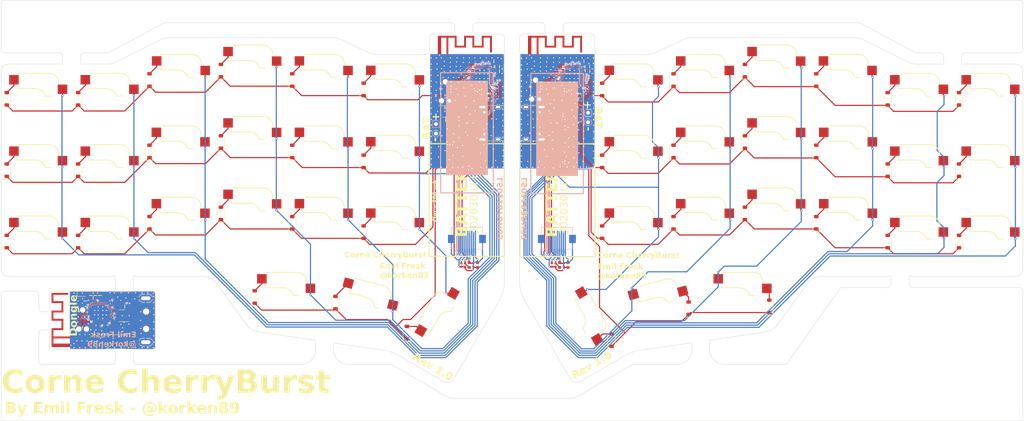
<source format=kicad_pcb>
(kicad_pcb (version 20221018) (generator pcbnew)
  (layers (0 "F.Cu" signal) (1 "In1.Cu" signal) (2 "In2.Cu" signal) (31 "B.Cu" signal) (34 "B.Paste" user) (35 "F.Paste" user) (36 "B.SilkS" user "B.Silkscreen") (37 "F.SilkS" user "F.Silkscreen") (38 "B.Mask" user) (39 "F.Mask" user) (44 "Edge.Cuts" user))
  (net 0 "")
  (net 1 "/Left Keyboard Controller/ANT4")
  (net 2 "GND")
  (net 3 "/Left Keyboard Controller/VBAT")
  (net 4 "/Left Keyboard Controller/VDD")
  (net 5 "/Left Keyboard Controller/DEC4_6")
  (net 6 "/Left Keyboard Controller/DECUSB")
  (net 7 "/Left Keyboard Controller/DEC1")
  (net 8 "/Left Keyboard Controller/DEC3")
  (net 9 "/Left Keyboard Controller/DEC5")
  (net 10 "/Left Keyboard Controller/XC2")
  (net 11 "/Left Keyboard Controller/XC1")
  (net 12 "/Left Keyboard Controller/VBAT_MEAS")
  (net 13 "/Left Keyboard Controller/ANT3")
  (net 14 "/Left Keyboard Controller/ANT2")
  (net 15 "/Left Keyboard Controller/ANT1")
  (net 16 "Net-(D301-A)")
  (net 17 "/Left Keyboard Controller/KIO0")
  (net 18 "Net-(D302-A)")
  (net 19 "/Left Keyboard Controller/KIO1")
  (net 20 "Net-(D303-A)")
  (net 21 "/Left Keyboard Controller/KIO2")
  (net 22 "Net-(D304-A)")
  (net 23 "Net-(D305-A)")
  (net 24 "Net-(D306-A)")
  (net 25 "Net-(D307-A)")
  (net 26 "Net-(D308-A)")
  (net 27 "Net-(D309-A)")
  (net 28 "Net-(D310-A)")
  (net 29 "Net-(D311-A)")
  (net 30 "Net-(D312-A)")
  (net 31 "Net-(D313-A)")
  (net 32 "/Left Keyboard Controller/KIO3")
  (net 33 "Net-(D314-A)")
  (net 34 "Net-(D315-A)")
  (net 35 "Net-(D316-A)")
  (net 36 "Net-(D317-A)")
  (net 37 "Net-(D318-A)")
  (net 38 "Net-(D319-A)")
  (net 39 "Net-(D320-A)")
  (net 40 "Net-(D321-A)")
  (net 41 "Net-(D401-A)")
  (net 42 "Net-(D402-A)")
  (net 44 "Net-(D403-A)")
  (net 45 "Net-(D404-A)")
  (net 47 "Net-(D405-A)")
  (net 48 "Net-(D406-A)")
  (net 50 "Net-(L201-Pad1)")
  (net 51 "Net-(D407-A)")
  (net 52 "Net-(U204-PROG)")
  (net 53 "Net-(D408-A)")
  (net 54 "Net-(D409-A)")
  (net 55 "Net-(D410-A)")
  (net 56 "Net-(D411-A)")
  (net 57 "Net-(D412-A)")
  (net 58 "Net-(D413-A)")
  (net 59 "Net-(D414-A)")
  (net 60 "Net-(D415-A)")
  (net 61 "/Left Keyboard Controller/LEFT")
  (net 65 "Net-(D416-A)")
  (net 66 "Net-(D417-A)")
  (net 67 "Net-(D418-A)")
  (net 68 "Net-(D419-A)")
  (net 69 "Net-(D420-A)")
  (net 70 "Net-(D421-A)")
  (net 71 "/Left Keyboard Controller/VIN_USB")
  (net 72 "/Left Keyboard Controller/CC1")
  (net 73 "/Left Keyboard Controller/P_D+")
  (net 74 "/Left Keyboard Controller/P_D-")
  (net 75 "/Left Keyboard Controller/CC2")
  (net 76 "/Left Keyboard Controller/SWDIO")
  (net 77 "/Left Keyboard Controller/SWDCLK")
  (net 78 "/Left Keyboard Controller/DCC")
  (net 79 "/Left Keyboard Controller/KIO4")
  (net 80 "/Left Keyboard Controller/KIO5")
  (net 81 "/Left Keyboard Controller/KIO6")
  (net 82 "/Left Keyboard Controller/KIO7")
  (net 83 "/Left Keyboard Controller/KIO8")
  (net 84 "/Left Keyboard Controller/KIO9")
  (net 85 "/Left Keyboard Controller/D-")
  (net 86 "/Left Keyboard Controller/D+")
  (net 87 "/Left Keyboard Controller/CHG_STAT")
  (net 88 "/Right Keyboard Controller/ANT4")
  (net 89 "/Right Keyboard Controller/DEC4_6")
  (net 90 "/Right Keyboard Controller/DECUSB")
  (net 91 "/Right Keyboard Controller/DEC1")
  (net 92 "/Right Keyboard Controller/DEC3")
  (net 93 "/Right Keyboard Controller/DEC5")
  (net 94 "/Right Keyboard Controller/VDD")
  (net 95 "/Right Keyboard Controller/ANT3")
  (net 96 "/Right Keyboard Controller/ANT2")
  (net 97 "/Right Keyboard Controller/ANT1")
  (net 98 "/Right Keyboard Controller/XC1")
  (net 99 "/Right Keyboard Controller/XC2")
  (net 100 "/Right Keyboard Controller/VBAT_MEAS")
  (net 101 "/Right Keyboard Controller/KIO0")
  (net 102 "/Right Keyboard Controller/KIO1")
  (net 103 "/Right Keyboard Controller/KIO2")
  (net 104 "/Right Keyboard Controller/KIO3")
  (net 105 "/Right Keyboard Controller/VIN_USB")
  (net 106 "/Right Keyboard Controller/SWDIO")
  (net 108 "/Right Keyboard Controller/SWDCLK")
  (net 110 "/Right Keyboard Controller/CC1")
  (net 111 "/Right Keyboard Controller/P_D+")
  (net 112 "/Right Keyboard Controller/P_D-")
  (net 114 "/Right Keyboard Controller/CC2")
  (net 116 "Net-(L501-Pad2)")
  (net 117 "/Right Keyboard Controller/DCC")
  (net 118 "Net-(U503-PROG)")
  (net 119 "/Right Keyboard Controller/KIO4")
  (net 120 "/Right Keyboard Controller/KIO5")
  (net 121 "/Right Keyboard Controller/KIO6")
  (net 122 "/Right Keyboard Controller/KIO7")
  (net 123 "/Right Keyboard Controller/KIO8")
  (net 124 "/Right Keyboard Controller/KIO9")
  (net 126 "/Right Keyboard Controller/D-")
  (net 127 "/Right Keyboard Controller/D+")
  (net 129 "/Right Keyboard Controller/CHG_STAT")
  (net 130 "/Right Keyboard Controller/LEFT")
  (net 131 "/USB Dongle/ANT4")
  (net 132 "/USB Dongle/DEC4_6")
  (net 133 "/USB Dongle/DECUSB")
  (net 134 "/USB Dongle/DEC1")
  (net 135 "/USB Dongle/DEC3")
  (net 136 "/USB Dongle/DEC5")
  (net 137 "/USB Dongle/VDD")
  (net 138 "/USB Dongle/ANT3")
  (net 139 "/USB Dongle/ANT2")
  (net 140 "/USB Dongle/ANT1")
  (net 141 "/USB Dongle/XC1")
  (net 142 "/USB Dongle/XC2")
  (net 143 "Net-(D601-A)")
  (net 144 "/USB Dongle/VIN_USB")
  (net 145 "/USB Dongle/SWDIO")
  (net 147 "/USB Dongle/SWDCLK")
  (net 149 "/USB Dongle/P_D+")
  (net 150 "/USB Dongle/P_D-")
  (net 151 "/Right Keyboard Controller/VBAT")
  (net 152 "/USB Dongle/LED")
  (net 158 "/USB Dongle/D-")
  (net 159 "/USB Dongle/D+")
  (net 171 "/USB Dongle/BUTTON")
  (net 172 "/Left Keyboard Controller/VUSB")
  (net 173 "/Right Keyboard Controller/VUSB")
  (net 175 "/USB Dongle/VUSB")
  (net 176 "/Left Keyboard Controller/VDDA")
  (net 177 "/Left Keyboard Controller/DISP")
  (net 178 "/Right Keyboard Controller/VDDA")
  (net 179 "/Right Keyboard Controller/DISP")
  (net 180 "/Left Keyboard Controller/VSSA")
  (net 181 "/Right Keyboard Controller/VSSA")
  (net 182 "/Left Keyboard Controller/SCLK")
  (net 183 "/Left Keyboard Controller/DATA_IN")
  (net 184 "/Left Keyboard Controller/CS")
  (net 185 "/Right Keyboard Controller/SCLK")
  (net 186 "/Right Keyboard Controller/DATA_IN")
  (net 187 "/Right Keyboard Controller/CS")
  (footprint "MountingHole:MountingHole_4.3mm_M4" (layer "F.Cu") (at 190.282 71.2355)
    (fp_text reference "H504" hide)
    (fp_text value "MountingHole" hide)
  )
  (footprint "passive:R_0603" (layer "F.Cu") (at 161.7 109.5 -90)
    (fp_text reference "FB502" hide)
    (fp_text value "FerriteBead_Small" hide)
  )
  (footprint "passive:C_0603" (layer "F.Cu") (at 135.15 65 180)
    (fp_text reference "C225" hide)
    (fp_text value "4.7u" hide)
  )
  (footprint "connectors:Kailh MX hotswap socket" (layer "F.Cu") (at 209.75 118.25)
    (fp_text reference "SW419" hide)
    (fp_text value "SW_Push" hide)
  )
  (footprint "Connector:Tag-Connect_TC2030-IDC-NL_2x03_P1.27mm_Vertical" (layer "F.Cu") (at 131.25 63.25 -90)
    (fp_text reference "J202" hide)
    (fp_text value "tag-connect-swd" hide)
  )
  (footprint "usb:USB_A_1001-011-01101" (layer "F.Cu") (at 49.5 124.2 90)
    (fp_text reference "J602" hide)
    (fp_text value "USB_A" hide)
  )
  (footprint "passive:C_0402" (layer "F.Cu") (at 136.45 60.45 180)
    (fp_text reference "C212" hide)
    (fp_text value "100p" hide)
  )
  (footprint "connectors:Kailh MX hotswap socket 1.5u" (layer "F.Cu") (at 132.05 124.45 60)
    (fp_text reference "SW321" hide)
    (fp_text value "SW_Push" hide)
  )
  (footprint "passive:C_0402" (layer "F.Cu") (at 163.85 55.05 90)
    (fp_text reference "C507" hide)
    (fp_text value "100n" hide)
  )
  (footprint "connectors:Kailh MX hotswap socket" (layer "F.Cu") (at 60.17 79.25)
    (fp_text reference "SW309" hide)
    (fp_text value "SW_Push" hide)
  )
  (footprint "passive:R_0402" (layer "F.Cu") (at 158.2 66 180)
    (fp_text reference "R505" hide)
    (fp_text value "5.1k" hide)
  )
  (footprint "passive:C_0603" (layer "F.Cu") (at 169.7 57.9)
    (fp_text reference "C511" hide)
    (fp_text value "4.7u" hide)
  )
  (footprint "passive:C_0402" (layer "F.Cu") (at 144.1 63.5 -90)
    (fp_text reference "C209" hide)
    (fp_text value "1u" hide)
  )
  (footprint "Diode_SMD:D_SOD-123" (layer "F.Cu") (at 175.5 129.5 90)
    (fp_text reference "D421" hide)
    (fp_text value "BAT43W" hide)
  )
  (footprint "kbd:Breakaway_Tabs" (layer "F.Cu") (at 31.725 55.8)
    (fp_text reference "J5" hide)
    (fp_text value "Breakaway_Tabs" hide)
  )
  (footprint "passive:C_0402" (layer "F.Cu") (at 158.9 62.25 -90)
    (fp_text reference "C517" hide)
    (fp_text value "16p" hide)
  )
  (footprint "connectors:Kailh MX hotswap socket" (layer "F.Cu") (at 79.25 57.75)
    (fp_text reference "SW304" hide)
    (fp_text value "SW_Push" hide)
  )
  (footprint "passive:C_0402" (layer "F.Cu") (at 139.85 55.05 90)
    (fp_text reference "C205" hide)
    (fp_text value "100n" hide)
  )
  (footprint "passive:C_0402" (layer "F.Cu") (at 43.7 120.7)
    (fp_text reference "C601" hide)
    (fp_text value "1u" hide)
  )
  (footprint "Package_TO_SOT_SMD:SOT-23-6" (layer "F.Cu") (at 45.15 123 180)
    (fp_text reference "U602" hide)
    (fp_text value "USBLC6-2SC6" hide)
  )
  (footprint "passive:C_0402" (layer "F.Cu") (at 160.4 63.85 180)
    (fp_text reference "C518" hide)
    (fp_text value "16p" hide)
  )
  (footprint "connectors:Kailh MX hotswap socket" (layer "F.Cu") (at 79.25 76.75)
    (fp_text reference "SW310" hide)
    (fp_text value "SW_Push" hide)
  )
  (footprint "passive:R_0603" (layer "F.Cu") (at 167 63.85 90)
    (fp_text reference "L502" hide)
    (fp_text value "10u" hide)
  )
  (footprint "connectors:Kailh MX hotswap socket" (layer "F.Cu") (at 256.75 65.25)
    (fp_text reference "SW402" hide)
    (fp_text value "SW_Push" hide)
  )
  (footprint "passive:C_0402" (layer "F.Cu") (at 35.25 123.35 180)
    (fp_text reference "C607" hide)
    (fp_text value "100n" hide)
  )
  (footprint "passive:C_0402" (layer "F.Cu") (at 141.6 63.45 90)
    (fp_text reference "C204" hide)
    (fp_text value "1u" hide)
  )
  (footprint "passive:C_0402" (layer "F.Cu") (at 39.3 126.35)
    (fp_text reference "C616" hide)
    (fp_text value "1p" hide)
  )
  (footprint "passive:C_0603" (layer "F.Cu") (at 145.7 56.7)
    (fp_text reference "C207" hide)
    (fp_text value "4.7u" hide)
  )
  (footprint "Diode_SMD:D_SOD-123" (layer "F.Cu") (at 33.5 103.25 90)
    (fp_text reference "D314" hide)
    (fp_text value "BAT43W" hide)
  )
  (footprint "passive:R_0402" (layer "F.Cu") (at 144.1 65.3 -90)
    (fp_text reference "R204" hide)
    (fp_text value "5.1k" hide)
  )
  (footprint "passive:C_0402" (layer "F.Cu") (at 136.45 56.6 180)
    (fp_text reference "C214" hide)
    (fp_text value "820p" hide)
  )
  (footprint "Diode_SMD:D_SOD-123" (layer "F.Cu") (at 268 65.25 90)
    (fp_text reference "D401" hide)
    (fp_text value "BAT43W" hide)
  )
  (footprint "connectors:Kailh MX hotswap socket" (layer "F.Cu") (at 199.75 98.25)
    (fp_text reference "SW417" hide)
    (fp_text value "SW_Push" hide)
  )
  (footprint "Connector:Tag-Connect_TC2030-IDC-NL_2x03_P1.27mm_Vertical" (layer "F.Cu") (at 155.25 62.8 -90)
    (fp_text reference "J501" hide)
    (fp_text value "tag-connect-swd" hide)
  )
  (footprint "Package_TO_SOT_SMD:SOT-23-5" (layer "F.Cu") (at 136.75 67.25)
    (fp_text reference "U203" hide)
    (fp_text value "TPS70630DBVR" hide)
  )
  (footprint "Package_TO_SOT_SMD:SOT-23-6" (layer "F.Cu") (at 161.25 71.75)
    (fp_text reference "U502" hide)
    (fp_text value "USBLC6-2SC6" hide)
  )
  (footprint "connectors:Kailh MX hotswap socket" (layer "F.Cu") (at 88.25 118.25)
    (fp_text reference "SW319" hide)
    (fp_text value "SW_Push" hide)
  )
  (footprint "passive:C_0402" (layer "F.Cu") (at 40.65 126.75 -90)
    (fp_text reference "C605" hide)
    (fp_text value "100p" hide)
  )
  (footprint "Diode_SMD:D_SOD-123" (layer "F.Cu") (at 71.5 76.75 90)
    (fp_text reference "D310" hide)
    (fp_text value "BAT43W" hide)
  )
  (footprint "passive:C_0402" (layer "F.Cu") (at 32.497329 129.220349 -90)
    (fp_text reference "C613" hide)
    (fp_text value "~" hide)
  )
  (footprint "connectors:Kailh MX hotswap socket" (layer "F.Cu") (at 275.75 84.25)
    (fp_text reference "SW407" hide)
    (fp_text value "SW_Push" hide)
  )
  (footprint "connectors:Kailh MX hotswap socket" (layer "F.Cu") (at 199.75 79.25)
    (fp_text reference "SW411" hide)
    (fp_text value "SW_Push" hide)
  )
  (footprint "kbd:Breakaway_Tabs" (layer "F.Cu") (at 45.7875 132.2)
    (fp_text reference "J5" hide)
    (fp_text value "Breakaway_Tabs" hide)
  )
  (footprint "connectors:Kailh MX hotswap socket" (layer "F.Cu") (at 117.25 62.75)
    (fp_text reference "SW306" hide)
    (fp_text value "SW_Push" hide)
  )
  (footprint "Package_TO_SOT_SMD:SOT-23-5" (layer "F.Cu") (at 131.3125 68.6)
    (fp_text reference "U204" hide)
    (fp_text value "MCP73832-2-OT" hide)
  )
  (footprint "Diode_SMD:D_SOD-123" (layer "F.Cu") (at 230 60.25 90)
    (fp_text reference "D403" hide)
    (fp_text value "BAT43W" hide)
  )
  (footprint "Diode_SMD:D_SOD-123" (layer "F.Cu") (at 249 103.25 90)
    (fp_text reference "D414" hide)
    (fp_text value "BAT43W" hide)
  )
  (footprint "Diode_SMD:D_SOD-123" (layer "F.Cu") (at 173 81.9 90)
    (fp_text reference "D412" hide)
    (fp_text value "BAT43W" hide)
  )
  (footprint "connectors:Kailh MX hotswap socket" (layer "F.Cu") (at 180.75 62.75)
    (fp_text reference "SW406" hide)
    (fp_text value "SW_Push" hide)
  )
  (footprint "connectors:Kailh MX hotswap socket" (layer "F.Cu") (at 109.75 120.75 -15)
    (fp_text reference "SW320" hide)
    (fp_text value "SW_Push" hide)
  )
  (footprint "kbd:Breakaway_Tabs" (layer "F.Cu") (at 45.7875 116.2)
    (fp_text reference "J5" hide)
    (fp_text value "Breakaway_Tabs" hide)
  )
  (footprint "passive:R_0402" (layer "F.Cu") (at 163.4 64.05)
    (fp_text reference "R503" hide)
    (fp_text value "1M" hide)
  )
  (footprint "passive:C_0402" (layer "F.Cu") (at 136.4 63.85 180)
    (fp_text reference "C215" hide)
    (fp_text value "16p" hide)
  )
  (footprint "connectors:Kailh MX hotswap socket" (layer "F.Cu") (at 237.83 79.25)
    (fp_text reference "SW409" hide)
    (fp_text value "SW_Push" hide)
  )
  (footprint "connectors:Kailh MX hotswap socket" (layer "F.Cu") (at 98.25 98.25)
    (fp_text reference "SW317" hide)
    (fp_text value "SW_Push" hide)
  )
  (footprint "passive:C_0402" (layer "F.Cu") (at 43.7 119.75)
    (fp_text reference "C602" hide)
    (fp_text value "100n" hide)
  )
  (footprint "connectors:Kailh MX hotswap socket" (layer "F.Cu") (at 218.75 57.75)
    (fp_text reference "SW404" hide)
    (fp_text value "SW_Push" hide)
  )
  (footprint "passive:R_0603" (layer "F.Cu") (at 139.8 109.5 90)
    (fp_text reference "FB203" hide)
    (fp_text value "FerriteBead_Small" hide)
  )
  (footprint "passive:C_0402" (layer "F.Cu") (at 43.75 125.1)
    (fp_text reference "C608" hide)
    (fp_text value "100n" hide)
  )
  (footprint "passive:C_0603" (layer "F.Cu") (at 169.7 56.7)
    (fp_text reference "C512" hide)
    (fp_text value "4.7u" hide)
  )
  (footprint "Diode_SMD:D_SOD-123" (layer "F.Cu") (at 196 121 90)
    (fp_text reference "D420" hide)
    (fp_text value "BAT43W" hide)
  )
  (footprint "passive:C_0402" (layer "F.Cu") (at 159.6 109.5 -90)
    (fp_text reference "C524" hide)
    (fp_text value "560p" hide)
  )
  (footprint "connectors:Kailh MX hotswap socket" (layer "F.Cu") (at 199.75 60.25)
    (fp_text reference "SW405" hide)
    (fp_text value "SW_Push" hide)
  )
  (footprint "Diode_SMD:D_SOD-123" (layer "F.Cu") (at 249 84.25 90)
    (fp_text reference "D408" hide)
    (fp_text value "BAT43W" hide)
  )
  (footprint "passive:R_0402" (layer "F.Cu") (at 131.8 55.9 -90)
    (fp_text reference "L203" hide)
    (fp_text value "~" hide)
  )
  (footprint "passive:R_0402" (layer "F.Cu") (at 139.4 64.05)
    (fp_text reference "R202" hide)
    (fp_text value "1M" hide)
  )
  (footprint "passive:R_0402" (layer "F.Cu") (at 145.1 65.3 -90)
    (fp_text reference "R203" hide)
    (fp_text value "5.1k" hide)
  )
  (footprint "passive:R_0402" (layer "F.Cu") (at 135.5 58.65)
    (fp_text reference "L204" hide)
    (fp_text value "4.7n" hide)
  )
  (footprint "kbd:Breakaway_Tabs" (layer "F.Cu") (at 252.3 112.7)
    (fp_text reference "J5" hide)
    (fp_text value "Breakaway_Tabs" hide)
  )
  (footprint "connectors:Kailh MX hotswap socket 1.5u" (layer "F.Cu") (at 165.95 124.45 -60)
    (fp_text reference "SW421" hide)
    (fp_text value "SW_Push" hide)
  )
  (footprint "Package_TO_SOT_SMD:SOT-23-6" (layer "F.Cu") (at 136.75 71.75 180)
    (fp_text reference "U202" hide)
    (fp_text value "USBLC6-2SC6" hide)
  )
  (footprint "Diode_SMD:D_SOD-123" (layer "F.Cu") (at 109.5 62.75 90)
    (fp_text reference "D306" hide)
    (fp_text value "BAT43W" hide)
  )
  (footprint "connectors:Kailh MX hotswap socket" (layer "F.Cu") (at 41.25 84.25)
    (fp_text reference "SW308" hide)
    (fp_text value "SW_Push" hide)
  )
  (footprint "connectors:Kailh MX hotswap socket" (layer "F.Cu") (at 41.25 65.25)
    (fp_text reference "SW302" hide)
    (fp_text value "SW_Push" hide)
  )
  (footprint "passive:C_0402" (layer "F.Cu") (at 160.45 57.45 180)
    (fp_text reference "C506" hide)
    (fp_text value "820p" hide)
  )
  (footprint "passive:C_0603" (layer "F.Cu") (at 38.1 117.6 90)
    (fp_text reference "C611" hide)
    (fp_text value "4.7u" hide)
  )
  (footprint "passive:R_0402" (layer "F.Cu") (at 139.4 64.95 180)
    (fp_text reference "R201" hide)
    (fp_text value "1M" hide)
  )
  (footprint "connectors:Kailh MX hotswap socket" (layer "F.Cu") (at 98.25 79.25)
    (fp_text reference "SW311" hide)
    (fp_text value "SW_Push" hide)
  )
  (footprint "MountingHole:MountingHole_4.3mm_M4" (layer "F.Cu") (at 121.473 118.605)
    (fp_text reference "H205" hide)
    (fp_text value "MountingHole" hide)
  )
  (footprint "connectors:Kailh MX hotswap socket" (layer "F.Cu") (at 188.25 120.75 15)
    (fp_text reference "SW420" hide)
    (fp_text value "SW_Push" hide)
  )
  (footprint "passive:C_0402" (layer "F.Cu") (at 161.95 63.55 -90)
    (fp_text reference "C508" hide)
    (fp_text value "100n" hide)
  )
  (footprint "connectors:Kailh MX hotswap socket" (layer "F.Cu") (at 41.25 103.25)
    (fp_text reference "SW314" hide)
    (fp_text value "SW_Push" hide)
  )
  (footprint "passive:R_0402" (layer "F.Cu") (at 133.9 66.7 -90)
    (fp_text reference "R206" hide)
    (fp_text value "5.1k" hide)
  )
  (footprint "MountingHole:MountingHole_4.3mm_M4" (layer "F.Cu") (at 31.75 74.75)
    (fp_text reference "H202" hide)
    (fp_text value "MountingHole" hide)
  )
  (footprint "connectors:1x2_2.54mm" (layer "F.Cu") (at 128.75 71.98 180)
    (fp_text reference "BT201" hide)
    (fp_text value "Battery_Cell" hide)
  )
  (footprint "connectors:Kailh MX hotswap socket" (layer "F.Cu") (at 22.25 84.25)
    (fp_text reference "SW307" hide)
    (fp_text value "SW_Push" hide)
  )
  (footprint "Package_DFN_QFN:QFN-40-1EP_5x5mm_P0.4mm_EP3.6x3.6mm" (layer "F.Cu") (at 39.45 122.2 -90)
    (fp_text reference "U601" hide)
    (fp_text value "nRF52833-QDxx" hide)
  )
  (footprint "Diode_SMD:D_SOD-123" (layer "F.Cu") (at 173 100.75 90)
    (fp_text reference "D418" hide)
    (fp_text value "BAT43W" hide)
  )
  (footprint "passive:C_0402" (layer "F.Cu") (at 136.5 109.5 90)
    (fp_text reference "C217" hide)
    (fp_text value "1u" hide)
  )
  (footprint "crystals:Crystal_4Pin_2.0x1.6mm" (layer "F.Cu") (at 160.4 62.15 90)
    (fp_text reference "Y501" hide)
    (fp_text value "32 MHz" hide)
  )
  (footprint "passive:R_0402" (layer "F.Cu") (at 136.45 57.6)
    (fp_text reference "R101" hide)
    (fp_text value "1k" hide)
  )
  (footprint "Diode_SMD:D_SOD-123" (layer "F.Cu") (at 52.5 98.25 90)
    (fp_text reference "D315" hide)
    (fp_text value "BAT43W" hide)
  )
  (footprint "passive:C_0402" (layer "F.Cu") (at 168.1 63.5 -90)
    (fp_text reference "C509" hide)
    (fp_text value "1u" hide)
  )
  (footprint "connectors:Kailh MX hotswap socket" (layer "F.Cu") (at 218.75 95.75)
    (fp_text reference "SW416" hide)
    (fp_text value "SW_Push" hide)
  )
  (footprint "passive:C_0402" (layer "F.Cu") (at 155.35 54.55 180)
    (fp_text reference "C513" hide)
    (fp_text value "~" hide)
  )
  (footprint "Diode_SMD:D_SOD-123" (layer "F.Cu") (at 90.5 60.25 90)
    (fp_text reference "D305" hide)
    (fp_text value "BAT43W" hide)
  )
  (footprint "passive:R_0603" (layer "F.Cu") (at 143 63.85 90)
    (fp_text reference "L201" hide)
    (fp_text value "10u" hide)
  )
  (footprint "connectors:Kailh MX hotswap socket" (layer "F.Cu") (at 237.75 60.25)
    (fp_text reference "SW403" hide)
    (fp_text value "SW_Push" hide)
  )
  (footprint "passive:C_0402" (layer "F.Cu") (at 37.9 129.2 -90)
    (fp_text reference "C615" hide)
    (fp_text value "1.2p" hide)
  )
  (footprint "passive:C_0603" (layer "F.Cu") (at 145.7 57.9)
    (fp_text reference "C206" hide)
    (fp_text value "4.7u" hide)
  )
  (footprint "passive:C_0402" (layer "F.Cu") (at 165.6 63.45 90)
    (fp_text reference "C501" hide)
    (fp_text value "1u" hide)
  )
  (footprint "Diode_SMD:D_SOD-123" (layer "F.Cu") (at 268 84.25 90)
    (fp_text reference "D407" hide)
    (fp_text value "BAT43W" hide)
  )
  (footprint "connectors:1x2_2.54mm" (layer "F.Cu") (at 169.25 68.96 180)
    (fp_text reference "BT501" hide)
    (fp_text value "Battery_Cell" hide)
  )
  (footprint "passive:C_0603" (layer "F.Cu") (at 164.75 66.9 90)
    (fp_text reference "C520" hide)
    (fp_text value "4.7u" hide)
  )
  (footprint "connectors:Kailh MX hotswap socket" (layer "F.Cu") (at 180.75 81.75)
    (fp_text reference "SW412" hide)
    (fp_text value "SW_Push" hide)
  )
  (footprint "Diode_SMD:D_SOD-123" (layer "F.Cu") (at 192 79.25 90)
    (fp_text reference "D411" hide)
    (fp_text value "BAT43W" hide)
  )
  (footprint "connectors:Kailh MX hotswap socket" (layer "F.Cu") (at 256.75 103.25)
    (fp_text reference "SW414" hide)
    (fp_text value "SW_Push" hide)
  )
  (footprint "passive:R_0603" (layer "F.Cu") (at 163.45 66.9 90)
    (fp_text reference "FB501" hide)
    (fp_text value "FerriteBead_Small" hide)
  )
  (footprint "Package_TO_SOT_SMD:SOT-23-5" (layer "F.Cu") (at 165.75 69.85 180)
    (fp_text reference "U503" hide)
    (fp_text value "MCP73832-2-OT" hide)
  )
  (footprint "connectors:Kailh MX hotswap socket" (layer "F.Cu") (at 60.17 98.25)
    (fp_text reference "SW315" hide)
    (fp_text value "SW_Push" hide)
  )
  (footprint "RF_Antenna:Texas_SWRA117D_2.4GHz_Right" (layer "F.Cu") (at 131.8 53.625)
    (fp_text reference "Ant101" hide)
    (fp_text value "antenna" hide)
  )
  (footprint "Diode_SMD:D_SOD-123" (layer "F.Cu") (at 52.5 79.25 90)
    (fp_text reference "D309" hide)
    (fp_text value "BAT43W" hide)
  )
  (footprint "passive:R_0402" (layer "F.Cu") (at 36.55 128.75)
    (fp_text reference "L604" hide)
    (fp_text value "2.2n" hide)
  )
  (footprint "passive:C_0603" (layer "F.Cu") (at 159.4 64.9 180)
    (fp_text reference "C525" hide)
    (fp_text value "4.7u" hide)
  )
  (footprint "passive:R_0402" (layer "F.Cu") (at 132.8 58.65)
    (fp_text reference "L205" hide)
    (fp_text value "2.2n" hide)
  )
  (footprint "passive:C_0402" (layer "F.Cu") (at 169.05 62.6 -90)
    (fp_text reference "C504" hide)
    (fp_text value "100n" hide)
  )
  (footprint "connectors:Kailh MX hotswap socket" (layer "F.Cu") (at 256.75 84.25)
    (fp_text reference "SW408" hide)
    (fp_text value "SW_Push" hide)
  )
  (footprint "Diode_SMD:D_SOD-123" (layer "F.Cu") (at 268 103.25 90)
    (fp_text reference "D413" hide)
    (fp_text value "BAT43W" hide)
  )
  (footprint "connectors:Kailh MX hotswap socket" (layer "F.Cu") (at 79.25 95.75)
    (fp_text reference "SW316" hide)
    (fp_text value "SW_Push" hide)
  )
  (footprint "Diode_SMD:D_SOD-123" (layer "F.Cu") (at 14.5 103.25 90)
    (fp_text reference "D313" hide)
    (fp_text value "BAT43W" hide)
  )
  (footprint "Diode_SMD:D_0603_1608Metric" (layer "F.Cu") (at 34.7 117.1)
    (fp_text reference "D601" hide)
    (fp_text value "RED" hide)
  )
  (footprint "Diode_SMD:D_SOD-123" (layer "F.Cu") (at 192 98.25 90)
    (fp_text reference "D417" hide)
    (fp_text value "BAT43W" hide)
  )
  (footprint "kbd:Breakaway_Tabs" (layer "F.Cu") (at 160.2 47.8)
    (fp_text reference "J5" hide)
    (fp_text value "Breakaway_Tabs" hide)
  )
  (footprint "Diode_SMD:D_SOD-123" (layer "F.Cu") (at 90.5 79.25 90)
    (fp_text reference "D311" hide)
    (fp_text value "BAT43W" hide)
  )
  (footprint "passive:C_0402" (layer "F.Cu") (at 136.85 59.1 -90)
    (fp_text reference "C223" hide)
    (fp_text value "1p" hide)
  )
  (footprint "MountingHole:MountingHole_4.3mm_M4" (layer "F.Cu") (at 107.718 71.2355)
    (fp_text reference "H204" hide)
    (fp_text value "MountingHole" hide)
  )
  (footprint "Diode_SMD:D_SOD-123" (layer "F.Cu") (at 33.5 84.25 90)
    (fp_text reference "D308" hide)
    (fp_text value "BAT43W" hide)
  )
  (footprint "connectors:USB_C_Receptacle_USB4105" (layer "F.Cu") (at 154.35 71.75 -90)
    (fp_text reference "J502" hide)
    (fp_text value "USB_C_Receptacle_USB2.0" hide)
  )
  (footprint "Diode_SMD:D_SOD-123" (layer "F.Cu") (at 173 62.75 90)
    (fp_text reference "D406" hide)
    (fp_text value "BAT43W" hide)
  )
  (footprint "passive:R_0603" (layer "F.Cu") (at 134.05 71.6 90)
    (fp_text reference "FB201" hide)
    (fp_text value "FerriteBead_Small" hide)
  )
  (footprint "Diode_SMD:D_SOD-123" (layer "F.Cu") (at 90.5 98.25 90)
    (fp_text reference "D317" hide)
    (fp_text value "BAT43W" hide)
  )
  (footprint "kbd:Breakaway_Tabs" (layer "F.Cu") (at 136.2 47.8)
    (fp_text reference "J5" hide)
    (fp_text value "Breakaway_Tabs" hide)
  )
  (footprint "passive:R_0402" (layer "F.Cu") (at 163.4 64.95 180)
    (fp_text reference "R502" hide)
    (fp_text value "1M" hide)
  )
  (footprint "passive:C_0603" (layer "F.Cu") (at 39.3 117.6 90)
    (fp_text reference "C610" hide)
    (fp_text value "4.7u" hide)
  )
  (footprint "passive:C_0402" (layer "F.Cu") (at 155.35 57.25 180)
    (fp_text reference "C514" hide)
    (fp_text value "~" hide)
  )
  (footprint "Diode_SMD:D_SOD-123" (layer "F.Cu") (at 102 119.5 90)
    (fp_text reference "D320" hide)
    (fp_text value "BAT43W" hide)
  )
  (footprint "passive:C_0402" (layer "F.Cu") (at 44.2 126.2)
    (fp_text reference "C618" hide)
    (fp_text value "16p" hide)
  )
  (footprint "passive:C_0603" (layer "F.Cu") (at 168.15 55.25)
    (fp_text reference "C503" hide)
    (fp_text value "4.7u" hide)
  )
  (footprint "passive:C_0402" (layer "F.Cu") (at 158.15 59.1 -90)
    (fp_text reference "C515" hide)
    (fp_text value "1.2p" hide)
  )
  (footprint "connectors:Kailh MX hotswap socket" (layer "F.Cu") (at 22.25 65.25)
    (fp_text reference "SW301" hide)
    (fp_text value "SW_Push" hide)
  )
  (footprint "kbd:Breakaway_Tabs" (layer "F.Cu") (at 45.7875 112.7)
    (fp_text reference "J5" hide)
    (fp_text value "Breakaway_Tabs" hide)
  )
  (footprint "Diode_SMD:D_SOD-123" (layer "F.Cu") (at 14.5 84.25 90)
    (fp_text reference "D307" hide)
    (fp_text value "BAT43W" hide)
  )
  (footprint "connectors:Kailh MX hotswap socket" (layer "F.Cu") (at 22.25 103.25)
    (fp_text reference "SW313" hide)
    (fp_text value "SW_Push" hide)
  )
  (footprint "passive:C_0603" (layer "F.Cu") (at 166.5 67.5 180)
    (fp_text reference "C521" hide)
    (fp_text value "4.7u" hide)
  )
  (footprint "connectors:Kailh MX hotswap socket" (layer "F.Cu") (at 218.75 76.75)
    (fp_text reference "SW410" hide)
    (fp_text value "SW_Push" hide)
  )
  (footprint "passive:R_0402" (layer "F.Cu") (at 155.8 55.9 -90)
    (fp_text reference "L503" hide)
    (fp_text value "~" hide)
  )
  (footprint "passive:R_0402" (layer "F.Cu") (at 142.7 65.55)
    (fp_text reference "L202" hide)
    (fp_text value "47n" hide)
  )
  (footprint "passive:C_0402" (layer "F.Cu") (at 44.2 127.2)
    (fp_text reference "C617" hide)
    (fp_text value "16p" hide)
  )
  (footprint "passive:R_0402" (layer "F.Cu") (at 156.8 58.65)
    (fp_text reference "L504" hide)
    (fp_text value "2.2n" hide)
  )
  (footprint "RF_Antenna:Texas_SWRA117D_2.4GHz_Right" (layer "F.Cu") (at 155.8 53.625)
    (fp_text reference "Ant102" hide)
    (fp_text value "antenna" hide)
  )
  (footprint "passive:C_0603" (layer "F.Cu") (at 36.9 117.6 90)
    (fp_text reference "C612" hide)
    (fp_text value "4.7u" hide)
  )
  (footprint "MountingHole:MountingHole_4.3mm_M4" (layer "F.Cu") (at 223.093 110.9905)
    (fp_text reference "H503" hide)
    (fp_text value "MountingHole" hide)
  )
  (footprint "MountingHole:MountingHole_4.3mm_M4" (layer "F.Cu") (at 176.527 118.605)
    (fp_text reference "H505" hide)
    (fp_text value "MountingHole" hide)
  )
  (footprint "Diode_SMD:D_SOD-123" (layer "F.Cu") (at 109.5 100.75 90)
    (fp_text reference "D318" hide)
    (fp_text value "BAT43W" hide)
  )
  (footprint "Button_Switch_SMD:SW_SPST_EVQP2" (layer "F.Cu") (at 43.525 129.95)
    (fp_text reference "SW601" hide)
    (fp_text value "SW_Push" hide)
  )
  (footprint "passive:C_0402" (layer "F.Cu") (at 160.45 60.45 180)
    (fp_text reference "C505" hide)
    (fp_text value "100p" hide)
  )
  (footprint "Diode_SMD:D_SOD-123" (layer "F.Cu") (at 211 76.75 90)
    (fp_text reference "D410" hide)
    (fp_text value "BAT43W" hide)
  )
  (footprint "MountingHole:MountingHole_4.3mm_M4" (layer "F.Cu") (at 266.25 93.75)
    (fp_text reference "H501" hide)
    (fp_text value "MountingHole" hide)
  )
  (footprint "passive:R_0402" (layer "F.Cu") (at 157.7 64.5 -90)
    (fp_text reference "R504" hide)
    (fp_text value "5.1k" hide)
  )
  (footprint "Diode_SMD:D_SOD-123" (layer "F.Cu") (at 52.5 60.25 90)
    (fp_text reference "D303" hide)
    (fp_text value "BAT43W" hide)
  )
  (footprint "Diode_SMD:D_SOD-123" (layer "F.Cu") (at 80.5 118 90)
    (fp_text reference "D319" hide)
    (fp_text value "BAT43W" hide)
  )
  (footprint "passive:R_0402" (layer "F.Cu") (at 159.5 58.65)
    (fp_text reference "L505" hide)
    (fp_text value "4.7n" hide)
  )
  (footprint "connectors:Kailh MX hotswap socket" (layer "F.Cu") (at 117.25 81.75)
    (fp_text reference "SW312" hide)
    (fp_text value "SW_Push" hide)
  )
  (footprint "passive:R_0402" (layer "F.Cu") (at 33.847329 128.770349)
    (fp_text reference "L603" hide)
    (fp_text value "~" hide)
  )
  (footprint "passive:R_0402" (layer "F.Cu") (at 164.3 72.1 180)
    (fp_text reference "R506" hide)
    (fp_text value "5.1k" hide)
  )
  (footprint "passive:R_0402" (layer "F.Cu") (at 40.4 117.55 -90)
    (fp_text reference "R601" hide)
    (fp_text value "1k" hide)
  )
  (footprint "passive:R_0603" (layer "F.Cu") (at 163.9 109.5 90)
    (fp_text reference "FB503" hide)
    (fp_text value "FerriteBead_Small" hide)
  )
  (footprint "connectors:Kailh MX hotswap socket" (layer "F.Cu") (at 117.25 100.75)
    (fp_text reference "SW318" hide)
    (fp_text value "SW_Push" hide)
  )
  (footprint "passive:C_0402" (layer "F.Cu") (at 145.05 62.5 -90)
    (fp_text reference "C211" hide)
    (fp_text value "100n" hide)
  )
  (footprint "connectors:Kailh MX hotswap socket" (layer "F.Cu") (at 98.25 60.25)
    (fp_text reference "SW305" hide)
    (fp_text value "SW_Push" hide)
  )
  (footprint "Diode_SMD:D_SOD-123" (layer "F.Cu") (at 211 95.75 90)
    (fp_text reference "D416" hide)
    (fp_text value "BAT43W" hide)
  )
  (footprint "passive:R_0402" (layer "F.Cu") (at 166.7 65.55)
    (fp_text reference "L501" hide)
    (fp_text value "47n" hide)
  )
  (footprint "connectors:Kailh MX hotswap socket" (layer "F.Cu") (at 237.83 98.25)
    (fp_text reference "SW415" hide)
    (fp_text value "SW_Push" hide)
  )
  (footprint "passive:C_0402" (layer "F.Cu") (at 161.6 64.95 180)
    (fp_text reference "C519" hide)
    (fp_text value "100n" hide)
  )
  (footprint "connectors:Kailh MX hotswap socket" (layer "F.Cu") (at 180.75 100.75)
    (fp_text reference "SW418" hide)
    (fp_text value "SW_Push" hide)
  )
  (footprint "MountingHole:MountingHole_4.3mm_M4" (layer "F.Cu") (at 266.25 74.75)
    (fp_text reference "H502" hide)
    (fp_text value "MountingHole" hide)
  )
  (footprint "crystals:Crystal_4Pin_2.0x1.6mm" (layer "F.Cu") (at 42.35 126.65 -90)
    (fp_text reference "Y601" hide)
    (fp_text value "32 MHz" hide)
  )
  (footprint "Package_TO_SOT_SMD:SOT-23-5" (layer "F.Cu") (at 160.9 67.8 90)
    (fp_text reference "U504" hide)
    (fp_text value "TPS70630DBVR" hide)
  )
  (footprint "passive:C_0603" (layer "F.Cu") (at 131.3 70.95)
    (fp_text reference "C202" hide)
    (fp_text value "4.7u" hide)
  )
  (footprint "Package_DFN_QFN:QFN-40-1EP_5x5mm_P0.4mm_EP3.6x3.6mm" (layer "F.Cu") (at 165 59.25 180)
    (fp_text reference "U501" hide)
    (fp_text value "nRF52833-QDxx" hide)
  )
  (footprint "kbd:Breakaway_Tabs" (layer "F.Cu") (at 25.8 124.325 90)
    (fp_text reference "J5" hide)
    (fp_text value "Breakaway_Tabs" hide)
  )
  (footprint "Diode_SMD:D_SOD-123" (layer "F.Cu") (at 33.5 65.25 90)
    (fp_text reference "D302" hide)
    (fp_text value "BAT43W" hide)
  )
  (footprint "Diode_SMD:D_SOD-123" (layer "F.Cu") (at 217.5 120.5 90)
    (fp_text reference "D419" hide)
    (fp_text value "BAT43W" hide)
  )
  (footprint "Diode_SMD:D_SOD-123" (layer "F.Cu") (at 211 57.75 90)
    (fp_text reference "D404" hide)
    (fp_text value "BAT43W" hide)
  )
  (footprint "Diode_SMD:D_SOD-123" (layer "F.Cu") (at 71.5 57.75 90)
    (fp_text reference "D304" hide)
    (fp_text value "BAT43W" hide)
  )
  (footprint "passive:C_0402" (layer "F.Cu") (at 162.8 109.5 90)
    (fp_text reference "C523" hide)
    (fp_text value "1u" hide)
  )
  (footprint "Diode_SMD:D_SOD-123" (layer "F.Cu") (at 109.5 81.9 90)
    (fp_text reference "D312" hide)
    (fp_text value "BAT43W" hide)
  )
  (footprint "crystals:Crystal_4Pin_2.0x1.6mm" (layer "F.Cu") (at 136.4 62.15 90)
    (fp_text reference "Y201" hide)
    (fp_text value "32 MHz" hide)
  )
  (footprint "RF_Antenna:Texas_SWRA117D_2.4GHz_Right" (layer "F.Cu") (at 31.572329 128.770349 90)
    (fp_text reference "Ant601" hide)
    (fp_text value "antenna" hide)
  )
  (footprint "Diode_SMD:D_SOD-123" (layer "F.Cu") (at 230 98.25 90)
    (fp_text reference "D415" hide)
    (fp_text value "BAT43W" hide)
  )
  (footprint "Diode_SMD:D_SOD-123" (layer "F.Cu") (at 14.5 65.25 90)
    (fp_text reference "D301" hide)
    (fp_text value "BAT43W" hide)
  )
  (footprint "connectors:USB_C_Receptacle_USB4105" (layer "F.Cu") (at 143.65 71.75 90)
    (fp_text reference "J201" hide)
    (fp_text value "USB_C_Receptacle_USB2.0" hide)
  )
  (footprint "passive:R_0402" (layer "F.Cu") (at 38.85 127.7 90)
    (fp_text reference "L605" hide)
    (fp_text value "4.7n" hide)
  )
  (footprint "passive:C_0402" (layer "F.Cu") (at 160.6 109.5 90)
    (fp_text reference "C522" hide)
    (fp_text value "1u" hide)
  )
  (footprint "passive:C_0402" (layer "F.Cu") (at 135.5 109.5 -90)
    (fp_text reference "C224" hide)
    (fp_text value "560p" hide)
  )
  (footprint "Diode_SMD:D_SOD-123" (layer "F.Cu") (at 192 60.25 90)
    (fp_text reference "D405" hide)
    (fp_text value "BAT43W" hide)
  )
  (footprint "kbd:Breakaway_Tabs" (layer "F.Cu") (at 99.087531 130.085711 -8.3)
    (fp_text reference "J5" hide)
    (fp_text value "Breakaway_Tabs" hide)
  )
  (footprint "passive:C_0603" (layer "F.Cu") (at 144.15 55.25)
    (fp_text reference "C208" hide)
    (fp_text value "4.7u" hide)
  )
  (footprint "connectors:Kailh MX hotswap socket" (layer "F.Cu") (at 60.25 60.25)
    (fp_text reference "SW303" hide)
    (fp_text value "SW_Push" hide)
  )
  (footprint "passive:C_0402" (layer "F.Cu") (at 137.65 64.95 180)
    (fp_text reference "C219" hide)
    (fp_text value "100n" hide)
  )
  (footprint "passive:C_0402" (layer "F.Cu") (at 134.9 62.25 -90)
    (fp_text reference "C216" hide)
    (fp_text value "16p" hide)
  )
  (footprint "Diode_SMD:D_SOD-123" (layer "F.Cu") (at 230 79.25 90)
    (fp_text reference "D409" hide)
    (fp_text value "BAT43W" hide)
  )
  (footprint "MountingHole:MountingHole_4.3mm_M4" (layer "F.Cu") (at 31.75 93.75)
    (fp_text reference "H201" hide)
    (fp_text value "MountingHole" hide)
  )
  (footprint "passive:C_0402" (layer "F.Cu") (at 37.65 126.75 -90)
    (fp_text reference "C606" hide)
    (fp_text value "820p" hide)
  )
  (footprint "passive:C_0402" (layer "F.Cu") (at 165.3 64.75 180)
    (fp_text reference "C502" hide)
    (fp_text value "100n" hide)
  )
  (footprint "Diode_SMD:D_SOD-123" (layer "F.Cu") (at 121 127.5 90)
    (fp_text reference "D321" hide)
    (fp_text value "BAT43W" hide)
  )
  (footprint "Package_DFN_QFN:QFN-40-1EP_5x5mm_P0.4mm_EP3.6x3.6mm" (layer "F.Cu") (at 141 59.25 180)
    (fp_text reference "U201" hide)
    (fp_text value "nRF52833-QDxx" hide)
  )
  (footprint "passive:C_0402" (layer "F.Cu") (at 43.7 118.825)
    (fp_text reference "C609" hide)
    (fp_text value "1u" hide)
  )
  (footprint "connectors:Kailh MX hotswap socket" (layer "F.Cu") (at 275.75 65.25)
    (fp_text reference "SW401" hide)
    (fp_text value "SW_Push" hide)
  )
  (footprint "passive:C_0402" (layer "F.Cu") (at 138.7 109.5 90)
    (fp_text reference "C218" hide)
    (fp_text value "1u" hide)
  )
  (footprint "Diode_SMD:D_SOD-123" (layer "F.Cu") (at 249 65.25 90)
    (fp_text reference "D402" hide)
    (fp_text value "BAT43W" hide)
  )
  (footprint "passive:R_0603" (layer "F.Cu") (at 137.6 109.5 -90)
    (fp_text reference "FB202" hide)
    (fp_text value "FerriteBead_Small" hide)
  )
  (footprint "passive:C_0402" (layer "F.Cu") (at 131.35 57.25 180)
    (fp_text reference "C221" hide)
    (fp_text value "~" hide)
  )
  (footprint "passive:C_0402" (layer "F.Cu") (at 131.35 54.55 180)
    (fp_text reference "C220" hide)
    (fp_text value "~" hide)
  )
  (footprint "MountingHole:MountingHole_4.3mm_M4" (layer "F.Cu") (at 74.907 110.9905)
    (fp_text reference "H203" hide)
    (fp_text value "MountingHole" hide)
  )
  (footprint "passive:C_0402" (layer "F.Cu") (at 160.85 59.1 -90)
    (fp_text reference "C516" hide)
    (fp_text value "1p" hide)
  )
  (footprint "passive:C_0402" (layer "F.Cu") (at 41.35 117.55 90)
    (fp_text reference "C604" hide)
    (fp_text value "100n" hide)
  )
  (footprint "passive:C_0603" (layer "F.Cu") (at 134.05 69.15 90)
    (fp_text reference "C201" hide)
    (fp_text value "4.7u" hide)
  )
  (footprint "passive:C_0402" (layer "F.Cu") (at 141.3 64.75 180)
    (fp_text reference "C213" hide)
    (fp_text value "100n" hide)
  )
  (footprint "passive:C_0402" (layer "F.Cu") (at 134.15 59.1 -90)
    (fp_text reference "C222" hide)
    (fp_text value "1.2p" hide)
  )
  (footprint "kbd:Breakaway_Tabs" (layer "F.Cu") (at 266.3 55.8)
    (fp_text reference "J5" hide)
    (fp_text value "Breakaway_Tabs" hide)
  )
  (footprint "kbd:Breakaway_Tabs" (layer "F.Cu") (at 199.249876 130.042846 8.3)
    (fp_text reference "J5" hide)
    (fp_text value "Breakaway_Tabs" hide)
  )
  (footprint "passive:C_0402" (layer "F.Cu") (at 35.197329 129.220349 -90)
    (fp_text reference "C614" hide)
    (fp_text value "~" hide)
  )
  (footprint "passive:R_0603" (layer "F.Cu") (at 45.9 120.55)
    (fp_text reference "FB601" hide)
    (fp_text value "FerriteBead_Small" hide)
  )
  (footprint "passive:C_0603" (layer "F.Cu") (at 35.45 119.05 90)
    (fp_text reference "C603" hide)
    (fp_text value "4.7u" hide)
  )
  (footprint "Diode_SMD:D_SOD-123" (layer "F.Cu") (at 71.5 95.75 90)
    (fp_text reference "D316" hide)
    (fp_text value "BAT43W" hide)
  )
  (footprint "connectors:Kailh MX hotswap socket" (layer "F.Cu") (at 275.75 103.25)
    (fp_text reference "SW413" hide)
    (fp_text value "SW_Push" hide)
  )
  (footprint "passive:C_0402" (layer "F.Cu") (at 137.95 63.55 -90)
    (fp_text reference "C210" hide)
    (fp_text value "100n" hide)
  )
  (footprint "Connector:Tag-Connect_TC2030-IDC-NL_2x03_P1.27mm_Vertical" (layer "B.Cu") (at 34.7 124 -90)
    (fp_text reference "J601" hide)
    (fp_text value "tag-connect-swd" hide)
  )
  (footprint "Connector_FFC-FPC:Hirose_FH12-10S-0.5SH_1x10-1MP_P0.50mm_Horizontal" (layer "B.Cu") (at 137 103.95)
    (fp_text reference "J203" hide)
    (fp_text value "LCD" hide)
  )
  (footprint "Connector_FFC-FPC:Hirose_FH12-10S-0.5SH_1x10-1MP_P0.50mm_Horizontal" (layer "B.Cu") (at 160.95 103.95)
    (fp_text reference "J503" hide)
    (fp_text value "LCD" hide)
  )
  (gr_rect (start 155.5 60.7) (end 166.5 85.7) (stroke (width 0.15)) (fill solid) (layer "B.SilkS"))
  (gr_rect (start 131.5 60.5) (end 142.5 85.5) (stroke (width 0.15)) (fill solid) (layer "B.SilkS"))
  (gr_rect (start 154 58.5) (end 168 90.5) (stroke (width 0.3)) (fill none) (layer "B.SilkS"))
  (gr_rect (start 130 58.3) (end 144 90.3) (stroke (width 0.3)) (fill none) (layer "B.SilkS"))
  (gr_rect (start 151.1 77.25) (end 171.1 107.25) (stroke (width 0.3)) (fill none) (layer "F.SilkS"))
  (gr_rect (start 126.9 77.2) (end 146.9 107.2) (stroke (width 0.3)) (fill none) (layer "F.SilkS"))
  (gr_arc (start 284 115.5) (mid 284.707107 115.792893) (end 285 116.5) (stroke (width 0.1)) (layer "Edge.Cuts"))
  (gr_line (start 201.6 129.5) (end 216.41698 127.308139) (stroke (width 0.1)) (layer "Edge.Cuts"))
  (gr_arc (start 15 112.5) (mid 13.585786 111.914214) (end 13 110.5) (stroke (width 0.1)) (layer "Edge.Cuts"))
  (gr_arc (start 43.555728 55.472136) (mid 42.468424 55.866236) (end 41.31966 56) (stroke (width 0.1)) (layer "Edge.Cuts"))
  (gr_arc (start 156.8 45) (mid 157.507107 45.292893) (end 157.8 46) (stroke (width 0.1)) (layer "Edge.Cuts"))
  (gr_line (start 133.503921 139.769102) (end 145.650312 118.827049) (stroke (width 0.1)) (layer "Edge.Cuts"))
  (gr_line (start 43.555728 55.472136) (end 55.444272 49.527864) (stroke (width 0.1)) (layer "Edge.Cuts"))
  (gr_line (start 268.7 54) (end 268.7 56) (stroke (width 0.1)) (layer "Edge.Cuts"))
  (gr_line (start 101.45 130.25) (end 115.084463 132.222832) (stroke (width 0.1)) (layer "Edge.Cuts"))
  (gr_arc (start 14 151) (mid 13.292893 150.707107) (end 13 150) (stroke (width 0.1)) (layer "Edge.Cuts"))
  (gr_arc (start 14 53) (mid 13.292893 52.707107) (end 13 52) (stroke (width 0.1)) (layer "Edge.Cuts"))
  (gr_line (start 231.552591 112.5) (end 249.9 112.5) (stroke (width 0.1)) (layer "Edge.Cuts"))
  (gr_arc (start 24 121.95) (mid 23.292893 121.657107) (end 23 120.95) (stroke (width 0.1)) (layer "Edge.Cuts"))
  (gr_line (start 152.349688 118.827049) (end 164.496079 139.769102) (stroke (width 0.1)) (layer "Edge.Cuts"))
  (gr_arc (start 113.124331 53.5) (mid 112.027389 53.378195) (end 110.983899 53.018689) (stroke (width 0.1)) (layer "Edge.Cuts"))
  (gr_line (start 165.5 145) (end 181 136) (stroke (width 0.1)) (layer "Edge.Cuts"))
  (gr_line (start 284 53) (end 269.7 53) (stroke (width 0.1)) (layer "Edge.Cuts"))
  (gr_arc (start 23 127.75) (mid 23.292893 127.042893) (end 24 126.75) (stroke (width 0.1)) (layer "Edge.Cuts"))
  (gr_line (start 54.1 117.1) (end 54.1 131.3) (stroke (width 0.1)) (layer "Edge.Cuts"))
  (gr_arc (start 22 116.5) (mid 22.707107 116.792893) (end 23 117.5) (stroke (width 0.1)) (layer "Edge.Cuts"))
  (gr_line (start 163.6 45) (end 241.5 45) (stroke (width 0.1)) (layer "Edge.Cuts"))
  (gr_line (start 29.35 54) (end 29.35 56) (stroke (width 0.1)) (layer "Edge.Cuts"))
  (gr_arc (start 162.6 46) (mid 162.892893 45.292893) (end 163.6 45) (stroke (width 0.1)) (layer "Edge.Cuts"))
  (gr_arc (start 187.016101 53.018689) (mid 185.972609 53.378188) (end 184.875669 53.5) (stroke (width 0.1)) (layer "Edge.Cuts"))
  (gr_line (start 219.735007 125.294514) (end 227.50288 114.567451) (stroke (width 0.1)) (layer "Edge.Cuts"))
  (gr_arc (start 152.349688 118.827049) (mid 151.343323 116.407643) (end 151 113.809868) (stroke (width 0.1)) (layer "Edge.Cuts"))
  (gr_line (start 194.483899 49.481311) (end 187.016101 53.018689) (stroke (width 0.1)) (layer "Edge.Cuts"))
  (gr_line (start 205.6 136) (end 222 136) (stroke (width 0.1)) (layer "Edge.Cuts"))
  (gr_line (start 56.5 45) (end 132.8 45) (stroke (width 0.1)) (layer "Edge.Cuts"))
  (gr_line (start 41.5 53) (end 56.5 45) (stroke (width 0.1)) (layer "Edge.Cuts"))
  (gr_line (start 15 112.5) (end 43.4 112.5) (stroke (width 0.1)) (layer "Edge.Cuts"))
  (gr_arc (start 43.4 135) (mid 43.107107 135.707107) (end 42.4 136) (stroke (width 0.1)) (layer "Edge.Cuts"))
  (gr_arc (start 170 48) (mid 170.707107 48.292893) (end 171 49) (stroke (width 0.1)) (layer "Edge.Cuts"))
  (gr_arc (start 101.375669 49) (mid 102.472611 49.121805) (end 103.516101 49.481311) (stroke (width 0.1)) (layer "Edge.Cuts"))
  (gr_line (start 43.4 112.5) (end 43.4 116.4) (stroke (width 0.1)) (layer "Edge.Cuts"))
  (gr_line (start 101.45 132) (end 101.45 130.25) (stroke (width 0.1)) (layer "Edge.Cuts"))
  (gr_line (start 254.7 112.5) (end 283 112.5) (stroke (width 0.1)) (layer "Edge.Cuts"))
  (gr_line (start 147 113.809868) (end 147 49) (stroke (width 0.1)) (layer "Edge.Cuts"))
  (gr_line (start 26 126.75) (end 26 131.3) (stroke (width 0.1)) (layer "Edge.Cuts"))
  (gr_arc (start 249.9 114.5) (mid 249.607107 115.207107) (end 248.9 115.5) (stroke (width 0.1)) (layer "Edge.Cuts"))
  (gr_line (start 284 151) (end 14 151) (stroke (width 0.1)) (layer "Edge.Cuts"))
  (gr_line (start 110.983899 53.018689) (end 103.516101 49.481311) (stroke (width 0.1)) (layer "Edge.Cuts"))
  (gr_line (start 23 127.75) (end 23 135) (stroke (width 0.1)) (layer "Edge.Cuts"))
  (gr_line (start 285 110.5) (end 285 58) (stroke (width 0.1)) (layer "Edge.Cuts"))
  (gr_line (start 48.2 132) (end 53.4 132) (stroke (width 0.1)) (layer "Edge.Cuts"))
  (gr_line (start 254.7 112.5) (end 254.7 114.5) (stroke (width 0.1)) (layer "Edge.Cuts"))
  (gr_arc (start 26.7 132) (mid 26.205025 131.794975) (end 26 131.3) (stroke (width 0.1)) (layer "Edge.Cuts"))
  (gr_line (start 34.15 54) (end 34.15 56) (stroke (width 0.1)) (layer "Edge.Cuts"))
  (gr_arc (start 167.230413 140.495244) (mid 165.712788 140.698697) (end 164.496079 139.769102) (stroke (width 0.1)) (layer "Edge.Cuts"))
  (gr_line (start 14 39) (end 284 39) (stroke (width 0.1)) (layer "Edge.Cuts"))
  (gr_line (start 26.7 116.4) (end 43.4 116.4) (stroke (width 0.1)) (layer "Edge.Cuts"))
  (gr_arc (start 285 150) (mid 284.707107 150.707107) (end 284 151) (stroke (width 0.1)) (layer "Edge.Cuts"))
  (gr_line (start 139.6 45) (end 156.8 45) (stroke (width 0.1)) (layer "Edge.Cuts"))
  (gr_line (start 118.673786 133.471876) (end 130.769587 140.495244) (stroke (width 0.1)) (layer "Edge.Cuts"))
  (gr_arc (start 219.735007 125.294514) (mid 218.279348 126.636412) (end 216.41698 127.308139) (stroke (width 0.1)) (layer "Edge.Cuts"))
  (gr_line (start 222 136) (end 236.5 115.5) (stroke (width 0.1)) (layer "Edge.Cuts"))
  (gr_line (start 133.8 48) (end 128 48) (stroke (width 0.1)) (layer "Edge.Cuts"))
  (gr_arc (start 28.35 53) (mid 29.057107 53.292893) (end 29.35 54) (stroke (width 0.1)) (layer "Edge.Cuts"))
  (gr_arc (start 96.75 132) (mid 95.578427 134.828427) (end 92.75 136) (stroke (width 0.1)) (layer "Edge.Cuts"))
  (gr_arc (start 284 39) (mid 284.707107 39.292893) (end 285 40) (stroke (width 0.1)) (layer "Edge.Cuts"))
  (gr_line (start 117 136) (end 132.5 145) (stroke (width 0.1)) (layer "Edge.Cuts"))
  (gr_line (start 105.45 136) (end 117 136) (stroke (width 0.1)) (layer "Edge.Cuts"))
  (gr_line (start 24 126.75) (end 26 126.75) (stroke (width 0.1)) (layer "Edge.Cuts"))
  (gr_line (start 285 116.5) (end 285 150) (stroke (width 0.1)) (layer "Edge.Cuts"))
  (gr_arc (start 13 58) (mid 13.585786 56.585786) (end 15 56) (stroke (width 0.1)) (layer "Edge.Cuts"))
  (gr_line (start 24 121.95) (end 26 121.95) (stroke (width 0.1)) (layer "Edge.Cuts"))
  (gr_line (start 41.5 53) (end 35.15 53) (stroke (width 0.1)) (layer "Edge.Cuts"))
  (gr_line (start 255.7 115.5) (end 284 115.5) (stroke (width 0.1)) (layer "Edge.Cuts"))
  (gr_arc (start 13 40) (mid 13.292893 39.292893) (end 14 39) (stroke (width 0.1)) (layer "Edge.Cuts"))
  (gr_arc (start 26 117.1) (mid 26.205025 116.605025) (end 26.7 116.4) (stroke (width 0.1)) (layer "Edge.Cuts"))
  (gr_line (start 126 53.5) (end 113.124331 53.5) (stroke (width 0.1)) (layer "Edge.Cuts"))
  (gr_line (start 256.68034 56) (end 263.9 56) (stroke (width 0.1)) (layer "Edge.Cuts"))
  (gr_line (start 24 136) (end 42.4 136) (stroke (width 0.1)) (layer "Edge.Cuts"))
  (gr_arc (start 240.31966 49) (mid 241.468428 49.133746) (end 242.555728 49.527864) (stroke (width 0.1)) (layer "Edge.Cuts"))
  (gr_arc (start 133.503921 139.769102) (mid 132.287201 140.698654) (end 130.769587 140.495244) (stroke (width 0.1)) (layer "Edge.Cuts"))
  (gr_arc (start 147 113.809868) (mid 146.656685 116.407644) (end 145.650312 118.827049) (stroke (width 0.1)) (layer "Edge.Cuts"))
  (gr_arc (start 172 53.5) (mid 171.292893 53.207107) (end 171 52.5) (stroke (width 0.1)) (layer "Edge.Cuts"))
  (gr_line (start 49.2 136) (end 92.75 136) (stroke (width 0.1)) (layer "Edge.Cuts"))
  (gr_line (start 151 49) (end 151 113.809868) (stroke (width 0.1)) (layer "Edge.Cuts"))
  (gr_arc (start 34.15 54) (mid 34.442893 53.292893) (end 35.15 53) (stroke (width 0.1)) (layer "Edge.Cuts"))
  (gr_line (start 184.875669 53.5) (end 172 53.5) (stroke (width 0.1)) (layer "Edge.Cuts"))
  (gr_line (start 81.583346 127.307973) (end 96.75 129.55) (stroke (width 0.1)) (layer "Edge.Cuts"))
  (gr_line (start 162.6 46) (end 162.6 48) (stroke (width 0.1)) (layer "Edge.Cuts"))
  (gr_line (start 138.6 48) (end 146 48) (stroke (width 0.1)) (layer "Edge.Cuts"))
  (gr_arc (start 255.7 115.5) (mid 254.992893 115.207107) (end 254.7 114.5) (stroke (width 0.1)) (layer "Edge.Cuts"))
  (gr_line (start 48.2 132) (end 48.2 135) (stroke (width 0.1)) (layer "Edge.Cuts"))
  (gr_arc (start 256.68034 56) (mid 255.531572 55.866254) (end 254.444272 55.472136) (stroke (width 0.1)) (layer "Edge.Cuts"))
  (gr_arc (start 205.6 136) (mid 202.771573 134.828427) (end 201.6 132) (stroke (width 0.1)) (layer "Edge.Cuts"))
  (gr_arc (start 115.084463 132.222832) (mid 116.939005 132.675277) (end 118.673786 133.471876) (stroke (width 0.1)) (layer "Edge.Cuts"))
  (gr_line (start 241.5 45) (end 256.5 53) (stroke (width 0.1)) (layer "Edge.Cuts"))
  (gr_arc (start 268.7 54) (mid 268.992893 53.292893) (end 269.7 53) (stroke (width 0.1)) (layer "Edge.Cuts"))
  (gr_line (start 138.6 46) (end 138.6 48) (stroke (width 0.1)) (layer "Edge.Cuts"))
  (gr_line (start 181 136) (end 192.9 136) (stroke (width 0.1)) (layer "Edge.Cuts"))
  (gr_arc (start 55.444272 49.527864) (mid 56.531575 49.133755) (end 57.68034 49) (stroke (width 0.1)) (layer "Edge.Cuts"))
  (gr_line (start 23 120.95) (end 23 117.5) (stroke (width 0.1)) (layer "Edge.Cuts"))
  (gr_line (start 268.7 56) (end 283 56) (stroke (width 0.1)) (layer "Edge.Cuts"))
  (gr_line (start 13 52) (end 13 40) (stroke (width 0.1)) (layer "Edge.Cuts"))
  (gr_arc (start 13 117.5) (mid 13.292893 116.792893) (end 14 116.5) (stroke (width 0.1)) (layer "Edge.Cuts"))
  (gr_arc (start 24 136) (mid 23.292893 135.707107) (end 23 135) (stroke (width 0.1)) (layer "Edge.Cuts"))
  (gr_line (start 133.8 46) (end 133.8 48) (stroke (width 0.1)) (layer "Edge.Cuts"))
  (gr_line (start 96.75 132) (end 96.75 129.55) (stroke (width 0.1)) (layer "Edge.Cuts"))
  (gr_line (start 171 52.5) (end 171 49) (stroke (width 0.1)) (layer "Edge.Cuts"))
  (gr_line (start 13 58) (end 13 110.5) (stroke (width 0.1)) (layer "Edge.Cuts"))
  (gr_line (start 26 121.95) (end 26 117.1) (stroke (width 0.1)) (layer "Edge.Cuts"))
  (gr_arc (start 151 49) (mid 151.292893 48.292893) (end 152 48) (stroke (width 0.1)) (layer "Edge.Cuts"))
  (gr_line (start 101.375669 49) (end 57.68034 49) (stroke (width 0.1)) (layer "Edge.Cuts"))
  (gr_line (start 162.6 48) (end 170 48) (stroke (width 0.1)) (layer "Edge.Cuts"))
  (gr_arc (start 146 48) (mid 146.707107 48.292893) (end 147 49) (stroke (width 0.1)) (layer "Edge.Cuts"))
  (gr_line (start 70.49712 114.567451) (end 78.264819 125.294274) (stroke (width 0.1)) (layer "Edge.Cuts"))
  (gr_arc (start 194.483899 49.481311) (mid 195.527391 49.121812) (end 196.624331 49) (stroke (width 0.1)) (layer "Edge.Cuts"))
  (gr_line (start 201.6 129.5) (end 201.6 132) (stroke (width 0.1)) (layer "Edge.Cuts"))
  (gr_line (start 249.9 112.5) (end 249.9 114.5) (stroke (width 0.1)) (layer "Edge.Cuts"))
  (gr_line (start 15 56) (end 29.35 56) (stroke (width 0.1)) (layer "Edge.Cuts"))
  (gr_arc (start 262.9 53) (mid 263.607107 53.292893) (end 263.9 54) (stroke (width 0.1)) (layer "Edge.Cuts"))
  (gr_arc (start 53.4 116.4) (mid 53.894975 116.605025) (end 54.1 117.1) (stroke (width 0.1)) (layer "Edge.Cuts"))
  (gr_line (start 22 116.5) (end 14 116.5) (stroke (width 0.1)) (layer "Edge.Cuts"))
  (gr_arc (start 196.9 132) (mid 195.728427 134.828427) (end 192.9 136) (stroke (width 0.1)) (layer "Edge.Cuts"))
  (gr_line (start 263.9 54) (end 263.9 56) (stroke (width 0.1)) (layer "Edge.Cuts"))
  (gr_line (start 285 40) (end 285 52) (stroke (width 0.1)) (layer "Edge.Cuts"))
  (gr_line (start 48.2 116.4) (end 53.4 116.4) (stroke (width 0.1)) (layer "Edge.Cuts"))
  (gr_arc (start 127 49) (mid 127.292893 48.292893) (end 128 48) (stroke (width 0.1)) (layer "Edge.Cuts"))
  (gr_line (start 242.555728 49.527864) (end 254.444272 55.472136) (stroke (width 0.1)) (layer "Edge.Cuts"))
  (gr_arc (start 127 52.5) (mid 126.707107 53.207107) (end 126 53.5) (stroke (width 0.1)) (layer "Edge.Cuts"))
  (gr_arc (start 105.45 136) (mid 102.621573 134.828427) (end 101.45 132) (stroke (width 0.1)) (layer "Edge.Cuts"))
  (gr_line (start 157.8 48) (end 152 48) (stroke (width 0.1)) (layer "Edge.Cuts"))
  (gr_line (start 167.230413 140.495244) (end 179.326036 133.471979) (stroke (width 0.1)) (layer "Edge.Cuts"))
  (gr_line (start 13 150) (end 13 117.5) (stroke (width 0.1)) (layer "Edge.Cuts"))
  (gr_line (start 34.15 56) (end 41.31966 56) (stroke (width 0.1)) (layer "Edge.Cuts"))
  (gr_arc (start 49.2 136) (mid 48.492893 135.707107) (end 48.2 135) (stroke (width 0.1)) (layer "Edge.Cuts"))
  (gr_arc (start 132.8 45) (mid 133.507107 45.292893) (end 133.8 46) (stroke (width 0.1)) (layer "Edge.Cuts"))
  (gr_line (start 48.2 112.5) (end 48.2 116.4) (stroke (width 0.1)) (layer "Edge.Cuts"))
  (gr_arc (start 179.326036 133.471979) (mid 181.061003 132.675313) (end 182.915751 132.222879) (stroke (width 0.1)) (layer "Edge.Cuts"))
  (gr_line (start 132.5 145) (end 165.5 145) (stroke (width 0.1)) (layer "Edge.Cuts"))
  (gr_arc (start 285 110.5) (mid 284.414214 111.914214) (end 283 112.5) (stroke (width 0.1)) (layer "Edge.Cuts"))
  (gr_arc (start 285 52) (mid 284.707107 52.707107) (end 284 53) (stroke (width 0.1)) (layer "Edge.Cuts"))
  (gr_line (start 182.915751 132.222879) (end 196.9 130.2) (stroke (width 0.1)) (layer "Edge.Cuts"))
  (gr_arc (start 81.583346 127.307973) (mid 79.720684 126.636314) (end 78.264819 125.294274) (stroke (width 0.1)) (layer "Edge.Cuts"))
  (gr_line (start 14 53) (end 28.35 53) (stroke (width 0.1)) (layer "Edge.Cuts"))
  (gr_arc (start 54.1 131.3) (mid 53.894975 131.794975) (end 53.4 132) (stroke (width 0.1)) (layer "Edge.Cuts"))
  (gr_line (start 256.5 53) (end 262.9 53) (stroke (width 0.1)) (layer "Edge.Cuts"))
  (gr_arc (start 227.50288 114.567451) (mid 229.279129 113.046757) (end 231.552591 112.5) (stroke (width 0.1)) (layer "Edge.Cuts"))
  (gr_line (start 48.2 112.5) (end 66.447409 112.5) (stroke (width 0.1)) (layer "Edge.Cuts"))
  (gr_line (start 43.4 132) (end 26.7 132) (stroke (width 0.1)) (layer "Edge.Cuts"))
  (gr_line (start 196.9 130.2) (end 196.9 132) (stroke (width 0.1)) (layer "Edge.Cuts"))
  (gr_line (start 43.4 132) (end 43.4 135) (stroke (width 0.1)) (layer "Edge.Cuts"))
  (gr_line (start 248.9 115.5) (end 236.5 115.5) (stroke (width 0.1)) (layer "Edge.Cuts"))
  (gr_arc (start 66.447409 112.5) (mid 68.720868 113.04676) (end 70.49712 114.567451) (stroke (width 0.1)) (layer "Edge.Cuts"))
  (gr_line (start 240.31966 49) (end 196.624331 49) (stroke (width 0.1)) (layer "Edge.Cuts"))
  (gr_line (start 157.8 46) (end 157.8 48) (stroke (width 0.1)) (layer "Edge.Cuts"))
  (gr_line (start 127 49) (end 127 52.5) (stroke (width 0.1)) (layer "Edge.Cuts"))
  (gr_arc (start 283 56) (mid 284.414214 56.585786) (end 285 58) (stroke (width 0.1)) (layer "Edge.Cuts"))
  (gr_arc (start 138.6 46) (mid 138.892893 45.292893) (end 139.6 45) (stroke (width 0.1)) (layer "Edge.Cuts"))
  (gr_text "LS011B7DH03" (at 151.5 94.5 90) (layer "B.SilkS") (effects (font (size 1.5 1.5) (thickness 0.15) italic) (justify top mirror)))
  (gr_text "Emil Fresk\n@korken89" (at 49 131.5) (layer "B.SilkS") (effects (font (size 1.5 1.5) (thickness 0.15) italic) (justify left bottom mirror)))
  (gr_text "LS011B7DH03" (at 145 94.5 90) (layer "B.SilkS") (effects (font (size 1.5 1.5) (thickness 0.15) italic) (justify top mirror)))
  (gr_text "BATTERY" (at 135.8 91.7 90) (layer "F.SilkS") (effects (font (size 3 3) (thickness 0.6) bold)))
  (gr_text "+" (at 169.05 66.9 -90) (layer "F.SilkS") (effects (font (size 2 2) (thickness 0.4) bold)))
  (gr_text "By Emil Fresk - @korken89" (at 14 149.5) (layer "F.SilkS") (effects (font (size 3 3) (thickness 0.15) italic) (justify left bottom)))
  (gr_text "Dongle" (at 33.5 128.5 90) (layer "F.SilkS") (effects (font (size 2 2) (thickness 0.15) italic) (justify left bottom)))
  (gr_text "Emil Fresk\n@korken89" (at 113.75 113.2) (layer "F.SilkS") (effects (font (size 1.5 1.5) (thickness 0.15) italic) (justify left bottom)))
  (gr_text "BAT" (at 126.4 73.1 90) (layer "F.SilkS") (effects (font (size 2 2) (thickness 0.4) bold)))
  (gr_text "Corne CherryBurst" (at 171.7 107.85) (layer "F.SilkS") (effects (font (size 1.5 1.5) (thickness 0.15) italic) (justify left bottom)))
  (gr_text "BATTERY" (at 159.739392 91.75 90) (layer "F.SilkS") (effects (font (size 3 3) (thickness 0.6) bold)))
  (gr_text "Rev 1.0" (at 122.2 134.8 330) (layer "F.SilkS") (effects (font (size 2 2) (thickness 0.15) italic) (justify left bottom)))
  (gr_text "302030 Li-Ion" (at 139 91.8 90) (layer "F.SilkS") (effects (font (size 2 2) (thickness 0.25))))
  (gr_text "Chg = 200 mA" (at 152.5 92.5 90) (layer "F.SilkS") (effects (font (size 1 1) (thickness 0.25) bold)))
  (gr_text "Rev 1.0" (at 165.75 140.2 30) (layer "F.SilkS") (effects (font (size 2 2) (thickness 0.15) italic) (justify left bottom)))
  (gr_text "302030 Li-Ion" (at 162.939392 91.85 90) (layer "F.SilkS") (effects (font (size 2 2) (thickness 0.25))))
  (gr_text "-" (at 128.55 76.15 90) (layer "F.SilkS") (effects (font (size 2 2) (thickness 0.4) bold)))
  (gr_text "Corne CherryBurst" (at 104.35 107.75) (layer "F.SilkS") (effects (font (size 1.5 1.5) (thickness 0.15) italic) (justify left bottom)))
  (gr_text "Chg = 200 mA" (at 128.5 92.5 90) (layer "F.SilkS") (effects (font (size 1 1) (thickness 0.25) bold)))
  (gr_text "+" (at 128.8 70.05 90) (layer "F.SilkS") (effects (font (size 2 2) (thickness 0.4) bold)))
  (gr_text "Emil Fresk\n@korken89" (at 171.75 113.35) (layer "F.SilkS") (effects (font (size 1.5 1.5) (thickness 0.15) italic) (justify left bottom)))
  (gr_text "BAT" (at 171.8 70.3 -90) (layer "F.SilkS") (effects (font (size 2 2) (thickness 0.4) bold)))
  (gr_text "Corne CherryBurst" (at 13 144.5) (layer "F.SilkS") (effects (font (size 6 6) (thickness 0.15) italic) (justify left bottom)))
  (gr_text "-" (at 169.3 73.25 -90) (layer "F.SilkS") (effects (font (size 2 2) (thickness 0.4) bold)))
  (segment (start 131.8 55.45) (end 131.8 53.625) (width 0.3) (layer "F.Cu") (net 1))
  (segment (start 165.85 67.5) (end 165.85 67.35) (width 0.3) (layer "F.Cu") (net 2))
  (segment (start 140.85 63.862348) (end 140.85 64.75) (width 0.15) (layer "F.Cu") (net 2))
  (segment (start 160.6 110.4) (end 161.2 111) (width 0.3) (layer "F.Cu") (net 2))
  (segment (start 160.9 61.4) (end 160.9 61.35) (width 0.15) (layer "F.Cu") (net 2))
  (segment (start 138.7 110.6) (end 138.7 109.95) (width 0.3) (layer "F.Cu") (net 2))
  (segment (start 157.7 105.7) (end 157.7 83.6) (width 0.3) (layer "F.Cu") (net 2))
  (segment (start 161.2 111) (end 162.4 111) (width 0.3) (layer "F.Cu") (net 2))
  (segment (start 160.9 69.4) (end 161.5 70) (width 0.3) (layer "F.Cu") (net 2))
  (segment (start 163 110.15) (end 162.8 109.95) (width 0.3) (layer "F.Cu") (net 2))
  (segment (start 164.85 63.75) (end 164.85 64.75) (width 0.15) (layer "F.Cu") (net 2))
  (segment (start 136.5 109.95) (end 135.5 109.95) (width 0.3) (layer "F.Cu") (net 2))
  (segment (start 161.5 70) (end 162.5 70) (width 0.3) (layer "F.Cu") (net 2))
  (segment (start 162.5 70) (end 162.6 69.9) (width 0.3) (layer "F.Cu") (net 2))
  (segment (start 165.85 67.35) (end 164.75 66.25) (width 0.3) (layer "F.Cu") (net 2))
  (segment (start 136.9 61.35) (end 136 60.45) (width 0.15) (layer "F.Cu") (net 2))
  (segment (start 157.7 83.6) (end 157.6 83.5) (width 0.3) (layer "F.Cu") (net 2))
  (segment (start 141.6 63.112348) (end 140.85 63.862348) (width 0.15) (layer "F.Cu") (net 2))
  (segment (start 163.9 110.15) (end 163 110.15) (width 0.3) (layer "F.Cu") (net 2))
  (segment (start 141.6 63) (end 141.6 63.112348) (width 0.15) (layer "F.Cu") (net 2))
  (segment (start 136.85 59.55) (end 136.2 59.55) (width 0.3) (layer "F.Cu") (net 2))
  (segment (start 162.5625 59.05) (end 161.35 59.05) (width 0.2) (layer "F.Cu") (net 2))
  (segment (start 165.6 63) (end 164.85 63.75) (width 0.15) (layer "F.Cu") (net 2))
  (segment (start 134.8 109.9) (end 134.85 109.95) (width 0.3) (layer "F.Cu") (net 2))
  (segment (start 158.9 109.9) (end 158.95 109.95) (width 0.3) (layer "F.Cu") (net 2))
  (segment (start 42.85 125.9) (end 43.1 125.65) (width 0.15) (layer "F.Cu") (net 2))
  (segment (start 138.6 110.7) (end 138.7 110.6) (width 0.3) (layer "F.Cu") (net 2))
  (segment (start 138.9 110.15) (end 138.7 109.95) (width 0.3) (layer "F.Cu") (net 2))
  (segment (start 137.1 111) (end 138.3 111) (width 0.3) (layer "F.Cu") (net 2))
  (segment (start 162.4 111) (end 162.7 110.7) (width 0.3) (layer "F.Cu") (net 2))
  (segment (start 165.6 61.6875) (end 165.6 63) (width 0.15) (layer "F.Cu") (net 2))
  (segment (start 134.85 109.95) (end 135.5 109.95) (width 0.3) (layer "F.Cu") (net 2))
  (segment (start 136.5 110.4) (end 137.1 111) (width 0.3) (layer "F.Cu") (net 2))
  (segment (start 133.6 107.2) (end 133.6 83.6) (width 0.3) (layer "F.Cu") (net 2))
  (segment (start 157.5 106.9) (end 157.5 105.9) (width 0.3) (layer "F.Cu") (net 2))
  (segment (start 157.5 105.9) (end 157.7 105.7) (width 0.3) (layer "F.Cu") (net 2))
  (segment (start 160.6 109.95) (end 160.6 110.4) (width 0.3) (layer "F.Cu") (net 2))
  (segment (start 162.7 110.7) (end 162.8 110.6) (width 0.3) (layer "F.Cu") (net 2))
  (segment (start 165.6 61.6875) (end 165.6 60.8) (width 0.15) (layer "F.Cu") (net 2))
  (segment (start 138.3 111) (end 138.6 110.7) (width 0.3) (layer "F.Cu") (net 2))
  (segment (start 158.95 109.95) (end 159.6 109.95) (width 0.3) (layer "F.Cu") (net 2))
  (segment (start 39.75 126.35) (end 39.75 127) (width 0.3) (layer "F.Cu") (net 2))
  (segment (start 138.5625 59.05) (end 137.35 59.05) (width 0.2) (layer "F.Cu") (net 2))
  (segment (start 133.55 107.25) (end 133.6 107.2) (width 0.3) (layer "F.Cu") (net 2))
  (segment (start 43.1 125.65) (end 44.2 125.65) (width 0.15) (layer "F.Cu") (net 2))
  (segment (start 160.85 59.55) (end 160.2 59.55) (width 0.3) (layer "F.Cu") (net 2))
  (segment (start 141.6 61.6875) (end 141.6 60.8) (width 0.15) (layer "F.Cu") (net 2))
  (segment (start 160.9 61.35) (end 160 60.45) (width 0.15) (layer "F.Cu") (net 2))
  (segment (start 161.35 59.05) (end 160.85 59.55) (width 0.2) (layer "F.Cu") (net 2))
  (segment (start 141.6 61.6875) (end 141.6 63) (width 0.15) (layer "F.Cu") (net 2))
  (segment (start 139.8 110.15) (end 138.9 110.15) (width 0.3) (layer "F.Cu") (net 2))
  (segment (start 137.35 59.05) (end 136.85 59.55) (width 0.2) (layer "F.Cu") (net 2))
  (segment (start 136.9 61.4) (end 136.9 61.35) (width 0.15) (layer "F.Cu") (net 2))
  (segment (start 136.5 109.95) (end 136.5 110.4) (width 0.3) (layer "F.Cu") (net 2))
  (segment (start 160.6 109.95) (end 159.6 109.95) (width 0.3) (layer "F.Cu") (net 2))
  (segment (start 39.25 125.85) (end 39.75 126.35) (width 0.2) (layer "F.Cu") (net 2))
  (segment (start 41.8875 121.6) (end 41 121.6) (width 0.15) (layer "F.Cu") (net 2))
  (segment (start 44.2 125.65) (end 44.2 125.1) (width 0.15) (layer "F.Cu") (net 2))
  (segment (start 39.25 124.6375) (end 39.25 125.85) (width 0.2) (layer "F.Cu") (net 2))
  (segment (start 162.8 110.6) (end 162.8 109.95) (width 0.3) (layer "F.Cu") (net 2))
  (segment (start 160.9 68.9375) (end 160.9 69.4) (width 0.3) (layer "F.Cu") (net 2))
  (via (at 32.4 118.45) (size 0.5) (drill 0.3) (layers "F.Cu" "B.Cu") (net 2))
  (via (at 53.6 130.05) (size 0.5) (drill 0.3) (layers "F.Cu" "B.Cu") (net 2))
  (via (at 34.5 129.7) (size 0.5) (drill 0.3) (layers "F.Cu" "B.Cu") (net 2))
  (via (at 159.8 76.2) (size 0.5) (drill 0.3) (layers "F.Cu" "B.Cu") (net 2))
  (via (at 140.4 58.65) (size 0.5) (drill 0.3) (layers "F.Cu" "B.Cu") (net 2))
  (via (at 45.75 124.7) (size 0.5) (drill 0.3) (layers "F.Cu" "B.Cu") (net 2))
  (via (at 53.6 119.5) (size 0.5) (drill 0.3) (layers "F.Cu" "B.Cu") (net 2))
  (via (at 151.5 69) (size 0.5) (drill 0.3) (layers "F.Cu" "B.Cu") (net 2))
  (via (at 151.5 59) (size 0.5) (drill 0.3) (layers "F.Cu" "B.Cu") (net 2))
  (via (at 40.6 127.9) (size 0.5) (drill 0.3) (layers "F.Cu" "B.Cu") (net 2))
  (via (at 127.5 73.75) (size 0.5) (drill 0.3) (layers "F.Cu" "B.Cu") (net 2))
  (via (at 37.2 129.7) (size 0.5) (drill 0.3) (layers "F.Cu" "B.Cu") (net 2))
  (via (at 151.5 76.5) (size 0.5) (drill 0.3) (layers "F.Cu" "B.Cu") (net 2))
  (via (at 142.75 55.3) (size 0.5) (drill 0.3) (layers "F.Cu" "B.Cu") (net 2))
  (via (at 132.75 63.45) (size 0.5) (drill 0.3) (layers "F.Cu" "B.Cu") (net 2))
  (via (at 129.45 77.95) (size 0.5) (drill 0.3) (layers "F.Cu" "B.Cu") (net 2))
  (via (at 151.5 56.25) (size 0.5) (drill 0.3) (layers "F.Cu" "B.Cu") (net 2))
  (via (at 165.6 60.8) (size 0.5) (drill 0.3) (layers "F.Cu" "B.Cu") (net 2))
  (via (at 136.15 62.35) (size 0.5) (drill 0.3) (layers "F.Cu" "B.Cu") (net 2))
  (via (at 40.05 123.75) (size 0.5) (drill 0.3) (layers "F.Cu" "B.Cu") (net 2))
  (via (at 165.4 78.05) (size 0.5) (drill 0.3) (layers "F.Cu" "B.Cu") (net 2))
  (via (at 38.85 120.65) (size 0.5) (drill 0.3) (layers "F.Cu" "B.Cu") (net 2))
  (via (at 170.7 60.7) (size 0.5) (drill 0.3) (layers "F.Cu" "B.Cu") (net 2))
  (via (at 44.05 118.05) (size 0.5) (drill 0.3) (layers "F.Cu" "B.Cu") (net 2))
  (via (at 157.45 59.55) (size 0.5) (drill 0.3) (layers "F.Cu" "B.Cu") (net 2))
  (via (at 32.4 116.95) (size 0.5) (drill 0.3) (layers "F.Cu" "B.Cu") (net 2))
  (via (at 132.55 57.85) (size 0.5) (drill 0.3) (layers "F.Cu" "B.Cu") (net 2))
  (via (at 161.8 83.4) (size 0.5) (drill 0.3) (layers "F.Cu" "B.Cu") (net 2))
  (via (at 169.2 54.35) (size 0.5) (drill 0.3) (layers "F.Cu" "B.Cu") (net 2))
  (via (at 164.45 57.7) (size 0.5) (drill 0.3) (layers "F.Cu" "B.Cu") (net 2))
  (via (at 157.5 106.9) (size 0.5) (drill 0.3) (layers "F.Cu" "B.Cu") (net 2))
  (via (at 32.4 128) (size 0.5) (drill 0.3) (layers "F.Cu" "B.Cu") (net 2))
  (via (at 47.2 127.75) (size 0.5) (drill 0.3) (layers "F.Cu" "B.Cu") (net 2))
  (via (at 34.65 117) (size 0.5) (drill 0.3) (layers "F.Cu" "B.Cu") (net 2))
  (via (at 167.2 83.4) (size 0.5) (drill 0.3) (layers "F.Cu" "B.Cu") (net 2))
  (via (at 32.4 130.4) (size 0.5) (drill 0.3) (layers "F.Cu" "B.Cu") (net 2))
  (via (at 131.15 79.05) (size 0.5) (drill 0.3) (layers "F.Cu" "B.Cu") (net 2))
  (via (at 131.65 76.75) (size 0.5) (drill 0.3) (layers "F.Cu" "B.Cu") (net 2))
  (via (at 164.1 82.25) (size 0.5) (drill 0.3) (layers "F.Cu" "B.Cu") (net 2))
  (via (at 38.45 131.5) (size 0.5) (drill 0.3) (layers "F.Cu" "B.Cu") (net 2))
  (via (at 53.6 122.7) (size 0.5) (drill 0.3) (layers "F.Cu" "B.Cu") (net 2))
  (via (at 38.6 129.7) (size 0.5) (drill 0.3) (layers "F.Cu" "B.Cu") (net 2))
  (via (at 165.6 58.65) (size 0.5) (drill 0.3) (layers "F.Cu" "B.Cu") (net 2))
  (via (at 50.15 124.25) (size 0.5) (drill 0.3) (layers "F.Cu" "B.Cu") (net 2))
  (via (at 127.5 63.75) (size 0.5) (drill 0.3) (layers "F.Cu" "B.Cu") (net 2))
  (via (at 151.5 67.5) (size 0.5) (drill 0.3) (layers "F.Cu" "B.Cu") (net 2))
  (via (at 165.4 72.1) (size 0.5) (drill 0.3) (layers "F.Cu" "B.Cu") (net 2))
  (via (at 139.45 58.65) (size 0.5) (drill 0.3) (layers "F.Cu" "B.Cu") (net 2))
  (via (at 151.5 75) (size 0.5) (drill 0.3) (layers "F.Cu" "B.Cu") (net 2))
  (via (at 35.9 129.7) (size 0.5) (drill 0.3) (layers "F.Cu" "B.Cu") (net 2))
  (via (at 143.45 75.05) (size 0.5) (drill 0.3) (layers "F.Cu" "B.Cu") (net 2))
  (via (at 151.5 63.25) (size 0.5) (drill 0.3) (layers "F.Cu" "B.Cu") (net 2))
  (via (at 41 121.6) (size 0.5) (drill 0.3) (layers "F.Cu" "B.Cu") (net 2))
  (via (at 154.95 55.25) (size 0.5) (drill 0.3) (layers "F.Cu" "B.Cu") (net 2))
  (via (at 170.7 70.8) (size 0.5) (drill 0.3) (layers "F.Cu" "B.Cu") (net 2))
  (via (at 130.25 57.25) (size 0.5) (drill 0.3) (layers "F.Cu" "B.Cu") (net 2))
  (via (at 170.7 72.3) (size 0.5) (drill 0.3) (layers "F.Cu" "B.Cu") (net 2))
  (via (at 44.95 116.9) (size 0.5) (drill 0.3) (layers "F.Cu" "B.Cu") (net 2))
  (via (at 139.45 59.85) (size 0.5) (drill 0.3) (layers "F.Cu" "B.Cu") (net 2))
  (via (at 129.2 68.6) (size 0.5) (drill 0.3) (layers "F.Cu" "B.Cu") (net 2))
  (via (at 170.7 67.8) (size 0.5) (drill 0.3) (layers "F.Cu" "B.Cu") (net 2))
  (via (at 40.05 120.65) (size 0.5) (drill 0.3) (layers "F.Cu" "B.Cu") (net 2))
  (via (at 151.5 79) (size 0.5) (drill 0.3) (layers "F.Cu" "B.Cu") (net 2))
  (via (at 140.4 59.85) (size 0.5) (drill 0.3) (layers "F.Cu" "B.Cu") (net 2))
  (via (at 151.5 83.5) (size 0.5) (drill 0.3) (layers "F.Cu" "B.Cu") (net 2))
  (via (at 42 116.9) (size 0.5) (drill 0.3) (layers "F.Cu" "B.Cu") (net 2))
  (via (at 146.55 75.5) (size 0.5) (drill 0.3) (layers "F.Cu" "B.Cu") (net 2))
  (via (at 168.1 73.8) (size 0.5) (drill 0.3) (layers "F.Cu" "B.Cu") (net 2))
  (via (at 50.5 116.9) (size 0.5) (drill 0.3) (layers "F.Cu" "B.Cu") (net 2))
  (via (at 50.5 131.5) (size 0.5) (drill 0.3) (layers "F.Cu" "B.Cu") (net 2))
  (via (at 137.05 71.75) (size 0.5) (drill 0.3) (layers "F.Cu" "B.Cu") (net 2))
  (via (at 127.5 69.25) (size 0.5) (drill 0.3) (layers "F.Cu" "B.Cu") (net 2))
  (via (at 46.05 128.1) (size 0.5) (drill 0.3) (layers "F.Cu" "B.Cu") (net 2))
  (via (at 132.05 59.55) (size 0.5) (drill 0.3) (layers "F.Cu" "B.Cu") (net 2))
  (via (at 40.05 122.8) (size 0.5) (drill 0.3) (layers "F.Cu" "B.Cu") (net 2))
  (via (at 146.55 62) (size 0.5) (drill 0.3) (layers "F.Cu" "B.Cu") (net 2))
  (via (at 142.55 59.85) (size 0.5) (drill 0.3) (layers "F.Cu" "B.Cu") (net 2))
  (via (at 154.2 60.2) (size 0.5) (drill 0.3) (layers "F.Cu" "B.Cu") (net 2))
  (via (at 36.6 128) (size 0.5) (drill 0.3) (layers "F.Cu" "B.Cu") (net 2))
  (via (at 165.6 59.85) (size 0.5) (drill 0.3) (layers "F.Cu" "B.Cu") (net 2))
  (via (at 166.7 71.6) (size 0.5) (drill 0.3) (layers "F.Cu" "B.Cu") (net 2))
  (via (at 133.4 74.55) (size 0.5) (drill 0.3) (layers "F.Cu" "B.Cu") (net 2))
  (via (at 53.6 121) (size 0.5) (drill 0.3) (layers "F.Cu" "B.Cu") (net 2))
  (via (at 154.95 56.55) (size 0.5) (drill 0.3) (layers "F.Cu" "B.Cu") (net 2))
  (via (at 48.4 129.75) (size 0.5) (drill 0.3) (layers "F.Cu" "B.Cu") (net 2))
  (via (at 50.3 127.75) (size 0.5) (drill 0.3) (layers "F.Cu" "B.Cu") (net 2))
  (via (at 153.05 55.95) (size 0.5) (drill 0.3) (layers "F.Cu" "B.Cu") (net 2))
  (via (at 130.95 55.25) (size 0.5) (drill 0.3) (layers "F.Cu" "B.Cu") (net 2))
  (via (at 33.9 131.5) (size 0.5) (drill 0.3) (layers "F.Cu" "B.Cu") (net 2))
  (via (at 163.1 73.5) (size 0.5) (drill 0.3) (layers "F.Cu" "B.Cu") (net 2))
  (via (at 152.85 65.65) (size 0.5) (drill 0.3) (layers "F.Cu" "B.Cu") (net 2))
  (via (at 37.9 122.75) (size 0.5) (drill 0.3) (layers "F.Cu" "B.Cu") (net 2))
  (via (at 154.7 76.6) (size 0.5) (drill 0.3) (layers "F.Cu" "B.Cu") (net 2))
  (via (at 154.8 72.9) (size 0.5) (drill 0.3) (layers "F.Cu" "B.Cu") (net 2))
  (via (at 168.1 70.5) (size 0.5) (drill 0.3) (layers "F.Cu" "B.Cu") (net 2))
  (via (at 165.5 83.4) (size 0.5) (drill 0.3) (layers "F.Cu" "B.Cu") (net 2))
  (via (at 146.55 81.95) (size 0.5) (drill 0.3) (layers "F.Cu" "B.Cu") (net 2))
  (via (at 136.2 59.55) (size 0.5) (drill 0.3) (layers "F.Cu" "B.Cu") (net 2))
  (via (at 38.25 125.55) (size 0.5) (drill 0.3) (layers "F.Cu" "B.Cu") (net 2))
  (via (at 47.25 119.7) (size 0.5) (drill 0.3) (layers "F.Cu" "B.Cu") (net 2))
  (via (at 128.85 60.85) (size 0.5) (drill 0.3) (layers "F.Cu" "B.Cu") (net 2))
  (via (at 139.15 68.5) (size 0.5) (drill 0.3) (layers "F.Cu" "B.Cu") (net 2))
  (via (at 127.5 75.25) (size 0.5) (drill 0.3) (layers "F.Cu" "B.Cu") (net 2))
  (via (at 141.95 81.75) (size 0.5) (drill 0.3) (layers "F.Cu" "B.Cu") (net 2))
  (via (at 34.6 119.7) (size 0.5) (drill 0.3) (layers "F.Cu" "B.Cu") (net 2))
  (via (at 132.55 56.75) (size 0.5) (drill 0.3) (layers "F.Cu" "B.Cu") (net 2))
  (via (at 154 78.8) (size 0.5) (drill 0.3) (layers "F.Cu" "B.Cu") (net 2))
  (via (at 154.25 57.25) (size 0.5) (drill 0.3) (layers "F.Cu" "B.Cu") (net 2))
  (via (at 37.5 116.95) (size 0.5) (drill 0.3) (layers "F.Cu" "B.Cu") (net 2))
  (via (at 153.25 59.05) (size 0.5) (drill 0.3) (layers "F.Cu" "B.Cu") (net 2))
  (via (at 134.25 55.45) (size 0.5) (drill 0.3) (layers "F.Cu" "B.Cu") (net 2))
  (via (at 168.1 75.8) (size 0.5) (drill 0.3) (layers "F.Cu" "B.Cu") (net 2))
  (via (at 167.65 54.35) (size 0.5) (drill 0.3) (layers "F.Cu" "B.Cu") (net 2))
  (via (at 127.5 59) (size 0.5) (drill 0.3) (layers "F.Cu" "B.Cu") (net 2))
  (via (at 45.25 123) (size 0.5) (drill 0.3) (layers "F.Cu" "B.Cu") (net 2))
  (via (at 134.4 54.35) (size 0.5) (drill 0.3) (layers "F.Cu" "B.Cu") (net 2))
  (via (at 168.8 83.4) (size 0.5) (drill 0.3) (layers "F.Cu" "B.Cu") (net 2))
  (via (at 146.55 74) (size 0.5) (drill 0.3) (layers "F.Cu" "B.Cu") (net 2))
  (via (at 41.95 119.05) (size 0.5) (drill 0.3) (layers "F.Cu" "B.Cu") (net 2))
  (via (at 45.35 126.2) (size 0.5) (drill 0.3) (layers "F.Cu" "B.Cu") (net 2))
  (via (at 151.5 60.5) (size 0.5) (drill 0.3) (layers "F.Cu" "B.Cu") (net 2))
  (via (at 154.6 67) (size 0.5) (drill 0.3) (layers "F.Cu" "B.Cu") (net 2))
  (via (at 42.8 123) (size 0.5) (drill 0.3) (layers "F.Cu" "B.Cu") (net 2))
  (via (at 46.2 118.25) (size 0.5) (drill 0.3) (layers "F.Cu" "B.Cu") (net 2))
  (via (at 142.55 58.65) (size 0.5) (drill 0.3) (layers "F.Cu" "B.Cu") (net 2))
  (via (at 35.95 122) (size 0.5) (drill 0.3) (layers "F.Cu" "B.Cu") (net 2))
  (via (at 35.35 128) (size 0.5) (drill 0.3) (layers "F.Cu" "B.Cu") (net 2))
  (via (at 131.65 83.45) (size 0.5) (drill 0.3) (layers "F.Cu" "B.Cu") (net 2))
  (via (at 159.3 71.75) (size 0.5) (drill 0.3) (layers "F.Cu" "B.Cu") (net 2))
  (via (at 157.6 83.5) (size 0.5) (drill 0.3) (layers "F.Cu" "B.Cu") (net 2))
  (via (at 159.95 56.75) (size 0.5) (drill 0.3) (layers "F.Cu" "B.Cu") (net 2))
  (via (at 146.55 80.45) (size 0.5) (drill 0.3) (layers "F.Cu" "B.Cu") (net 2))
  (via (at 170.7 66.45) (size 0.5) (drill 0.3) (layers "F.Cu" "B.Cu") (net 2))
  (via (at 141.6 58.65) (size 0.5) (drill 0.3) (layers "F.Cu" "B.Cu") (net 2))
  (via (at 170.7 74) (size 0.5) (drill 0.3) (layers "F.Cu" "B.Cu") (net 2))
  (via (at 32.4 131.5) (size 0.5) (drill 0.3) (layers "F.Cu" "B.Cu") (net 2))
  (via (at 160.1 54.35) (size 0.5) (drill 0.3) (layers "F.Cu" "B.Cu") (net 2))
  (via (at 153.8 64.4) (size 0.5) (drill 0.3) (layers "F.Cu" "B.Cu") (net 2))
  (via (at 144.35 68.35) (size 0.5) (drill 0.3) (layers "F.Cu" "B.Cu") (net 2))
  (via (at 153.7 74.4) (size 0.5) (drill 0.3) (layers "F.Cu" "B.Cu") (net 2))
  (via (at 52 116.9) (size 0.5) (drill 0.3) (layers "F.Cu" "B.Cu") (net 2))
  (via (at 133.85 65.65) (size 0.5) (drill 0.3) (layers "F.Cu" "B.Cu") (net 2))
  (via (at 151.5 77.75) (size 0.5) (drill 0.3) (layers "F.Cu" "B.Cu") (net 2))
  (via (at 143.6 70.55) (size 0.5) (drill 0.3) (layers "F.Cu" "B.Cu") (net 2))
  (via (at 37.9 121.6) (size 0.5) (drill 0.3) (layers "F.Cu" "B.Cu") (net 2))
  (via (at 146.35 57.3) (size 0.5) (drill 0.3) (layers "F.Cu" "B.Cu") (net 2))
  (via (at 130.95 57.95) (size 0.5) (drill 0.3) (layers "F.Cu" "B.Cu") (net 2))
  (via (at 156.6 54.35) (size 0.5) (drill 0.3) (layers "F.Cu" "B.Cu") (net 2))
  (via (at 163 79.45) (size 0.5) (drill 0.3) (layers "F.Cu" "B.Cu") (net 2))
  (via (at 162.25 65.65) (size 0.5) (drill 0.3) (layers "F.Cu" "B.Cu") (net 2))
  (via (at 154.2 54.35) (size 0.5) (drill 0.3) (layers "F.Cu" "B.Cu") (net 2))
  (via (at 32.4 121.5) (size 0.5) (drill 0.3) (layers "F.Cu" "B.Cu") (net 2))
  (via (at 163.5 80.7) (size 0.5) (drill 0.3) (layers "F.Cu" "B.Cu") (net 2))
  (via (at 163.7 83.4) (size 0.5) (drill 0.3) (layers "F.Cu" "B.Cu") (net 2))
  (via (at 33.95 128) (size 0.5) (drill 0.3) (layers "F.Cu" "B.Cu") (net 2))
  (via (at 152.85 60.85) (size 0.5) (drill 0.3) (layers "F.Cu" "B.Cu") (net 2))
  (via (at 146.15 54.55) (size 0.5) (drill 0.3) (layers "F.Cu" "B.Cu") (net 2))
  (via (at 33.4 124.7) (size 0.5) (drill 0.3) (layers "F.Cu" "B.Cu") (net 2))
  (via (at 153 83.5) (size 0.5) (drill 0.3) (layers "F.Cu" "B.Cu") (net 2))
  (via (at 142.3 71.95) (size 0.5) (drill 0.3) (layers "F.Cu" "B.Cu") (net 2))
  (via (at 164.1 75.65) (size 0.5) (drill 0.3) (layers "F.Cu" "B.Cu") (net 2))
  (via (at 146.55 65) (size 0.5) (drill 0.3) (layers "F.Cu" "B.Cu") (net 2))
  (via (at 159.35 57.45) (size 0.5) (drill 0.3) (layers "F.Cu" "B.Cu") (net 2))
  (via (at 158.3 80.6) (size 0.5) (drill 0.3) (layers "F.Cu" "B.Cu") (net 2))
  (via (at 127.5 54.35) (size 0.5) (drill 0.3) (layers "F.Cu" "B.Cu") (net 2))
  (via (at 154.95 57.95) (size 0.5) (drill 0.3) (layers "F.Cu" "B.Cu") (net 2))
  (via (at 130.95 56.55) (size 0.5) (drill 0.3) (layers "F.Cu" "B.Cu") (net 2))
  (via (at 160.05 55.55) (size 0.5) (drill 0.3) (layers "F.Cu" "B.Cu") (net 2))
  (via (at 145.2 54.35) (size 0.5) (drill 0.3) (layers "F.Cu" "B.Cu") (net 2))
  (via (at 142.15 54.35) (size 0.5) (drill 0.3) (layers "F.Cu" "B.Cu") (net 2))
  (via (at 52 131.5) (size 0.5) (drill 0.3) (layers "F.Cu" "B.Cu") (net 2))
  (via (at 144.85 70.65) (size 0.5) (drill 0.3) (layers "F.Cu" "B.Cu") (net 2))
  (via (at 156.75 60.75) (size 0.5) (drill 0.3) (layers "F.Cu" "B.Cu") (net 2))
  (via (at 151.5 66) (size 0.5) (drill 0.3) (layers "F.Cu" "B.Cu") (net 2))
  (via (at 35.45 120.5) (size 0.5) (drill 0.3) (layers "F.Cu" "B.Cu") (net 2))
  (via (at 158.85 75) (size 0.5) (drill 0.3) (layers "F.Cu" "B.Cu") (net 2))
  (via (at 151.5 57.5) (size 0.5) (drill 0.3) (layers "F.Cu" "B.Cu") (net 2))
  (via (at 141.45 77.45) (size 0.5) (drill 0.3) (layers "F.Cu" "B.Cu") (net 2))
  (via (at 44.45 128.55) (size 0.5) (drill 0.3) (layers "F.Cu" "B.Cu") (net 2))
  (via (at 170.7 75.8) (size 0.5) (drill 0.3) (layers "F.Cu" "B.Cu") (net 2))
  (via (at 131.35 70.15) (size 0.5) (drill 0.3) (layers "F.Cu" "B.Cu") (net 2))
  (via (at 139.65 75.75) (size 0.5) (drill 0.3) (layers "F.Cu" "B.Cu") (net 2))
  (via (at 137.65 54.35) (size 0.5) (drill 0.3) (layers "F.Cu" "B.Cu") (net 2))
  (via (at 136.1 54.35) (size 0.5) (drill 0.3) (layers "F.Cu" "B.Cu") (net 2))
  (via (at 157.6 78.8) (size 0.5) (drill 0.3) (layers "F.Cu" "B.Cu") (net 2))
  (via (at 135.3 56.6) (size 0.5) (drill 0.3) (layers "F.Cu" "B.Cu") (net 2))
  (via (at 129.05 57.35) (size 0.5) (drill 0.3) (layers "F.Cu" "B.Cu") (net 2))
  (via (at 154.6 70.6) (size 0.5) (drill 0.3) (layers "F.Cu" "B.Cu") (net 2))
  (via (at 32.4 124.5) (size 0.5) (drill 0.3) (layers "F.Cu" "B.Cu") (net 2))
  (via (at 134.5 78.25) (size 0.5) (drill 0.3) (layers "F.Cu" "B.Cu") (net 2))
  (via (at 38.85 122.8) (size 0.5) (drill 0.3) (layers "F.Cu" "B.Cu") (net 2))
  (via (at 158.9 109.9) (size 0.5) (drill 0.3) (layers "F.Cu" "B.Cu") (net 2))
  (via (at 48.8 116.9) (size 0.5) (drill 0.3) (layers "F.Cu" "B.Cu") (net 2))
  (via (at 151.5 54.5) (size 0.5) (drill 0.3) (layers "F.Cu" "B.Cu") (net 2))
  (via (at 169.45 55.9) (size 0.5) (drill 0.3) (layers "F.Cu" "B.Cu") (net 2))
  (via (at 36.9 126.75) (size 0.5) (drill 0.3) (layers "F.Cu" "B.Cu") (net 2))
  (via (at 38.85 121.6) (size 0.5) (drill 0.3) (layers "F.Cu" "B.Cu") (net 2))
  (via (at 127.5 56) (size 0.5) (drill 0.3) (layers "F.Cu" "B.Cu") (net 2))
  (via (at 39.95 129.95) (size 0.5) (drill 0.3) (layers "F.Cu" "B.Cu") (net 2))
  (via (at 132.6 54.35) (size 0.5) (drill 0.3) (layers "F.Cu" "B.Cu") (net 2))
  (via (at 130.2 54.35) (size 0.5) (drill 0.3) (layers "F.Cu" "B.Cu") (net 2))
  (via (at 127.5 81.25) (size 0.5) (drill 0.3) (layers "F.Cu" "B.Cu") (net 2))
  (via (at 163.9 72.8) (size 0.5) (drill 0.3) (layers "F.Cu" "B.Cu") (net 2))
  (via (at 168.1 72.2) (size 0.5) (drill 0.3) (layers "F.Cu" "B.Cu") (net 2))
  (via (at 170.7 65.1) (size 0.5) (drill 0.3) (layers "F.Cu" "B.Cu") (net 2))
  (via (at 127.5 82.75) (size 0.5) (drill 0.3) (layers "F.Cu" "B.Cu") (net 2))
  (via (at 130.05 63.95) (size 0.5) (drill 0.3) (layers "F.Cu" "B.Cu") (net 2))
  (via (at 151.5 64.5) (size 0.5) (drill 0.3) (layers "F.Cu" "B.Cu") (net 2))
  (via (at 136.05 55.55) (size 0.5) (drill 0.3) (layers "F.Cu" "B.Cu") (net 2))
  (via (at 155.8 70.6) (size 0.5) (drill 0.3) (layers "F.Cu" "B.Cu") (net 2))
  (via (at 170.35 57.3) (size 0.5) (drill 0.3) (layers "F.Cu" "B.Cu") (net 2))
  (via (at 158.85 59.55) (size 0.5) (drill 0.3) (layers "F.Cu" "B.Cu") (net 2))
  (via (at 158.9 68.5) (size 0.5) (drill 0.3) (layers "F.Cu" "B.Cu") (net 2))
  (via (at 152.85 63.05) (size 0.5) (drill 0.3) (layers "F.Cu" "B.Cu") (net 2))
  (via (at 129.05 55.95) (size 0.5) (drill 0.3) (layers "F.Cu" "B.Cu") (net 2))
  (via (at 146.55 69.5) (size 0.5) (drill 0.3) (layers "F.Cu" "B.Cu") (net 2))
  (via (at 33.45 120.6) (size 0.5) (drill 0.3) (layers "F.Cu" "B.Cu") (net 2))
  (via (at 48.8 131.5) (size 0.5) (drill 0.3) (layers "F.Cu" "B.Cu") (net 2))
  (via (at 134.9 75.6) (size 0.5) (drill 0.3) (layers "F.Cu" "B.Cu") (net 2))
  (via (at 53.5 117) (size 0.5) (drill 0.3) (layers "F.Cu" "B.Cu") (net 2))
  (via (at 162.6 69.9) (size 0.5) (drill 0.3) (layers "F.Cu" "B.Cu") (net 2))
  (via (at 133.55 107.25) (size 0.5) (drill 0.3) (layers "F.Cu" "B.Cu") (net 2))
  (via (at 34.65 126.05) (size 0.5) (drill 0.3) (layers "F.Cu" "B.Cu") (net 2))
  (via (at 43.15 131.5) (size 0.5) (drill 0.3) (layers "F.Cu" "B.Cu") (net 2))
  (via (at 151.5 80.5) (size 0.5) (drill 0.3) (layers "F.Cu" "B.Cu") (net 2))
  (via (at 158.75 60.95) (size 0.5) (drill 0.3) (layers "F.Cu" "B.Cu") (net 2))
  (via (at 163.05 76.95) (size 0.5) (drill 0.3) (layers "F.Cu" "B.Cu") (net 2))
  (via (at 166.2 82.2) (size 0.5) (drill 0.3) (layers "F.Cu" "B.Cu") (net 2))
  (via (at 134.65 83.45) (size 0.5) (drill 0.3) (layers "F.Cu" "B.Cu") (net 2))
  (via (at 127.5 67.75) (size 0.5) (drill 0.3) (layers "F.Cu" "B.Cu") (net 2))
  (via (at 165.45 75.25) (size 0.5) (drill 0.3) (layers "F.Cu" "B.Cu") (net 2))
  (via (at 153.05 57.35) (size 0.5) (drill 0.3) (layers "F.Cu" "B.Cu") (net 2))
  (via (at 156.55 55.55) (size 0.5) (drill 0.3) (layers "F.Cu" "B.Cu") (net 2))
  (via (at 143.65 83.45) (size 0.5) (drill 0.3) (layers "F.Cu" "B.Cu") (net 2))
  (via (at 41.45 131.5) (size 0.5) (drill 0.3) (layers "F.Cu" "B.Cu") (net 2))
  (via (at 146.55 71) (size 0.5) (drill 0.3) (layers "F.Cu" "B.Cu") (net 2))
  (via (at 35.4 131.5) (size 0.5) (drill 0.3) (layers "F.Cu" "B.Cu") (net 2))
  (via (at 153.2 72) (size 0.5) (drill 0.3) (layers "F.Cu" "B.Cu") (net 2))
  (via (at 156.55 57.85) (size 0.5) (drill 0.3) (layers "F.Cu" "B.Cu") (net 2))
  (via (at 168.1 77.8) (size 0.5) (drill 0.3) (layers "F.Cu" "B.Cu") (net 2))
  (via (at 46.9 131.5) (size 0.5) (drill 0.3) (layers "F.Cu" "B.Cu") (net 2))
  (via (at 170.7 69.3) (size 0.5) (drill 0.3) (layers "F.Cu" "B.Cu") (net 2))
  (via (at 154.5 83.5) (size 0.5) (drill 0.3) (layers "F.Cu" "B.Cu") (net 2))
  (via (at 134.15 62.65) (size 0.5) (drill 0.3) (layers "F.Cu" "B.Cu") (net 2))
  (via (at 135.85 80.55) (size 0.5) (drill 0.3) (layers "F.Cu" "B.Cu") (net 2))
  (via (at 144.05 72.75) (size 0.5) (drill 0.3) (layers "F.Cu" "B.Cu") (net 2))
  (via (at 168.1 66.6) (size 0.5) (drill 0.3) (layers "F.Cu" "B.Cu") (net 2))
  (via (at 133.3 80.25) (size 0.5) (drill 0.3) (layers "F.Cu" "B.Cu") (net 2))
  (via (at 165.6 57.7) (size 0.5) (drill 0.3) (layers "F.Cu" "B.Cu") (net 2))
  (via (at 46.9 116.9) (size 0.5) (drill 0.3) (layers "F.Cu" "B.Cu") (net 2))
  (via (at 134.75 60.95) (size 0.5) (drill 0.3) (layers "F.Cu" "B.Cu") (net 2))
  (via (at 130.35 75.1) (size 0.5) (drill 0.3) (layers "F.Cu" "B.Cu") (net 2))
  (via (at 156.3 81.9) (size 0.5) (drill 0.3) (layers "F.Cu" "B.Cu") (net 2))
  (via (at 135.85 83.45) (size 0.5) (drill 0.3) (layers "F.Cu" "B.Cu") (net 2))
  (via (at 145.15 83.45) (size 0.5) (drill 0.3) (layers "F.Cu" "B.Cu") (net 2))
  (via (at 141.45 73.45) (size 0.5) (drill 0.3) (layers "F.Cu" "B.Cu") (net 2))
  (via (at 141.6 57.7) (size 0.5) (drill 0.3) (layers "F.Cu" "B.Cu") (net 2))
  (via (at 131.15 68.6) (size 0.5) (drill 0.3) (layers "F.Cu" "B.Cu") (net 2))
  (via (at 146.55 72.5) (size 0.5) (drill 0.3) (layers "F.Cu" "B.Cu") (net 2))
  (via (at 143.65 54.35) (size 0.5) (drill 0.3) (layers "F.Cu" "B.Cu") (net 2))
  (via (at 146.55 76.75) (size 0.5) (drill 0.3) (layers "F.Cu" "B.Cu") (net 2))
  (via (at 130.05 61.15) (size 0.5) (drill 0.3) (layers "F.Cu" "B.Cu") (net 2))
  (via (at 161.65 54.35) (size 0.5) (drill 0.3) (layers "F.Cu" "B.Cu") (net 2))
  (via (at 131.2 65.1) (size 0.5) (drill 0.3) (layers "F.Cu" "B.Cu") (net 2))
  (via (at 141.6 60.8) (size 0.5) (drill 0.3) (layers "F.Cu" "B.Cu") (net 2))
  (via (at 127.5 76.75) (size 0.5) (drill 0.3) (layers "F.Cu" "B.Cu") (net 2))
  (via (at 158.4 54.35) (size 0.5) (drill 0.3) (layers "F.Cu" "B.Cu") (net 2))
  (via (at 134.85 59.55) (size 0.5) (drill 0.3) (layers "F.Cu" "B.Cu") (net 2))
  (via (at 36.25 118.85) (size 0.5) (drill 0.3) (layers "F.Cu" "B.Cu") (net 2))
  (via (at 33.15 129.7) (size 0.5) (drill 0.3) (layers "F.Cu" "B.Cu") (net 2))
  (via (at 158.25 55.45) (size 0.5) (drill 0.3) (layers "F.Cu" "B.Cu") (net 2))
  (via (at 39.45 128.95) (size 0.5) (drill 0.3) (layers "F.Cu" "B.Cu") (net 2))
  (via (at 33.5 119.1) (size 0.5) (drill 0.3) (layers "F.Cu" "B.Cu") (net 2))
  (via (at 166.55 58.65) (size 0.5) (drill 0.3) (layers "F.Cu" "B.Cu") (net 2))
  (via (at 167.95 81.9) (size 0.5) (drill 0.3) (layers "F.Cu" "B.Cu") (net 2))
  (via (at 40.05 121.6) (size 0.5) (drill 0.3) (layers "F.Cu" "B.Cu") (net 2))
  (via (at 168.75 63.95) (size 0.5) (drill 0.3) (layers "F.Cu" "B.Cu") (net 2))
  (via (at 44.95 131.5) (size 0.5) (drill 0.3) (layers "F.Cu" "B.Cu") (net 2))
  (via (at 165.5375 69.85) (size 0.5) (drill 0.3) (layers "F.Cu" "B.Cu") (net 2))
  (via (at 170.7 63.45) (size 0.5) (drill 0.3) (layers "F.Cu" "B.Cu") (net 2))
  (via (at 159.8 74.1) (size 0.5) (drill 0.3) (layers "F.Cu" "B.Cu") (net 2))
  (via (at 127.5 72.25) (size 0.5) (drill 0.3) (layers "F.Cu" "B.Cu") (net 2))
  (via (at 127.5 79.75) (size 0.5) (drill 0.3) (layers "F.Cu" "B.Cu") (net 2))
  (via (at 44.9 118.95) (size 0.5) (drill 0.3) (layers "F.Cu" "B.Cu") (net 2))
  (via (at 153.2 81.9) (size 0.5) (drill 0.3) (layers "F.Cu" "B.Cu") (net 2))
  (via (at 133.15 83.45) (size 0.5) (drill 0.3) (layers "F.Cu" "B.Cu") (net 2))
  (via (at 128.85 63.05) (size 0.5) (drill 0.3) (layers "F.Cu" "B.Cu") (net 2))
  (via (at 155.2 64.7) (size 0.5) (drill 0.3) (layers "F.Cu" "B.Cu") (net 2))
  (via (at 136.7 74.15) (size 0.5) (drill 0.3) (layers "F.Cu" "B.Cu") (net 2))
  (via (at 156.45 63.45) (size 0.5) (drill 0.3) (layers "F.Cu" "B.Cu") (net 2))
  (via (at 53.6 128.35) (size 0.5) (drill 0.3) (layers "F.Cu" "B.Cu") (net 2))
  (via (at 166.7 73.5) (size 0.5) (drill 0.3) (layers "F.Cu" "B.Cu") (net 2))
  (via (at 53.6 126.55) (size 0.5) (drill 0.3) (layers "F.Cu" "B.Cu") (net 2))
  (via (at 168.1 80.1) (size 0.5) (drill 0.3) (layers "F.Cu" "B.Cu") (net 2))
  (via (at 33.5 123.35) (size 0.5) (drill 0.3) (layers "F.Cu" "B.Cu") (net 2))
  (via (at 164.4 59.85) (size 0.5) (drill 0.3) (layers "F.Cu" "B.Cu") (net 2))
  (via (at 132.25 81.45) (size 0.5) (drill 0.3) (layers "F.Cu" "B.Cu") (net 2))
  (via (at 160.15 62.35) (size 0.5) (drill 0.3) (layers "F.Cu" "B.Cu") (net 2))
  (via (at 42.85 129.05) (size 0.5) (drill 0.3) (layers "F.Cu" "B.Cu") (net 2))
  (via (at 127.5 78.25) (size 0.5) (drill 0.3) (layers "F.Cu" "B.Cu") (net 2))
  (via (at 127.5 62) (size 0.5) (drill 0.3) (layers "F.Cu" "B.Cu") (net 2))
  (via (at 170.7 79.2) (size 0.5) (drill 0.3) (layers "F.Cu" "B.Cu") (net 2))
  (via (at 127.5 65) (size 0.5) (drill 0.3) (layers "F.Cu" "B.Cu") (net 2))
  (via (at 48.55 118.5) (size 0.5) (drill 0.3) (layers "F.Cu" "B.Cu") (net 2))
  (via (at 138.6 110.7) (size 0.5) (drill 0.3) (layers "F.Cu" "B.Cu") (net 2))
  (via (at 146.55 63.5) (size 0.5) (drill 0.3) (layers "F.Cu" "B.Cu") (net 2))
  (via (at 42 130.15) (size 0.5) (drill 0.3) (layers "F.Cu" "B.Cu") (net 2))
  (via (at 43.15 116.9) (size 0.5) (drill 0.3) (layers "F.Cu" "B.Cu") (net 2))
  (via (at 138.85 65.8) (size 0.5) (drill 0.3) (layers "F.Cu" "B.Cu") (net 2))
  (via (at 156.55 56.75) (size 0.5) (drill 0.3) (layers "F.Cu" "B.Cu") (net 2))
  (via (at 158.6 64) (size 0.5) (drill 0.3) (layers "F.Cu" "B.Cu") (net 2))
  (via (at 46.1 130.05) (size 0.5) (drill 0.3) (layers "F.Cu" "B.Cu") (net 2))
  (via (at 142.15 83.45) (size 0.5) (drill 0.3) (layers "F.Cu" "B.Cu") (net 2))
  (via (at 132.55 55.55) (size 0.5) (drill 0.3) (layers "F.Cu" "B.Cu") (net 2))
  (via (at 144.75 63.95) (size 0.5) (drill 0.3) (layers "F.Cu" "B.Cu") (net 2))
  (via (at 38.25 126.78) (size 0.5) (drill 0.3) (layers "F.Cu" "B.Cu") (net 2))
  (via (at 133.45 59.55) (size 0.5) (drill 0.3) (layers "F.Cu" "B.Cu") (net 2))
  (via (at 170.7 61.95) (size 0.5) (drill 0.3) (layers "F.Cu" "B.Cu") (net 2))
  (via (at 163.1 54.35) (size 0.5) (drill 0.3) (layers "F.Cu" "B.Cu") (net 2))
  (via (at 170.65 55.85) (size 0.5) (drill 0.3) (layers "F.Cu" "B.Cu") (net 2))
  (via (at 166.8 76.9) (size 0.5) (drill 0.3) (layers "F.Cu" "B.Cu") (net 2))
  (via (at 50.15 121.95) (size 0.5) (drill 0.3) (layers "F.Cu" "B.Cu") (net 2))
  (via (at 159.2 66.6) (size 0.5) (drill 0.3) (layers "F.Cu" "B.Cu") (net 2))
  (via (at 47 125.2) (size 0.5) (drill 0.3) (layers "F.Cu" "B.Cu") (net 2))
  (via (at 166.15 54.35) (size 0.5) (drill 0.3) (layers "F.Cu" "B.Cu") (net 2))
  (via (at 135.25 57.6) (size 0.5) (drill 0.3) (layers "F.Cu" "B.Cu") (net 2))
  (via (at 138.7 71.75) (size 0.5) (drill 0.3) (layers "F.Cu" "B.Cu") (net 2))
  (via (at 47.1 123) (size 0.5) (drill 0.3) (layers "F.Cu" "B.Cu") (net 2))
  (via (at 127.5 70.75) (size 0.5) (drill 0.3) (layers "F.Cu" "B.Cu") (net 2))
  (via (at 53.5 131.5) (size 0.5) (drill 0.3) (layers "F.Cu" "B.Cu") (net 2))
  (via (at 151.5 62) (size 0.5) (drill 0.3) (layers "F.Cu" "B.Cu") (net 2))
  (via (at 161.65 55.55) (size 0.5) (drill 0.3) (layers "F.Cu" "B.Cu") (net 2))
  (via (at 137.65 55.55) (size 0.5) (drill 0.3) (layers "F.Cu" "B.Cu") (net 2))
  (via (at 140.45 57.7) (size 0.5) (drill 0.3) (layers "F.Cu" "B.Cu") (net 2))
  (via (at 162.7 110.7) (size 0.5) (drill 0.3) (layers "F.Cu" "B.Cu") (net 2))
  (via (at 36.2 125.15) (size 0.5) (drill 0.3) (layers "F.Cu" "B.Cu") (net 2))
  (via (at 170.7 81) (size 0.5) (drill 0.3) (layers "F.Cu" "B.Cu") (net 2))
  (via (at 128.85 65.65) (size 0.5) (drill 0.3) (layers "F.Cu" "B.Cu") (net 2))
  (via (at 163.45 58.65) (size 0.5) (drill 0.3) (layers "F.Cu" "B.Cu") (net 2))
  (via (at 170.7 82.7) (size 0.5) (drill 0.3) (layers "F.Cu" "B.Cu") (net 2))
  (via (at 146.55 66.5) (size 0.5) (drill 0.3) (layers "F.Cu" "B.Cu") (net 2))
  (via (at 128.85 54.35) (size 0.5) (drill 0.3) (layers "F.Cu" "B.Cu") (net 2))
  (via (at 34.7 118.4) (size 0.5) (drill 0.3) (layers "F.Cu" "B.Cu") (net 2))
  (via (at 132.75 60.75) (size 0.5) (drill 0.3) (layers "F.Cu" "B.Cu") (net 2))
  (via (at 130.15 83.45) (size 0.5) (drill 0.3) (layers "F.Cu" "B.Cu") (net 2))
  (via (at 164.4 58.65) (size 0.5) (drill 0.3) (layers "F.Cu" "B.Cu") (net 2))
  (via (at 164.6 54.35) (size 0.5) (drill 0.3) (layers "F.Cu" "B.Cu") (net 2))
  (via (at 33.75 121.95) (size 0.5) (drill 0.3) (layers "F.Cu" "B.Cu") (net 2))
  (via (at 146.35 58.5) (size 0.5) (drill 0.3) (layers "F.Cu" "B.Cu") (net 2))
  (via (at 36.95 131.5) (size 0.5) (drill 0.3) (layers "F.Cu" "B.Cu") (net 2))
  (via (at 53.6 124.6) (size 0.5) (drill 0.3) (layers "F.Cu" "B.Cu") (net 2))
  (via (at 164.8 64.05) (size 0.5) (drill 0.3) (layers "F.Cu" "B.Cu") (net 2))
  (via (at 39.7 128.1) (size 0.5) (drill 0.3) (layers "F.Cu" "B.Cu") (net 2))
  (via (at 144.05 78.65) (size 0.5) (drill 0.3) (layers "F.Cu" "B.Cu") (net 2))
  (via (at 32.4 120) (size 0.5) (drill 0.3) (layers "F.Cu" "B.Cu") (net 2))
  (via (at 166.8 79.65) (size 0.5) (drill 0.3) (layers "F.Cu" "B.Cu") (net 2))
  (via (at 37.95 128) (size 0.5) (drill 0.3) (layers "F.Cu" "B.Cu") (net 2))
  (via (at 134.15 57.85) (size 0.5) (drill 0.3) (layers "F.Cu" "B.Cu") (net 2))
  (via (at 134.85 70.15) (size 0.5) (drill 0.3) (layers "F.Cu" "B.Cu") (net 2))
  (via (at 164.1 78.1) (size 0.5) (drill 0.3) (layers "F.Cu" "B.Cu") (net 2))
  (via (at 38.7 116.95) (size 0.5) (drill 0.3) (layers "F.Cu" "B.Cu") (net 2))
  (via (at 158.15 56.65) (size 0.5) (drill 0.3) (layers "F.Cu" "B.Cu") (net 2))
  (via (at 129.45 80.75) (size 0.5) (drill 0.3) (layers "F.Cu" "B.Cu") (net 2))
  (via (at 140.4 60.8) (size 0.5) (drill 0.3) (layers "F.Cu" "B.Cu") (net 2))
  (via (at 39.75 127) (size 0.5) (drill 0.3) (layers "F.Cu" "B.Cu") (net 2))
  (via (at 134.15 56.65) (size 0.5) (drill 0.3) (layers "F.Cu" "B.Cu") (net 2))
  (via (at 45.35 127.2) (size 0.5) (drill 0.3) (layers "F.Cu" "B.Cu") (net 2))
  (via (at 154.6 68.8) (size 0.5) (drill 0.3) (layers "F.Cu" "B.Cu") (net 2))
  (via (at 146.55 78.95) (size 0.5) (drill 0.3) (layers "F.Cu" "B.Cu") (net 2))
  (via (at 164.4 60.8) (size 0.5) (drill 0.3) (layers "F.Cu" "B.Cu") (net 2))
  (via (at 140.65 83.45) (size 0.5) (drill 0.3) (layers "F.Cu" "B.Cu") (net 2))
  (via (at 41.85 128.1) (size 0.5) (drill 0.3) (layers "F.Cu" "B.Cu") (net 2))
  (via (at 160.95 71.75) (size 0.5) (drill 0.3) (layers "F.Cu" "B.Cu") (net 2))
  (via (at 151.5 72) (size 0.5) (drill 0.3) (layers "F.Cu" "B.Cu") (net 2))
  (via (at 153.2 69.6) (size 0.5) (drill 0.3) (layers "F.Cu" "B.Cu") (net 2))
  (via (at 166.55 59.85) (size 0.5) (drill 0.3) (layers "F.Cu" "B.Cu") (net 2))
  (via (at 170.65 54.35) (size 0.5) (drill 0.3) (layers "F.Cu" "B.Cu") (net 2))
  (via (at 136.55 64.55) (size 0.5) (drill 0.3) (layers "F.Cu" "B.Cu") (net 2))
  (via (at 129.25 59.05) (size 0.5) (drill 0.3) (layers "F.Cu" "B.Cu") (net 2))
  (via (at 165.4 80.9) (size 0.5) (drill 0.3) (layers "F.Cu" "B.Cu") (net 2))
  (via (at 41 122.8) (size 0.5) (drill 0.3) (layers "F.Cu" "B.Cu") (net 2))
  (via (at 44.9 125.3) (size 0.5) (drill 0.3) (layers "F.Cu" "B.Cu") (net 2))
  (via (at 151.5 73.5) (size 0.5) (drill 0.3) (layers "F.Cu" "B.Cu") (net 2))
  (via (at 127.5 60.5) (size 0.5) (drill 0.3) (layers "F.Cu" "B.Cu") (net 2))
  (via (at 141.6 59.85) (size 0.5) (drill 0.3) (layers "F.Cu" "B.Cu") (net 2))
  (via (at 130.65 59.55) (size 0.5) (drill 0.3) (layers "F.Cu" "B.Cu") (net 2))
  (via (at 170.35 58.5) (size 0.5) (drill 0.3) (layers "F.Cu" "B.Cu") (net 2))
  (via (at 160.2 59.55) (size 0.5) (drill 0.3) (layers "F.Cu" "B.Cu") (net 2))
  (via (at 135.85 77.65) (size 0.5) (drill 0.3) (layers "F.Cu" "B.Cu") (net 2))
  (via (at 127.5 66.25) (size 0.5) (drill 0.3) (layers "F.Cu" "B.Cu") (net 2))
  (via (at 146.55 68) (size 0.5) (drill 0.3) (layers "F.Cu" "B.Cu") (net 2))
  (via (at 152.85 54.35) (size 0.5) (drill 0.3) (layers "F.Cu" "B.Cu") (net 2))
  (via (at 136.75 67.45) (size 0.5) (drill 0.3) (layers "F.Cu" "B.Cu") (net 2))
  (via (at 158.15 62.65) (size 0.5) (drill 0.3) (layers "F.Cu" "B.Cu") (net 2))
  (via (at 127.5 57.5) (size 0.5) (drill 0.3) (layers "F.Cu" "B.Cu") (net 2))
  (via (at 156 83.5) (size 0.5) (drill 0.3) (layers "F.Cu" "B.Cu") (net 2))
  (via (at 133.5 76.75) (size 0.5) (drill 0.3) (layers "F.Cu" "B.Cu") (net 2))
  (via (at 151.5 70.75) (size 0.5) (drill 0.3) (layers "F.Cu" "B.Cu") (net 2))
  (via (at 139.1 54.35) (size 0.5) (drill 0.3) (layers "F.Cu" "B.Cu") (net 2))
  (via (at 140.6 79.75) (size 0.5) (drill 0.3) (layers "F.Cu" "B.Cu") (net 2))
  (via (at 151.5 82) (size 0.5) (drill 0.3) (layers "F.Cu" "B.Cu") (net 2))
  (via (at 140.9 64.15) (size 0.5) (drill 0.3) (layers "F.Cu" "B.Cu") (net 2))
  (via (at 166.75 55.3) (size 0.5) (drill 0.3) (layers "F.Cu" "B.Cu") (net 2))
  (via (at 170.7 77.4) (size 0.5) (drill 0.3) (layers "F.Cu" "B.Cu") (net 2))
  (via (at 134.8 109.9) (size 0.5) (drill 0.3) (layers "F.Cu" "B.Cu") (net 2))
  (via (at 38.85 123.75) (size 0.5) (drill 0.3) (layers "F.Cu" "B.Cu") (net 2))
  (via (at 43.9 130) (size 0.5) (drill 0.3) (layers "F.Cu" "B.Cu") (net 2))
  (via (at 163.45 59.85) (size 0.5) (drill 0.3) (layers "F.Cu" "B.Cu") (net 2))
  (via (at 140.6 54.35) (size 0.5) (drill 0.3) (layers "F.Cu" "B.Cu") (net 2))
  (via (at 131.75 73.25) (size 0.5) (drill 0.3) (layers "F.Cu" "B.Cu") (net 2))
  (via (at 144.65 81.65) (size 0.5) (drill 0.3) (layers "F.Cu" "B.Cu") (net 2))
  (via (at 156.4 72.8) (size 0.5) (drill 0.3) (layers "F.Cu" "B.Cu") (net 2))
  (via (at 53.6 117.9) (size 0.5) (drill 0.3) (layers "F.Cu" "B.Cu") (net 2))
  (via (at 158.15 57.85) (size 0.5) (drill 0.3) (layers "F.Cu" "B.Cu") (net 2))
  (via (at 50.15 126.4) (size 0.5) (drill 0.3) (layers "F.Cu" "B.Cu") (net 2))
  (via (at 32.4 122.95) (size 0.5) (drill 0.3) (layers "F.Cu" "B.Cu") (net 2))
  (via (at 39.9 131.5) (size 0.5) (drill 0.3) (layers "F.Cu" "B.Cu") (net 2))
  (via (at 32.4 126.2) (size 0.5) (drill 0.3) (layers "F.Cu" "B.Cu") (net 2))
  (via (at 159.8 78.6) (size 0.5) (drill 0.3) (layers "F.Cu" "B.Cu") (net 2))
  (via (at 146.55 83.45) (size 0.5) (drill 0.3) (layers "F.Cu" "B.Cu") (net 2))
  (segment (start 141.15 107.75) (end 140.2 108.7) (width 0.3) (layer "B.Cu") (net 2))
  (segment (start 134.9 108.7) (end 134.9 109.8) (width 0.3) (layer "B.Cu") (net 2))
  (segment (start 156.8 106.6) (end 156.8 102.55) (width 0.3) (layer "B.Cu") (net 2))
  (segment (start 138.75 110.55) (end 138.75 108.7) (width 0.3) (layer "B.Cu") (net 2))
  (segment (start 162.2 106.7) (end 162.7 107.2) (width 0.3) (layer "B.Cu") (net 2))
  (segment (start 162.2 105.8) (end 162.2 106.7) (width 0.3) (layer "B.Cu") (net 2))
  (segment (start 140.2 108.7) (end 138.75 108.7) (width 0.3) (layer "B.Cu") (net 2))
  (segment (start 138.75 108.7) (end 138.75 107.2) (width 0.3) (layer "B.Cu") (net 2))
  (segment (start 158.2 108) (end 156.8 106.6) (width 0.3) (layer "B.Cu") (net 2))
  (segment (start 160.2 105.8) (end 160.2 100.5) (width 0.3) (layer "B.Cu") (net 2))
  (segment (start 138.6 110.7) (end 138.75 110.55) (width 0.3) (layer "B.Cu") (net 2))
  (segment (start 158.9 108) (end 158.9 109.9) (width 0.3) (layer "B.Cu") (net 2))
  (segment (start 162.7 107.2) (end 162.7 108.9) (width 0.3) (layer "B.Cu") (net 2))
  (segment (start 138.75 107.2) (end 138.75 105.8) (width 0.3) (layer "B.Cu") (net 2))
  (segment (start 164.1 108.9) (end 165.1 107.9) (width 0.3) (layer "B.Cu") (net 2))
  (segment (start 138.75 105.8) (end 138.75 100.5) (width 0.3) (layer "B.Cu") (net 2))
  (segment (start 165.1 107.9) (end 165.1 102.55) (width 0.3) (layer "B.Cu") (net 2))
  (segment (start 132.85 106.55) (end 134.4 108.1) (width 0.3) (layer "B.Cu") (net 2))
  (segment (start 162.7 105.8) (end 162.7 107.2) (width 0.3) (layer "B.Cu") (net 2))
  (segment (start 162.2 105.8) (end 162.2 100.5) (width 0.3) (layer "B.Cu") (net 2))
  (segment (start 162.7 108.9) (end 162.7 110.7) (width 0.3) (layer "B.Cu") (net 2))
  (segment (start 134.9 108.1) (end 134.9 108.7) (width 0.3) (layer "B.Cu") (net 2))
  (segment (start 162.7 108.9) (end 164.1 108.9) (width 0.3) (layer "B.Cu") (net 2))
  (segment (start 136.25 106.75) (end 134.9 108.1) (width 0.3) (layer "B.Cu") (net 2))
  (segment (start 160.2 106.7) (end 158.9 108) (width 0.3) (layer "B.Cu") (net 2))
  (segment (start 162.7 105.8) (end 162.7 100.5) (width 0.3) (layer "B.Cu") (net 2))
  (segment (start 160.2 105.8) (end 160.2 106.7) (width 0.3) (layer "B.Cu") (net 2))
  (segment (start 132.85 102.55) (end 132.85 106.55) (width 0.3) (layer "B.Cu") (net 2))
  (segment (start 138.25 105.8) (end 138.25 106.7) (width 0.3) (layer "B.Cu") (net 2))
  (segment (start 134.4 108.1) (end 134.9 108.1) (width 0.3) (layer "B.Cu") (net 2))
  (segment (start 138.25 105.8) (end 138.25 100.5) (width 0.3) (layer "B.Cu") (net 2))
  (segment (start 136.25 105.8) (end 136.25 106.75) (width 0.3) (layer "B.Cu") (net 2))
  (segment (start 138.25 106.7) (end 138.75 107.2) (width 0.3) (layer "B.Cu") (net 2))
  (segment (start 158.9 108) (end 158.2 108) (width 0.3) (layer "B.Cu") (net 2))
  (segment (start 141.15 102.55) (end 141.15 107.75) (width 0.3) (layer "B.Cu") (net 2))
  (segment (start 136.25 105.8) (end 136.25 100.5) (width 0.3) (layer "B.Cu") (net 2))
  (segment (start 134.9 109.8) (end 134.8 109.9) (width 0.3) (layer "B.Cu") (net 2))
  (segment (start 134.55 67.85) (end 135.2625 67.85) (width 0.3) (layer "F.Cu") (net 3))
  (segment (start 138.7 66.9) (end 136.577665 66.9) (width 0.15) (layer "F.Cu") (net 3))
  (segment (start 136.577665 66.9) (end 135.977665 66.3) (width 0.15) (layer "F.Cu") (net 3))
  (segment (start 135.977665 66.3) (end 135.6125 66.3) (width 0.15) (layer "F.Cu") (net 3))
  (segment (start 135.263604 66.3) (end 135.6125 66.3) (width 0.3) (layer "F.Cu") (net 3))
  (segment (start 130.977818 69.55) (end 132.277818 68.25) (width 0.3) (layer "F.Cu") (net 3))
  (segment (start 130.65 69.75) (end 130.45 69.55) (width 0.3) (layer "F.Cu") (net 3))
  (segment (start 132.277818 68.25) (end 133.203249 68.25) (width 0.3) (layer "F.Cu") (net 3))
  (segment (start 139.85 65.75) (end 138.7 66.9) (width 0.15) (layer "F.Cu") (net 3))
  (segment (start 130.65 70.95) (end 129.78 70.95) (width 0.3) (layer "F.Cu") (net 3))
  (segment (start 139.85 64.95) (end 139.85 65.75) (width 0.15) (layer "F.Cu") (net 3))
  (segment (start 129.78 70.95) (end 128.75 71.98) (width 0.3) (layer "F.Cu") (net 3))
  (segment (start 133.203249 68.25) (end 133.603249 67.85) (width 0.3) (layer "F.Cu") (net 3))
  (segment (start 135.2625 67.85) (end 135.6125 68.2) (width 0.3) (layer "F.Cu") (net 3))
  (segment (start 130.65 70.95) (end 130.65 69.75) (width 0.3) (layer "F.Cu") (net 3))
  (segment (start 130.175 69.55) (end 130.977818 69.55) (width 0.3) (layer "F.Cu") (net 3))
  (segment (start 134.55 67.85) (end 134.55 67.013604) (width 0.3) (layer "F.Cu") (net 3))
  (segment (start 134.55 67.013604) (end 135.263604 66.3) (width 0.3) (layer "F.Cu") (net 3))
  (segment (start 133.603249 67.85) (end 134.55 67.85) (width 0.3) (layer "F.Cu") (net 3))
  (segment (start 130.45 69.55) (end 130.175 69.55) (width 0.3) (layer "F.Cu") (net 3))
  (segment (start 143.95 63.05) (end 144.1 63.05) (width 0.2) (layer "F.Cu") (net 4))
  (segment (start 140 56.1) (end 140 56.06585) (width 0.2) (layer "F.Cu") (net 4))
  (segment (start 137.6 108.1) (end 137.6 108.85) (width 0.3) (layer "F.Cu") (net 4))
  (segment (start 135.7 87) (end 136.5 86.2) (width 0.3) (layer "F.Cu") (net 4))
  (segment (start 137.2 76.8) (end 137.2 74.9) (width 0.3) (layer "F.Cu") (net 4))
  (segment (start 142.8 61.6875) (end 142.8 61.9) (width 0.2) (layer "F.Cu") (net 4))
  (segment (start 144.45 58.5) (end 144.2 58.25) (width 0.2) (layer "F.Cu") (net 4))
  (segment (start 139.6 83.4) (end 139.6 79.2) (width 0.3) (layer "F.Cu") (net 4))
  (segment (start 138.3 62) (end 137.95 62.35) (width 0.2) (layer "F.Cu") (net 4))
  (segment (start 144.35 57.85) (end 144.35 58.395297) (width 0.2) (layer "F.Cu") (net 4))
  (segment (start 144.2 58.25) (end 143.4375 58.25) (width 0.2) (layer "F.Cu") (net 4))
  (segment (start 135.8 65) (end 134.95 64.15) (width 0.3) (layer "F.Cu") (net 4))
  (segment (start 144.360677 58.410677) (end 144.45 58.5) (width 0.2) (layer "F.Cu") (net 4))
  (segment (start 144.55 57.85) (end 145 57.85) (width 0.2) (layer "F.Cu") (net 4))
  (segment (start 144.360677 58.405974) (end 144.360677 58.410677) (width 0.2) (layer "F.Cu") (net 4))
  (segment (start 138.3 61.3125) (end 138.3 61.65) (width 0.2) (layer "F.Cu") (net 4))
  (segment (start 140 56.1) (end 140 55.65) (width 0.2) (layer "F.Cu") (net 4))
  (segment (start 134.95 64.15) (end 134.675 64.15) (width 0.3) (layer "F.Cu") (net 4))
  (segment (start 137.8 85.3) (end 138.4 85.3) (width 0.3) (layer "F.Cu") (net 4))
  (segment (start 143.4375 57.85) (end 144.35 57.85) (width 0.2) (layer "F.Cu") (net 4))
  (segment (start 140 56.06585) (end 139.975246 56.041096) (width 0.2) (layer "F.Cu") (net 4))
  (segment (start 130.615 61.98) (end 130.615 61.985) (width 0.15) (layer "F.Cu") (net 4))
  (segment (start 138.7 109.05) (end 137.8 109.05) (width 0.3) (layer "F.Cu") (net 4))
  (segment (start 136.5 86.2) (end 137.4 85.3) (width 0.3) (layer "F.Cu") (net 4))
  (segment (start 140 56.8125) (end 140 56.1) (width 0.2) (layer "F.Cu") (net 4))
  (segment (start 137.95 62.35) (end 137.95 63.1) (width 0.2) (layer "F.Cu") (net 4))
  (segment (start 137.8 109.05) (end 137.6 108.85) (width 0.3) (layer "F.Cu") (net 4))
  (segment (start 144.35 57.85) (end 144.55 57.85) (width 0.2) (layer "F.Cu") (net 4))
  (segment (start 145 57.85) (end 145.05 57.9) (width 0.2) (layer "F.Cu") (net 4))
  (segment (start 135.7 105.4) (end 135.7 87) (width 0.3) (layer "F.Cu") (net 4))
  (segment (start 138.3 61.65) (end 138.3 62) (width 0.2) (layer "F.Cu") (net 4))
  (segment (start 142.8 61.9) (end 143.95 63.05) (width 0.2) (layer "F.Cu") (net 4))
  (segment (start 135.7 106.2) (end 135.7 105.4) (width 0.3) (layer "F.Cu") (net 4))
  (segment (start 139.4 84.3) (end 139.6 84.1) (width 0.3) (layer "F.Cu") (net 4))
  (segment (start 137.8875 66.3) (end 137.1 66.3) (width 0.3) (layer "F.Cu") (net 4))
  (segment (start 140 55.65) (end 139.85 55.5) (width 0.2) (layer "F.Cu") (net 4))
  (segment (start 138.4 85.3) (end 139.4 84.3) (width 0.3) (layer "F.Cu") (net 4))
  (segment (start 130.615 61.985) (end 130.05 62.55) (width 0.15) (layer "F.Cu") (net 4))
  (segment (start 137.4 85.3) (end 137.8 85.3) (width 0.3) (layer "F.Cu") (net 4))
  (segment (start 137.1 66.3) (end 135.8 65) (width 0.3) (layer "F.Cu") (net 4))
  (segment (start 138.5625 61.05) (end 138.3 61.3125) (width 0.2) (layer "F.Cu") (net 4))
  (segment (start 139.6 79.2) (end 137.2 76.8) (width 0.3) (layer "F.Cu") (net 4))
  (segment (start 139.6 84.1) (end 139.6 83.4) (width 0.3) (layer "F.Cu") (net 4))
  (segment (start 144.1 63.05) (end 144.1 62.45) (width 0.2) (layer "F.Cu") (net 4))
  (segment (start 144.35 58.395297) (end 144.360677 58.405974) (width 0.2) (layer "F.Cu") (net 4))
  (segment (start 137.6 108.1) (end 135.7 106.2) (width 0.3) (layer "F.Cu") (net 4))
  (via (at 138.3 61.65) (size 0.5) (drill 0.3) (layers "F.Cu" "B.Cu") (net 4))
  (via (at 137.2 74.9) (size 0.5) (drill 0.3) (layers "F.Cu" "B.Cu") (net 4))
  (via (at 134.675 64.15) (size 0.5) (drill 0.3) (layers "F.Cu" "B.Cu") (net 4))
  (via (at 144.1 62.45) (size 0.5) (drill 0.3) (layers "F.Cu" "B.Cu") (net 4))
  (via (at 139.975246 56.041096) (size 0.5) (drill 0.3) (layers "F.Cu" "B.Cu") (net 4))
  (via (at 144.360677 58.405974) (size 0.5) (drill 0.3) (layers "F.Cu" "B.Cu") (net 4))
  (via (at 130.05 62.55) (size 0.5) (drill 0.3) (layers "F.Cu" "B.Cu") (net 4))
  (via (at 137.6 108.1) (size 0.5) (drill 0.3) (layers "F.Cu" "B.Cu") (net 4))
  (segment (start 137.75 105.8) (end 137.75 100.5) (width 0.3) (layer "B.Cu") (net 4))
  (segment (start 137.75 105.8) (end 137.75 107.95) (width 0.3) (layer "B.Cu") (net 4))
  (segment (start 137.75 107.95) (end 137.6 108.1) (width 0.3) (layer "B.Cu") (net 4))
  (segment (start 142.25 64.75) (end 142.25 63.85) (width 0.2) (layer "F.Cu") (net 5))
  (segment (start 141.6 63.9) (end 142.2 63.9) (width 0.2) (layer "F.Cu") (net 5))
  (segment (start 142.25 63.85) (end 142.25 62.494975) (width 0.2) (layer "F.Cu") (net 5))
  (segment (start 142 62.244975) (end 142 61.6875) (width 0.2) (layer "F.Cu") (net 5))
  (segment (start 142.2 63.9) (end 142.25 63.85) (width 0.2) (layer "F.Cu") (net 5))
  (segment (start 142.35 63.9) (end 142.4 63.85) (width 0.2) (layer "F.Cu") (net 5))
  (segment (start 142.2 63.9) (end 142.35 63.9) (width 0.2) (layer "F.Cu") (net 5))
  (segment (start 137.6995 59.45) (end 138.5625 59.45) (width 0.2) (layer "F.Cu") (net 5))
  (segment (start 137.6 59.5495) (end 137.6995 59.45) (width 0.2) (layer "F.Cu") (net 5))
  (segment (start 142.25 62.494975) (end 142 62.244975) (width 0.2) (layer "F.Cu") (net 5))
  (segment (start 141.75 64.75) (end 142.25 64.75) (width 0.2) (layer "F.Cu") (net 5))
  (segment (start 142.25 65.55) (end 142.25 64.75) (width 0.2) (layer "F.Cu") (net 5))
  (via (at 137.6 59.5495) (size 0.5) (drill 0.3) (layers "F.Cu" "B.Cu") (net 5))
  (via (at 142.4 63.85) (size 0.5) (drill 0.3) (layers "F.Cu" "B.Cu") (net 5))
  (segment (start 143.5 55.25) (end 143.5 56.15) (width 0.2) (layer "F.Cu") (net 6))
  (segment (start 143.5 56.15) (end 143.2 56.45) (width 0.2) (layer "F.Cu") (net 6))
  (segment (start 142.85 56.45) (end 142.8 56.5) (width 0.2) (layer "F.Cu") (net 6))
  (segment (start 143.2 56.45) (end 142.85 56.45) (width 0.2) (layer "F.Cu") (net 6))
  (segment (start 142.8 56.5) (end 142.8 56.8125) (width 0.2) (layer "F.Cu") (net 6))
  (segment (start 143.4375 61.05) (end 143.4375 61.4375) (width 0.2) (layer "F.Cu") (net 7))
  (segment (start 144.9 61.9) (end 145.05 62.05) (width 0.2) (layer "F.Cu") (net 7))
  (segment (start 143.9 61.9) (end 144.9 61.9) (width 0.2) (layer "F.Cu") (net 7))
  (segment (start 143.4375 61.4375) (end 143.9 61.9) (width 0.2) (layer "F.Cu") (net 7))
  (segment (start 138.041961 59.85) (end 137.441961 60.45) (width 0.2) (layer "F.Cu") (net 8))
  (segment (start 137.441961 60.45) (end 136.9 60.45) (width 0.2) (layer "F.Cu") (net 8))
  (segment (start 138.5625 59.85) (end 138.041961 59.85) (width 0.2) (layer "F.Cu") (net 8))
  (segment (start 137.359619 56.6) (end 136.9 56.6) (width 0.2) (layer "F.Cu") (net 9))
  (segment (start 138.5625 57.45) (end 138.209619 57.45) (width 0.2) (layer "F.Cu") (net 9))
  (segment (start 138.209619 57.45) (end 137.359619 56.6) (width 0.2) (layer "F.Cu") (net 9))
  (segment (start 137.8 62) (end 136.9 62.9) (width 0.15) (layer "F.Cu") (net 10))
  (segment (start 136.9 62.9) (end 136.9 63.8) (width 0.15) (layer "F.Cu") (net 10))
  (segment (start 138.5625 60.65) (end 138.125847 60.65) (width 0.15) (layer "F.Cu") (net 10))
  (segment (start 136.9 63.8) (end 136.85 63.85) (width 0.15) (layer "F.Cu") (net 10))
  (segment (start 137.8 60.975847) (end 137.8 62) (width 0.15) (layer "F.Cu") (net 10))
  (segment (start 138.125847 60.65) (end 137.8 60.975847) (width 0.15) (layer "F.Cu") (net 10))
  (segment (start 138.5375 60.225) (end 138.5625 60.25) (width 0.15) (layer "F.Cu") (net 11))
  (segment (start 137.6 60.75) (end 137.601581 60.75) (width 0.15) (layer "F.Cu") (net 11))
  (segment (start 137.5 61.85) (end 137.5 60.85) (width 0.15) (layer "F.Cu") (net 11))
  (segment (start 137.601581 60.75) (end 138.126581 60.225) (width 0.15) (layer "F.Cu") (net 11))
  (segment (start 136.45 61.95) (end 137.4 61.95) (width 0.15) (layer "F.Cu") (net 11))
  (segment (start 135.9 61.4) (end 135.3 61.4) (width 0.15) (layer "F.Cu") (net 11))
  (segment (start 135.9 61.4) (end 136.45 61.95) (width 0.15) (layer "F.Cu") (net 11))
  (segment (start 138.126581 60.225) (end 138.5375 60.225) (width 0.15) (layer "F.Cu") (net 11))
  (segment (start 137.5 60.85) (end 137.6 60.75) (width 0.15) (layer "F.Cu") (net 11))
  (segment (start 135.3 61.4) (end 134.9 61.8) (width 0.15) (layer "F.Cu") (net 11))
  (segment (start 137.4 61.95) (end 137.5 61.85) (width 0.15) (layer "F.Cu") (net 11))
  (segment (start 138.5 62.3) (end 138.75 62.05) (width 0.15) (layer "F.Cu") (net 12))
  (segment (start 138.95 64.05) (end 138.95 63.60132) (width 0.15) (layer "F.Cu") (net 12))
  (segment (start 138.5 63.15132) (end 138.5 62.3) (width 0.15) (layer "F.Cu") (net 12))
  (segment (start 138.1 64.95) (end 138.95 64.95) (width 0.15) (layer "F.Cu") (net 12))
  (segment (start 138.95 63.60132) (end 138.5 63.15132) (width 0.15) (layer "F.Cu") (net 12))
  (segment (start 139.05 62.05) (end 139.2 61.9) (width 0.15) (layer "F.Cu") (net 12))
  (segment (start 138.75 62.05) (end 139.05 62.05) (width 0.15) (layer "F.Cu") (net 12))
  (segment (start 138.95 64.95) (end 138.95 64.05) (width 0.15) (layer "F.Cu") (net 12))
  (segment (start 139.2 61.9) (end 139.2 61.6875) (width 0.15) (layer "F.Cu") (net 12))
  (segment (start 131.8 58.099987) (end 131.8 57.25) (width 0.3) (layer "F.Cu") (net 13))
  (segment (start 131.8 56.35) (end 131.8 57.25) (width 0.3) (layer "F.Cu") (net 13))
  (arc (start 132.35 58.65) (mid 131.961095 58.488905) (end 131.8 58.099987) (width 0.3) (layer "F.Cu") (net 13))
  (segment (start 135.05 58.65) (end 133.25 58.65) (width 0.3) (layer "F.Cu") (net 14))
  (segment (start 137.95 58.65) (end 136.85 58.65) (width 0.3) (layer "F.Cu") (net 15))
  (segment (start 136.85 58.65) (end 135.95 58.65) (width 0.3) (layer "F.Cu") (net 15))
  (segment (start 138.5625 58.65) (end 137.95 58.65) (width 0.15) (layer "F.Cu") (net 15))
  (segment (start 16.408 60.17) (end 16.408 61.692) (width 0.3) (layer "F.Cu") (net 16))
  (segment (start 16.408 61.692) (end 14.5 63.6) (width 0.3) (layer "F.Cu") (net 16))
  (segment (start 125.1 64.4) (end 124 65.5) (width 0.3) (layer "F.Cu") (net 17))
  (segment (start 31.9 68.5) (end 33.5 66.9) (width 0.3) (layer "F.Cu") (net 17))
  (segment (start 137.85 58.25) (end 137.55 57.95) (width 0.15) (layer "F.Cu") (net 17))
  (segment (start 67.4 63.5) (end 71.5 59.4) (width 0.3) (layer "F.Cu") (net 17))
  (segment (start 124 65.5) (end 110.6 65.5) (width 0.3) (layer "F.Cu") (net 17))
  (segment (start 14.5 66.9) (end 16.1 68.5) (width 0.3) (layer "F.Cu") (net 17))
  (segment (start 35.1 68.5) (end 45.9 68.5) (width 0.3) (layer "F.Cu") (net 17))
  (segment (start 128.7 64.4) (end 125.1 64.4) (width 0.3) (layer "F.Cu") (net 17))
  (segment (start 33.5 66.9) (end 35.1 68.5) (width 0.3) (layer "F.Cu") (net 17))
  (segment (start 74 61.9) (end 90.5 61.9) (width 0.3) (layer "F.Cu") (net 17))
  (segment (start 71.5 59.4) (end 74 61.9) (width 0.3) (layer "F.Cu") (net 17))
  (segment (start 54.1 63.5) (end 67.4 63.5) (width 0.3) (layer "F.Cu") (net 17))
  (segment (start 110.6 65.5) (end 109.5 64.4) (width 0.3) (layer "F.Cu") (net 17))
  (segment (start 16.1 68.5) (end 31.9 68.5) (width 0.3) (layer "F.Cu") (net 17))
  (segment (start 52.5 61.9) (end 54.1 63.5) (width 0.3) (layer "F.Cu") (net 17))
  (segment (start 138.5625 58.25) (end 137.85 58.25) (width 0.15) (layer "F.Cu") (net 17))
  (segment (start 90.5 61.9) (end 93 64.4) (width 0.3) (layer "F.Cu") (net 17))
  (segment (start 93 64.4) (end 109.5 64.4) (width 0.3) (layer "F.Cu") (net 17))
  (segment (start 45.9 68.5) (end 52.5 61.9) (width 0.3) (layer "F.Cu") (net 17))
  (via (at 137.55 57.95) (size 0.5) (drill 0.3) (layers "F.Cu" "B.Cu") (net 17))
  (via (at 128.7 64.4) (size 0.5) (drill 0.3) (layers "F.Cu" "B.Cu") (net 17))
  (segment (start 128.7 64.4) (end 128.725 64.425) (width 0.15) (layer "B.Cu") (net 17))
  (segment (start 137.55 58.025736) (end 137.55 57.95) (width 0.15) (layer "B.Cu") (net 17))
  (segment (start 134.65 61.771752) (end 136.675 59.746752) (width 0.15) (layer "B.Cu") (net 17))
  (segment (start 136.675 59.746752) (end 136.675 58.900736) (width 0.15) (layer "B.Cu") (net 17))
  (segment (start 128.725 64.425) (end 133.175 64.425) (width 0.15) (layer "B.Cu") (net 17))
  (segment (start 133.175 64.425) (end 134.65 62.95) (width 0.15) (layer "B.Cu") (net 17))
  (segment (start 134.65 62.95) (end 134.65 61.771752) (width 0.15) (layer "B.Cu") (net 17))
  (segment (start 136.675 58.900736) (end 137.55 58.025736) (width 0.15) (layer "B.Cu") (net 17))
  (segment (start 35.408 60.17) (end 35.408 61.692) (width 0.3) (layer "F.Cu") (net 18))
  (segment (start 35.408 61.692) (end 33.5 63.6) (width 0.3) (layer "F.Cu") (net 18))
  (segment (start 110.95 85) (end 126.1 85) (width 0.3) (layer "F.Cu") (net 19))
  (segment (start 141.125 56.196752) (end 141.125 55.563558) (width 0.15) (layer "F.Cu") (net 19))
  (segment (start 31.9 87.5) (end 33.5 85.9) (width 0.3) (layer "F.Cu") (net 19))
  (segment (start 141.2 56.271752) (end 141.125 56.196752) (width 0.15) (layer "F.Cu") (net 19))
  (segment (start 35.1 87.5) (end 45.9 87.5) (width 0.3) (layer "F.Cu") (net 19))
  (segment (start 16.1 87.5) (end 31.9 87.5) (width 0.3) (layer "F.Cu") (net 19))
  (segment (start 71.5 78.4) (end 74 80.9) (width 0.3) (layer "F.Cu") (net 19))
  (segment (start 54.1 82.5) (end 67.4 82.5) (width 0.3) (layer "F.Cu") (net 19))
  (segment (start 90.5 80.9) (end 93.15 83.55) (width 0.3) (layer "F.Cu") (net 19))
  (segment (start 14.5 85.9) (end 16.1 87.5) (width 0.3) (layer "F.Cu") (net 19))
  (segment (start 141.125 55.563558) (end 141.201244 55.487314) (width 0.15) (layer "F.Cu") (net 19))
  (segment (start 67.4 82.5) (end 71.5 78.4) (width 0.3) (layer "F.Cu") (net 19))
  (segment (start 45.9 87.5) (end 52.5 80.9) (width 0.3) (layer "F.Cu") (net 19))
  (segment (start 33.5 85.9) (end 35.1 87.5) (width 0.3) (layer "F.Cu") (net 19))
  (segment (start 131.85 79.25) (end 131.85 77.45) (width 0.3) (layer "F.Cu") (net 19))
  (segment (start 126.1 85) (end 131.85 79.25) (width 0.3) (layer "F.Cu") (net 19))
  (segment (start 93.15 83.55) (end 109.5 83.55) (width 0.3) (layer "F.Cu") (net 19))
  (segment (start 74 80.9) (end 90.5 80.9) (width 0.3) (layer "F.Cu") (net 19))
  (segment (start 141.2 56.8125) (end 141.2 56.271752) (width 0.15) (layer "F.Cu") (net 19))
  (segment (start 109.5 83.55) (end 110.95 85) (width 0.3) (layer "F.Cu") (net 19))
  (segment (start 52.5 80.9) (end 54.1 82.5) (width 0.3) (layer "F.Cu") (net 19))
  (via (at 141.201244 55.487314) (size 0.5) (drill 0.3) (layers "F.Cu" "B.Cu") (net 19))
  (via (at 131.85 77.45) (size 0.5) (drill 0.3) (layers "F.Cu" "B.Cu") (net 19))
  (segment (start 140.612358 56.5) (end 140.262358 56.85) (width 0.15) (layer "B.Cu") (net 19))
  (segment (start 138.15 58.686396) (end 138.15 59.7) (width 0.15) (layer "B.Cu") (net 19))
  (segment (start 141.201244 55.487314) (end 141.125 55.563558) (width 0.15) (layer "B.Cu") (net 19))
  (segment (start 140.9 56.5) (end 140.612358 56.5) (width 0.15) (layer "B.Cu") (net 19))
  (segment (start 131.85 77.35) (end 131.85 77.45) (width 0.15) (layer "B.Cu") (net 19))
  (segment (start 141.125 56.275) (end 140.9 56.5) (width 0.15) (layer "B.Cu") (net 19))
  (segment (start 135.25 65.45) (end 132.25 68.45) (width 0.15) (layer "B.Cu") (net 19))
  (segment (start 139.986396 56.85) (end 138.15 58.686396) (width 0.15) (layer "B.Cu") (net 19))
  (segment (start 138.15 59.7) (end 137.75 60.1) (width 0.15) (layer "B.Cu") (net 19))
  (segment (start 140.262358 56.85) (end 139.986396 56.85) (width 0.15) (layer "B.Cu") (net 19))
  (segment (start 132.25 68.45) (end 132.25 76.95) (width 0.15) (layer "B.Cu") (net 19))
  (segment (start 132.25 76.95) (end 131.85 77.35) (width 0.15) (layer "B.Cu") (net 19))
  (segment (start 137.2 60.1) (end 135.25 62.05) (width 0.15) (layer "B.Cu") (net 19))
  (segment (start 137.75 60.1) (end 137.2 60.1) (width 0.15) (layer "B.Cu") (net 19))
  (segment (start 141.125 55.563558) (end 141.125 56.275) (width 0.15) (layer "B.Cu") (net 19))
  (segment (start 135.25 62.05) (end 135.25 65.45) (width 0.15) (layer "B.Cu") (net 19))
  (segment (start 54.408 56.692) (end 52.5 58.6) (width 0.3) (layer "F.Cu") (net 20))
  (segment (start 54.408 55.17) (end 54.408 56.692) (width 0.3) (layer "F.Cu") (net 20))
  (segment (start 67.4 101.5) (end 71.5 97.4) (width 0.3) (layer "F.Cu") (net 21))
  (segment (start 132.499503 79.400497) (end 132.499503 77.45) (width 0.3) (layer "F.Cu") (net 21))
  (segment (start 123.3 104) (end 127.95 99.35) (width 0.3) (layer "F.Cu") (net 21))
  (segment (start 109.5 102.4) (end 111.1 104) (width 0.3) (layer "F.Cu") (net 21))
  (segment (start 127.95 83.95) (end 132.499503 79.400497) (width 0.3) (layer "F.Cu") (net 21))
  (segment (start 31.9 106.5) (end 33.5 104.9) (width 0.3) (layer "F.Cu") (net 21))
  (segment (start 16.1 106.5) (end 31.9 106.5) (width 0.3) (layer "F.Cu") (net 21))
  (segment (start 33.5 104.9) (end 35.1 106.5) (width 0.3) (layer "F.Cu") (net 21))
  (segment (start 54.1 101.5) (end 67.4 101.5) (width 0.3) (layer "F.Cu") (net 21))
  (segment (start 45.9 106.5) (end 52.5 99.9) (width 0.3) (layer "F.Cu") (net 21))
  (segment (start 90.5 99.9) (end 93 102.4) (width 0.3) (layer "F.Cu") (net 21))
  (segment (start 93 102.4) (end 109.5 102.4) (width 0.3) (layer "F.Cu") (net 21))
  (segment (start 74 99.9) (end 90.5 99.9) (width 0.3) (layer "F.Cu") (net 21))
  (segment (start 71.5 97.4) (end 74 99.9) (width 0.3) (layer "F.Cu") (net 21))
  (segment (start 141.6 56.8125) (end 141.6 56) (width 0.15) (layer "F.Cu") (net 21))
  (segment (start 52.5 99.9) (end 54.1 101.5) (width 0.3) (layer "F.Cu") (net 21))
  (segment (start 35.1 106.5) (end 45.9 106.5) (width 0.3) (layer "F.Cu") (net 21))
  (segment (start 127.95 99.35) (end 127.95 83.95) (width 0.3) (layer "F.Cu") (net 21))
  (segment (start 111.1 104) (end 123.3 104) (width 0.3) (layer "F.Cu") (net 21))
  (segment (start 14.5 104.9) (end 16.1 106.5) (width 0.3) (layer "F.Cu") (net 21))
  (via (at 141.6 56) (size 0.5) (drill 0.3) (layers "F.Cu" "B.Cu") (net 21))
  (via (at 132.499503 77.45) (size 0.5) (drill 0.3) (layers "F.Cu" "B.Cu") (net 21))
  (segment (start 138.45 58.81066) (end 138.45 59.824264) (width 0.15) (layer "B.Cu") (net 21))
  (segment (start 140.11066 57.15) (end 138.45 58.81066) (width 0.15) (layer "B.Cu") (net 21))
  (segment (start 137.862132 60.412132) (end 137.312132 60.412132) (width 0.15) (layer "B.Cu") (net 21))
  (segment (start 141.6 56.224264) (end 141.024264 56.8) (width 0.15) (layer "B.Cu") (net 21))
  (segment (start 137.312132 60.412132) (end 135.55 62.174264) (width 0.15) (layer "B.Cu") (net 21))
  (segment (start 138.45 59.824264) (end 137.862132 60.412132) (width 0.15) (layer "B.Cu") (net 21))
  (segment (start 132.55 68.574264) (end 132.55 77.399503) (width 0.15) (layer "B.Cu") (net 21))
  (segment (start 141.024264 56.8) (end 140.75 56.8) (width 0.15) (layer "B.Cu") (net 21))
  (segment (start 140.4 57.15) (end 140.11066 57.15) (width 0.15) (layer "B.Cu") (net 21))
  (segment (start 140.75 56.8) (end 140.4 57.15) (width 0.15) (layer "B.Cu") (net 21))
  (segment (start 135.55 65.574264) (end 132.55 68.574264) (width 0.15) (layer "B.Cu") (net 21))
  (segment (start 141.6 56) (end 141.6 56.224264) (width 0.15) (layer "B.Cu") (net 21))
  (segment (start 135.55 62.174264) (end 135.55 65.574264) (width 0.15) (layer "B.Cu") (net 21))
  (segment (start 132.55 77.399503) (end 132.499503 77.45) (width 0.15) (layer "B.Cu") (net 21))
  (segment (start 73.408 54.192) (end 71.5 56.1) (width 0.3) (layer "F.Cu") (net 22))
  (segment (start 73.408 52.67) (end 73.408 54.192) (width 0.3) (layer "F.Cu") (net 22))
  (segment (start 92.408 56.692) (end 90.5 58.6) (width 0.3) (layer "F.Cu") (net 23))
  (segment (start 92.408 55.17) (end 92.408 56.692) (width 0.3) (layer "F.Cu") (net 23))
  (segment (start 111.408 59.192) (end 109.5 61.1) (width 0.3) (layer "F.Cu") (net 24))
  (segment (start 111.408 57.67) (end 111.408 59.192) (width 0.3) (layer "F.Cu") (net 24))
  (segment (start 16.408 80.692) (end 14.5 82.6) (width 0.3) (layer "F.Cu") (net 25))
  (segment (start 16.408 79.17) (end 16.408 80.692) (width 0.3) (layer "F.Cu") (net 25))
  (segment (start 35.408 79.17) (end 35.408 80.692) (width 0.3) (layer "F.Cu") (net 26))
  (segment (start 35.408 80.692) (end 33.5 82.6) (width 0.3) (layer "F.Cu") (net 26))
  (segment (start 54.328 75.772) (end 52.5 77.6) (width 0.3) (layer "F.Cu") (net 27))
  (segment (start 54.328 74.17) (end 54.328 75.772) (width 0.3) (layer "F.Cu") (net 27))
  (segment (start 73.408 73.192) (end 71.5 75.1) (width 0.3) (layer "F.Cu") (net 28))
  (segment (start 73.408 71.67) (end 73.408 73.192) (width 0.3) (layer "F.Cu") (net 28))
  (segment (start 92.408 75.692) (end 90.5 77.6) (width 0.3) (layer "F.Cu") (net 29))
  (segment (start 92.408 74.17) (end 92.408 75.692) (width 0.3) (layer "F.Cu") (net 29))
  (segment (start 111.408 76.67) (end 111.408 78.342) (width 0.3) (layer "F.Cu") (net 30))
  (segment (start 111.408 78.342) (end 109.5 80.25) (width 0.3) (layer "F.Cu") (net 30))
  (segment (start 16.408 99.692) (end 14.5 101.6) (width 0.3) (layer "F.Cu") (net 31))
  (segment (start 16.408 98.17) (end 16.408 99.692) (width 0.3) (layer "F.Cu") (net 31))
  (segment (start 120 124) (end 122 124) (width 0.3) (layer "F.Cu") (net 32))
  (segment (start 128.55 117.45) (end 128.55 84.15) (width 0.3) (layer "F.Cu") (net 32))
  (segment (start 139.182086 62.5245) (end 139.6 62.106586) (width 0.15) (layer "F.Cu") (net 32))
  (segment (start 101.65 121.5) (end 102 121.15) (width 0.3) (layer "F.Cu") (net 32))
  (segment (start 104.85 124) (end 115.85 124) (width 0.3) (layer "F.Cu") (net 32))
  (segment (start 82.35 121.5) (end 101.65 121.5) (width 0.3) (layer "F.Cu") (net 32))
  (segment (start 117.925 126.075) (end 121 129.15) (width 0.3) (layer "F.Cu") (net 32))
  (segment (start 122 124) (end 128.55 117.45) (width 0.3) (layer "F.Cu") (net 32))
  (segment (start 80.5 119.65) (end 82.35 121.5) (width 0.3) (layer "F.Cu") (net 32))
  (segment (start 139.6 62.106586) (end 139.6 61.6875) (width 0.15) (layer "F.Cu") (net 32))
  (segment (start 115.85 124) (end 117.925 126.075) (width 0.3) (layer "F.Cu") (net 32))
  (segment (start 102 121.15) (end 104.85 124) (width 0.3) (layer "F.Cu") (net 32))
  (segment (start 133.15 79.55) (end 133.15 77.45) (width 0.3) (layer "F.Cu") (net 32))
  (segment (start 117.925 126.075) (end 120 124) (width 0.3) (layer "F.Cu") (net 32))
  (segment (start 128.55 84.15) (end 133.15 79.55) (width 0.3) (layer "F.Cu") (net 32))
  (segment (start 138.9745 62.5245) (end 139.182086 62.5245) (width 0.15) (layer "F.Cu") (net 32))
  (via (at 138.9745 62.5245) (size 0.5) (drill 0.3) (layers "F.Cu" "B.Cu") (net 32))
  (via (at 133.15 77.45) (size 0.5) (drill 0.3) (layers "F.Cu" "B.Cu") (net 32))
  (segment (start 136.298528 65.25) (end 136.726472 65.25) (width 0.15) (layer "B.Cu") (net 32))
  (segment (start 138.661764 62.886764) (end 138.9745 62.574028) (width 0.15) (layer "B.Cu") (net 32))
  (segment (start 132.85 68.698528) (end 136.298528 65.25) (width 0.15) (layer "B.Cu") (net 32))
  (segment (start 138.9745 62.574028) (end 138.9745 62.5245) (width 0.15) (layer "B.Cu") (net 32))
  (segment (start 132.974503 77.253248) (end 132.85 77.128745) (width 0.15) (layer "B.Cu") (net 32))
  (segment (start 133.15 77.45) (end 132.974503 77.274503) (width 0.15) (layer "B.Cu") (net 32))
  (segment (start 132.85 77.128745) (end 132.85 68.698528) (width 0.15) (layer "B.Cu") (net 32))
  (segment (start 132.974503 77.274503) (end 132.974503 77.253248) (width 0.15) (layer "B.Cu") (net 32))
  (segment (start 138.661764 63.314708) (end 138.661764 62.886764) (width 0.15) (layer "B.Cu") (net 32))
  (segment (start 136.726472 65.25) (end 138.661764 63.314708) (width 0.15) (layer "B.Cu") (net 32))
  (segment (start 35.408 99.692) (end 33.5 101.6) (width 0.3) (layer "F.Cu") (net 33))
  (segment (start 35.408 98.17) (end 35.408 99.692) (width 0.3) (layer "F.Cu") (net 33))
  (segment (start 54.328 93.17) (end 54.328 94.772) (width 0.3) (layer "F.Cu") (net 34))
  (segment (start 54.328 94.772) (end 52.5 96.6) (width 0.3) (layer "F.Cu") (net 34))
  (segment (start 73.408 92.192) (end 71.5 94.1) (width 0.3) (layer "F.Cu") (net 35))
  (segment (start 73.408 90.67) (end 73.408 92.192) (width 0.3) (layer "F.Cu") (net 35))
  (segment (start 92.408 94.692) (end 90.5 96.6) (width 0.3) (layer "F.Cu") (net 36))
  (segment (start 92.408 93.17) (end 92.408 94.692) (width 0.3) (layer "F.Cu") (net 36))
  (segment (start 111.408 95.67) (end 111.408 97.192) (width 0.3) (layer "F.Cu") (net 37))
  (segment (start 111.408 97.192) (end 109.5 99.1) (width 0.3) (layer "F.Cu") (net 37))
  (segment (start 82.408 114.442) (end 80.5 116.35) (width 0.3) (layer "F.Cu") (net 38))
  (segment (start 82.408 113.17) (end 82.408 114.442) (width 0.3) (layer "F.Cu") (net 38))
  (segment (start 102 117.752938) (end 102 117.85) (width 0.3) (layer "F.Cu") (net 39))
  (segment (start 105.421862 114.331076) (end 102 117.752938) (width 0.3) (layer "F.Cu") (net 39))
  (segment (start 121 125.85) (end 123.610271 125.85) (width 0.3) (layer "F.Cu") (net 40))
  (segment (start 123.610271 125.85) (end 124.729591 126.96932) (width 0.3) (layer "F.Cu") (net 40))
  (segment (start 269.908 60.17) (end 269.908 61.692) (width 0.3) (layer "F.Cu") (net 41))
  (segment (start 269.908 61.692) (end 268 63.6) (width 0.3) (layer "F.Cu") (net 41))
  (segment (start 250.908 60.17) (end 250.908 61.692) (width 0.3) (layer "F.Cu") (net 42))
  (segment (start 250.908 61.692) (end 249 63.6) (width 0.3) (layer "F.Cu") (net 42))
  (segment (start 231.908 55.17) (end 231.908 56.692) (width 0.3) (layer "F.Cu") (net 44))
  (segment (start 231.908 56.692) (end 230 58.6) (width 0.3) (layer "F.Cu") (net 44))
  (segment (start 212.908 52.67) (end 212.908 54.192) (width 0.3) (layer "F.Cu") (net 45))
  (segment (start 212.908 54.192) (end 211 56.1) (width 0.3) (layer "F.Cu") (net 45))
  (segment (start 193.908 55.17) (end 193.908 56.692) (width 0.3) (layer "F.Cu") (net 47))
  (segment (start 193.908 56.692) (end 192 58.6) (width 0.3) (layer "F.Cu") (net 47))
  (segment (start 174.908 57.67) (end 174.908 59.192) (width 0.3) (layer "F.Cu") (net 48))
  (segment (start 174.908 59.192) (end 173 61.1) (width 0.3) (layer "F.Cu") (net 48))
  (segment (start 143.15 65.55) (end 143.15 64.65) (width 0.2) (layer "F.Cu") (net 50))
  (segment (start 143.15 64.65) (end 143 64.5) (width 0.2) (layer "F.Cu") (net 50))
  (segment (start 269.908 80.692) (end 268 82.6) (width 0.3) (layer "F.Cu") (net 51))
  (segment (start 269.908 79.17) (end 269.908 80.692) (width 0.3) (layer "F.Cu") (net 51))
  (segment (start 132.85 67.65) (end 133.35 67.15) (width 0.15) (layer "F.Cu") (net 52))
  (segment (start 132.45 67.65) (end 132.85 67.65) (width 0.15) (layer "F.Cu") (net 52))
  (segment (start 133.35 67.15) (end 133.9 67.15) (width 0.15) (layer "F.Cu") (net 52))
  (segment (start 250.908 79.17) (end 250.908 80.692) (width 0.3) (layer "F.Cu") (net 53))
  (segment (start 250.908 80.692) (end 249 82.6) (width 0.3) (layer "F.Cu") (net 53))
  (segment (start 231.988 75.612) (end 230 77.6) (width 0.3) (layer "F.Cu") (net 54))
  (segment (start 231.988 74.17) (end 231.988 75.612) (width 0.3) (layer "F.Cu") (net 54))
  (segment (start 212.908 73.192) (end 211 75.1) (width 0.3) (layer "F.Cu") (net 55))
  (segment (start 212.908 71.67) (end 212.908 73.192) (width 0.3) (layer "F.Cu") (net 55))
  (segment (start 193.908 74.17) (end 193.908 75.692) (width 0.3) (layer "F.Cu") (net 56))
  (segment (start 193.908 75.692) (end 192 77.6) (width 0.3) (layer "F.Cu") (net 56))
  (segment (start 174.908 76.67) (end 174.908 78.342) (width 0.3) (layer "F.Cu") (net 57))
  (segment (start 174.908 78.342) (end 173 80.25) (width 0.3) (layer "F.Cu") (net 57))
  (segment (start 269.908 99.692) (end 268 101.6) (width 0.3) (layer "F.Cu") (net 58))
  (segment (start 269.908 98.17) (end 269.908 99.692) (width 0.3) (layer "F.Cu") (net 58))
  (segment (start 250.908 98.17) (end 250.908 99.692) (width 0.3) (layer "F.Cu") (net 59))
  (segment (start 250.908 99.692) (end 249 101.6) (width 0.3) (layer "F.Cu") (net 59))
  (segment (start 231.988 94.612) (end 230 96.6) (width 0.3) (layer "F.Cu") (net 60))
  (segment (start 231.988 93.17) (end 231.988 94.612) (width 0.3) (layer "F.Cu") (net 60))
  (segment (start 137.75 57.45) (end 137.05 57.45) (width 0.15) (layer "F.Cu") (net 61))
  (segment (start 138.143414 57.85) (end 137.75 57.456586) (width 0.15) (layer "F.Cu") (net 61))
  (segment (start 138.5625 57.85) (end 138.143414 57.85) (width 0.15) (layer "F.Cu") (net 61))
  (segment (start 137.75 57.456586) (end 137.75 57.45) (width 0.15) (layer "F.Cu") (net 61))
  (segment (start 137.05 57.45) (end 136.9 57.6) (width 0.15) (layer "F.Cu") (net 61))
  (segment (start 212.908 92.192) (end 212.908 90.67) (width 0.3) (layer "F.Cu") (net 65))
  (segment (start 211 94.1) (end 212.908 92.192) (width 0.3) (layer "F.Cu") (net 65))
  (segment (start 193.908 94.692) (end 192 96.6) (width 0.3) (layer "F.Cu") (net 66))
  (segment (start 193.908 93.17) (end 193.908 94.692) (width 0.3) (layer "F.Cu") (net 66))
  (segment (start 174.908 97.192) (end 173 99.1) (width 0.3) (layer "F.Cu") (net 67))
  (segment (start 174.908 95.67) (end 174.908 97.192) (width 0.3) (layer "F.Cu") (net 67))
  (segment (start 216.835 115.71) (end 217.5 116.375) (width 0.3) (layer "F.Cu") (net 68))
  (segment (start 217.5 116.375) (end 217.5 118.85) (width 0.3) (layer "F.Cu") (net 68))
  (segment (start 196 118.026631) (end 196 119.35) (width 0.3) (layer "F.Cu") (net 69))
  (segment (start 194.436184 116.462815) (end 196 118.026631) (width 0.3) (layer "F.Cu") (net 69))
  (segment (start 175.5 127.85) (end 173.157995 127.85) (width 0.3) (layer "F.Cu") (net 70))
  (segment (start 173.157995 127.85) (end 171.692205 129.31579) (width 0.3) (layer "F.Cu") (net 70))
  (segment (start 139.55 69.3) (end 140.205 69.3) (width 0.3) (layer "F.Cu") (net 71))
  (segment (start 136.75 70.961396) (end 136.75 70.25) (width 0.3) (layer "F.Cu") (net 71))
  (segment (start 136.75 73.2) (end 137.05 73.5) (width 0.3) (layer "F.Cu") (net 71))
  (segment (start 136.75 72.538604) (end 136.75 73.2) (width 0.3) (layer "F.Cu") (net 71))
  (segment (start 139.6 74.2) (end 140.205 74.2) (width 0.3) (layer "F.Cu") (net 71))
  (segment (start 137.05 73.5) (end 138.9 73.5) (width 0.3) (layer "F.Cu") (net 71))
  (segment (start 134.55 71.75) (end 134.05 72.25) (width 0.3) (layer "F.Cu") (net 71))
  (segment (start 135.961396 71.75) (end 136.75 70.961396) (width 0.3) (layer "F.Cu") (net 71))
  (segment (start 136.75 70.25) (end 137 70) (width 0.3) (layer "F.Cu") (net 71))
  (segment (start 135.961396 71.75) (end 135.6125 71.75) (width 0.3) (layer "F.Cu") (net 71))
  (segment (start 137 70) (end 138.85 70) (width 0.3) (layer "F.Cu") (net 71))
  (segment (start 138.85 70) (end 139.55 69.3) (width 0.3) (layer "F.Cu") (net 71))
  (segment (start 138.9 73.5) (end 139.6 74.2) (width 0.3) (layer "F.Cu") (net 71))
  (segment (start 135.961396 71.75) (end 136.75 72.538604) (width 0.3) (layer "F.Cu") (net 71))
  (segment (start 135.6125 71.75) (end 134.55 71.75) (width 0.3) (layer "F.Cu") (net 71))
  (segment (start 144.6 66.25) (end 145.1 65.75) (width 0.15) (layer "F.Cu") (net 72))
  (segment (start 141.08 73) (end 141.7 72.38) (width 0.15) (layer "F.Cu") (net 72))
  (segment (start 141.7 72.38) (end 141.7 70.35) (width 0.15) (layer "F.Cu") (net 72))
  (segment (start 143.65 68.4) (end 143.65 66.624264) (width 0.15) (layer "F.Cu") (net 72))
  (segment (start 143.65 66.624264) (end 144.024264 66.25) (width 0.15) (layer "F.Cu") (net 72))
  (segment (start 141.7 70.35) (end 143.65 68.4) (width 0.15) (layer "F.Cu") (net 72))
  (segment (start 140.205 73) (end 141.08 73) (width 0.15) (layer "F.Cu") (net 72))
  (segment (start 144.024264 66.25) (end 144.6 66.25) (width 0.15) (layer "F.Cu") (net 72))
  (segment (start 139.25 71) (end 138.0875 71) (width 0.2) (layer "F.Cu") (net 73))
  (segment (start 140.205 71) (end 139.25 71) (width 0.2) (layer "F.Cu") (net 73))
  (segment (start 139.23 71.68) (end 139.23 71.02) (width 0.2) (layer "F.Cu") (net 73))
  (segment (start 139.55 72) (end 139.23 71.68) (width 0.2) (layer "F.Cu") (net 73))
  (segment (start 140.205 72) (end 139.55 72) (width 0.2) (layer "F.Cu") (net 73))
  (segment (start 138.0875 71) (end 137.8875 70.8) (width 0.2) (layer "F.Cu") (net 73))
  (segment (start 139.23 71.02) (end 139.25 71) (width 0.2) (layer "F.Cu") (net 73))
  (segment (start 138.0875 72.5) (end 137.8875 72.7) (width 0.2) (layer "F.Cu") (net 74))
  (segment (start 141.2 71.8) (end 141.2 72.2) (width 0.2) (layer "F.Cu") (net 74))
  (segment (start 140.9 71.5) (end 141.2 71.8) (width 0.2) (layer "F.Cu") (net 74))
  (segment (start 140.9 72.5) (end 140.205 72.5) (width 0.2) (layer "F.Cu") (net 74))
  (segment (start 141.2 72.2) (end 140.9 72.5) (width 0.2) (layer "F.Cu") (net 74))
  (segment (start 140.205 72.5) (end 138.0875 72.5) (width 0.2) (layer "F.Cu") (net 74))
  (segment (start 140.205 71.5) (end 140.9 71.5) (width 0.2) (layer "F.Cu") (net 74))
  (segment (start 143.35 68.25) (end 143.35 66.5) (width 0.15) (layer "F.Cu") (net 75))
  (segment (start 141.6 70) (end 143.35 68.25) (width 0.15) (layer "F.Cu") (net 75))
  (segment (start 140.205 70) (end 141.6 70) (width 0.15) (layer "F.Cu") (net 75))
  (segment (start 143.35 66.5) (end 144.1 65.75) (width 0.15) (layer "F.Cu") (net 75))
  (segment (start 139.6 56.8125) (end 139.6 56.3505) (width 0.15) (layer "F.Cu") (net 76))
  (segment (start 131.885 61.98) (end 132.67 61.98) (width 0.15) (layer "F.Cu") (net 76))
  (segment (start 132.67 61.98) (end 132.7 61.95) (width 0.15) (layer "F.Cu") (net 76))
  (segment (start 139.6 56.3505) (end 139.25 56.0005) (width 0.15) (layer "F.Cu") (net 76))
  (via (at 139.25 56.0005) (size 0.5) (drill 0.3) (layers "F.Cu" "B.Cu") (net 76))
  (via (at 132.7 61.95) (size 0.5) (drill 0.3) (layers "F.Cu" "B.Cu") (net 76))
  (segment (start 135.4 59.85) (end 135.15 60.1) (width 0.15) (layer "B.Cu") (net 76))
  (segment (start 134.275736 60.1) (end 132.7 61.675736) (width 0.15) (layer "B.Cu") (net 76))
  (segment (start 139.25 56.0005) (end 138.375236 56.0005) (width 0.15) (layer "B.Cu") (net 76))
  (segment (start 135.15 60.1) (end 134.275736 60.1) (width 0.15) (layer "B.Cu") (net 76))
  (segment (start 132.7 61.675736) (end 132.7 61.95) (width 0.15) (layer "B.Cu") (net 76))
  (segment (start 135.4 58.975736) (end 135.4 59.85) (width 0.15) (layer "B.Cu") (net 76))
  (segment (start 138.375236 56.0005) (end 135.4 58.975736) (width 0.15) (layer "B.Cu") (net 76))
  (segment (start 139.2 56.8125) (end 138.6625 56.8125) (width 0.15) (layer "F.Cu") (net 77))
  (segment (start 132.45 62.7) (end 132.7 62.7) (width 0.15) (layer "F.Cu") (net 77))
  (segment (start 131.9 63.25) (end 132.45 62.7) (width 0.15) (layer "F.Cu") (net 77))
  (segment (start 138.6625 56.8125) (end 138.65 56.8) (width 0.15) (layer "F.Cu") (net 77))
  (segment (start 131.885 63.25) (end 131.9 63.25) (width 0.15) (layer "F.Cu") (net 77))
  (via (at 138.65 56.8) (size 0.5) (drill 0.3) (layers "F.Cu" "B.Cu") (net 77))
  (via (at 132.7 62.7) (size 0.5) (drill 0.3) (layers "F.Cu" "B.Cu") (net 77))
  (segment (start 138 56.8) (end 135.7 59.1) (width 0.15) (layer "B.Cu") (net 77))
  (segment (start 135.7 60) (end 135.3 60.4) (width 0.15) (layer "B.Cu") (net 77))
  (segment (start 135.7 59.1) (end 135.7 60) (width 0.15) (layer "B.Cu") (net 77))
  (segment (start 134.4 60.4) (end 133.2 61.6) (width 0.15) (layer "B.Cu") (net 77))
  (segment (start 135.3 60.4) (end 134.4 60.4) (width 0.15) (layer "B.Cu") (net 77))
  (segment (start 133.2 61.6) (end 133.2 62.2) (width 0.15) (layer "B.Cu") (net 77))
  (segment (start 133.2 62.2) (end 132.7 62.7) (width 0.15) (layer "B.Cu") (net 77))
  (segment (start 138.65 56.8) (end 138 56.8) (width 0.15) (layer "B.Cu") (net 77))
  (segment (start 143 62.75) (end 143 63.2) (width 0.2) (layer "F.Cu") (net 78))
  (segment (start 142.4 62.15) (end 143 62.75) (width 0.2) (layer "F.Cu") (net 78))
  (segment (start 142.4 61.6875) (end 142.4 62.15) (width 0.2) (layer "F.Cu") (net 78))
  (segment (start 29.335 62.71) (end 29.335 64.365) (width 0.3) (layer "F.Cu") (net 79))
  (segment (start 145.387955 60) (end 144.7667 60) (width 0.15) (layer "F.Cu") (net 79))
  (segment (start 144 59.55) (end 143.9 59.45) (width 0.15) (layer "F.Cu") (net 79))
  (segment (start 145.731183 60.343228) (end 145.387955 60) (width 0.15) (layer "F.Cu") (net 79))
  (segment (start 29.35 102.4) (end 29.315 102.435) (width 0.3) (layer "F.Cu") (net 79))
  (segment (start 143.9 59.45) (end 143.4375 59.45) (width 0.15) (layer "F.Cu") (net 79))
  (segment (start 144.7667 60) (end 144.3167 59.55) (width 0.15) (layer "F.Cu") (net 79))
  (segment (start 29.335 64.365) (end 29.3 64.4) (width 0.3) (layer "F.Cu") (net 79))
  (segment (start 144.3167 59.55) (end 144 59.55) (width 0.15) (layer "F.Cu") (net 79))
  (segment (start 29.35 100.745) (end 29.35 102.4) (width 0.3) (layer "F.Cu") (net 79))
  (segment (start 29.335 83.365) (end 29.3 83.4) (width 0.3) (layer "F.Cu") (net 79))
  (segment (start 29.335 81.71) (end 29.335 83.365) (width 0.3) (layer "F.Cu") (net 79))
  (via (at 145.731183 60.343228) (size 0.5) (drill 0.3) (layers "F.Cu" "B.Cu") (net 79))
  (via (at 29.315 102.435) (size 0.6) (drill 0.3) (layers "F.Cu" "B.Cu") (net 79))
  (via (at 29.3 64.4) (size 0.6) (drill 0.3) (layers "F.Cu" "B.Cu") (net 79))
  (via (at 29.3 83.4) (size 0.6) (drill 0.3) (layers "F.Cu" "B.Cu") (net 79))
  (segment (start 139.15 74.3) (end 143.85 69.6) (width 0.15) (layer "B.Cu") (net 79))
  (segment (start 140.05 77.35) (end 139.15 76.45) (width 0.15) (layer "B.Cu") (net 79))
  (segment (start 139.75 114.05) (end 139.75 125.75) (width 0.3) (layer "B.Cu") (net 79))
  (segment (start 145.5 90.3) (end 145.5 108.3) (width 0.3) (layer "B.Cu") (net 79))
  (segment (start 29.2 83.5) (end 29.2 102.32) (width 0.3) (layer "B.Cu") (net 79))
  (segment (start 140.05 77.65) (end 140.05 84.85) (width 0.3) (layer "B.Cu") (net 79))
  (segment (start 131.35 134.15) (end 123.95 134.15) (width 0.3) (layer "B.Cu") (net 79))
  (segment (start 139.15 76.45) (end 139.15 74.3) (width 0.15) (layer "B.Cu") (net 79))
  (segment (start 33.68 106.8) (end 29.315 102.435) (width 0.3) (layer "B.Cu") (net 79))
  (segment (start 29.2 102.32) (end 29.315 102.435) (width 0.3) (layer "B.Cu") (net 79))
  (segment (start 29.2 83.3) (end 29.3 83.4) (width 0.3) (layer "B.Cu") (net 79))
  (segment (start 29.3 83.4) (end 29.2 83.5) (width 0.3) (layer "B.Cu") (net 79))
  (segment (start 140.05 77.65) (end 140.05 77.35) (width 0.15) (layer "B.Cu") (net 79))
  (segment (start 140.05 84.85) (end 145.5 90.3) (width 0.3) (layer "B.Cu") (net 79))
  (segment (start 139.75 125.75) (end 131.35 134.15) (width 0.3) (layer "B.Cu") (net 79))
  (segment (start 64.4 106.8) (end 33.68 106.8) (width 0.3) (layer "B.Cu") (net 79))
  (segment (start 145.85 64.55) (end 145.85 60.462045) (width 0.15) (layer "B.Cu") (net 79))
  (segment (start 143.85 66.55) (end 145.85 64.55) (width 0.15) (layer "B.Cu") (net 79))
  (segment (start 115.8 126) (end 83.6 126) (width 0.3) (layer "B.Cu") (net 79))
  (segment (start 143.85 69.6) (end 143.85 66.55) (width 0.15) (layer "B.Cu") (net 79))
  (segment (start 145.5 108.3) (end 139.75 114.05) (width 0.3) (layer "B.Cu") (net 79))
  (segment (start 145.85 60.462045) (end 145.731183 60.343228) (width 0.15) (layer "B.Cu") (net 79))
  (segment (start 29.3 64.4) (end 29.2 64.5) (width 0.3) (layer "B.Cu") (net 79))
  (segment (start 83.6 126) (end 64.4 106.8) (width 0.3) (layer "B.Cu") (net 79))
  (segment (start 29.2 64.5) (end 29.2 83.3) (width 0.3) (layer "B.Cu") (net 79))
  (segment (start 123.95 134.15) (end 115.8 126) (width 0.3) (layer "B.Cu") (net 79))
  (segment (start 145.096474 60.481061) (end 144.823497 60.481061) (width 0.15) (layer "F.Cu") (net 80))
  (segment (start 144.192436 59.85) (end 143.4375 59.85) (width 0.15) (layer "F.Cu") (net 80))
  (segment (start 48.4 100.745) (end 48.4 102.4) (width 0.3) (layer "F.Cu") (net 80))
  (segment (start 48.385 64.365) (end 48.35 64.4) (width 0.3) (layer "F.Cu") (net 80))
  (segment (start 48.385 62.71) (end 48.385 64.365) (width 0.3) (layer "F.Cu") (net 80))
  (segment (start 48.4 102.4) (end 48.365 102.435) (width 0.3) (layer "F.Cu") (net 80))
  (segment (start 48.385 81.71) (end 48.385 83.365) (width 0.3) (layer "F.Cu") (net 80))
  (segment (start 48.385 83.365) (end 48.35 83.4) (width 0.3) (layer "F.Cu") (net 80))
  (segment (start 144.823497 60.481061) (end 144.192436 59.85) (width 0.15) (layer "F.Cu") (net 80))
  (via (at 145.096474 60.481061) (size 0.5) (drill 0.3) (layers "F.Cu" "B.Cu") (net 80))
  (via (at 48.35 83.4) (size 0.6) (drill 0.3) (layers "F.Cu" "B.Cu") (net 80))
  (via (at 48.365 102.435) (size 0.6) (drill 0.3) (layers "F.Cu" "B.Cu") (net 80))
  (via (at 48.35 64.4) (size 0.6) (drill 0.3) (layers "F.Cu" "B.Cu") (net 80))
  (segment (start 131.15 133.55) (end 124.15 133.55) (width 0.3) (layer "B.Cu") (net 80))
  (segment (start 139.15 125.55) (end 131.15 133.55) (width 0.3) (layer "B.Cu") (net 80))
  (segment (start 145.55 60.934587) (end 145.096474 60.481061) (width 0.15) (layer "B.Cu") (net 80))
  (segment (start 144.9 90.6) (end 144.9 108.1) (width 0.3) (layer "B.Cu") (net 80))
  (segment (start 48.35 102.42) (end 48.365 102.435) (width 0.3) (layer "B.Cu") (net 80))
  (segment (start 139.5 85.2) (end 144.9 90.6) (width 0.3) (layer "B.Cu") (net 80))
  (segment (start 139.5 77.65) (end 139.5 77.224264) (width 0.15) (layer "B.Cu") (net 80))
  (segment (start 144.9 108.1) (end 139.15 113.85) (width 0.3) (layer "B.Cu") (net 80))
  (segment (start 138.85 76.574264) (end 138.85 74.175736) (width 0.15) (layer "B.Cu") (net 80))
  (segment (start 124.15 133.55) (end 116 125.4) (width 0.3) (layer "B.Cu") (net 80))
  (segment (start 64.7 106.2) (end 52.13 106.2) (width 0.3) (layer "B.Cu") (net 80))
  (segment (start 143.55 69.475736) (end 143.55 66.425736) (width 0.15) (layer "B.Cu") (net 80))
  (segment (start 139.5 77.65) (end 139.5 85.2) (width 0.3) (layer "B.Cu") (net 80))
  (segment (start 143.55 66.425736) (end 145.55 64.425736) (width 0.15) (layer "B.Cu") (net 80))
  (segment (start 52.13 106.2) (end 48.365 102.435) (width 0.3) (layer "B.Cu") (net 80))
  (segment (start 139.5 77.224264) (end 138.85 76.574264) (width 0.15) (layer "B.Cu") (net 80))
  (segment (start 83.9 125.4) (end 64.7 106.2) (width 0.3) (layer "B.Cu") (net 80))
  (segment (start 145.55 64.425736) (end 145.55 60.934587) (width 0.15) (layer "B.Cu") (net 80))
  (segment (start 48.35 64.4) (end 48.35 83.4) (width 0.3) (layer "B.Cu") (net 80))
  (segment (start 116 125.4) (end 83.9 125.4) (width 0.3) (layer "B.Cu") (net 80))
  (segment (start 138.85 74.175736) (end 143.55 69.475736) (width 0.15) (layer "B.Cu") (net 80))
  (segment (start 48.35 83.4) (end 48.35 102.42) (width 0.3) (layer "B.Cu") (net 80))
  (segment (start 139.15 113.85) (end 139.15 125.55) (width 0.3) (layer "B.Cu") (net 80))
  (segment (start 67.335 76.76) (end 67.335 78.415) (width 0.3) (layer "F.Cu") (net 81))
  (segment (start 144.168172 60.25) (end 143.4375 60.25) (width 0.15) (layer "F.Cu") (net 81))
  (segment (start 67.335 57.76) (end 67.335 59.415) (width 0.3) (layer "F.Cu") (net 81))
  (segment (start 67.35 95.795) (end 67.35 97.45) (width 0.3) (layer "F.Cu") (net 81))
  (segment (start 67.335 78.415) (end 67.3 78.45) (width 0.3) (layer "F.Cu") (net 81))
  (segment (start 145.046836 61.128664) (end 144.168172 60.25) (width 0.15) (layer "F.Cu") (net 81))
  (segment (start 67.35 97.45) (end 67.315 97.485) (width 0.3) (layer "F.Cu") (net 81))
  (segment (start 67.335 59.415) (end 67.3 59.45) (width 0.3) (layer "F.Cu") (net 81))
  (via (at 67.3 78.45) (size 0.6) (drill 0.3) (layers "F.Cu" "B.Cu") (net 81))
  (via (at 67.3 59.45) (size 0.6) (drill 0.3) (layers "F.Cu" "B.Cu") (net 81))
  (via (at 145.046836 61.128664) (size 0.5) (drill 0.3) (layers "F.Cu" "B.Cu") (net 81))
  (via (at 67.315 97.485) (size 0.6) (drill 0.3) (layers "F.Cu" "B.Cu") (net 81))
  (segment (start 144.3 90.9) (end 144.3 107.85) (width 0.3) (layer "B.Cu") (net 81))
  (segment (start 138.95 77.65) (end 138.95 77.098528) (width 0.15) (layer "B.Cu") (net 81))
  (segment (start 138.55 113.6) (end 138.55 125.35) (width 0.3) (layer "B.Cu") (net 81))
  (segment (start 130.95 132.95) (end 124.35 132.95) (width 0.3) (layer "B.Cu") (net 81))
  (segment (start 116.2 124.8) (end 84.2 124.8) (width 0.3) (layer "B.Cu") (net 81))
  (segment (start 67.3 97.47) (end 67.315 97.485) (width 0.3) (layer "B.Cu") (net 81))
  (segment (start 84.2 124.8) (end 67.315 107.915) (width 0.3) (layer "B.Cu") (net 81))
  (segment (start 138.55 125.35) (end 130.95 132.95) (width 0.3) (layer "B.Cu") (net 81))
  (segment (start 124.35 132.95) (end 116.2 124.8) (width 0.3) (layer "B.Cu") (net 81))
  (segment (start 138.95 77.65) (end 138.95 85.55) (width 0.3) (layer "B.Cu") (net 81))
  (segment (start 67.3 78.45) (end 67.3 97.47) (width 0.3) (layer "B.Cu") (net 81))
  (segment (start 143.25 69.351472) (end 143.25 66.25) (width 0.15) (layer "B.Cu") (net 81))
  (segment (start 145.25 64.25) (end 145.25 61.331828) (width 0.15) (layer "B.Cu") (net 81))
  (segment (start 144.3 107.85) (end 138.55 113.6) (width 0.3) (layer "B.Cu") (net 81))
  (segment (start 67.315 107.915) (end 67.315 97.485) (width 0.3) (layer "B.Cu") (net 81))
  (segment (start 145.25 61.331828) (end 145.046836 61.128664) (width 0.15) (layer "B.Cu") (net 81))
  (segment (start 138.55 74.051472) (end 143.25 69.351472) (width 0.15) (layer "B.Cu") (net 81))
  (segment (start 138.95 85.55) (end 144.3 90.9) (width 0.3) (layer "B.Cu") (net 81))
  (segment (start 143.25 66.25) (end 145.25 64.25) (width 0.15) (layer "B.Cu") (net 81))
  (segment (start 138.95 77.098528) (end 138.55 76.698528) (width 0.15) (layer "B.Cu") (net 81))
  (segment (start 67.3 59.45) (end 67.3 78.45) (width 0.3) (layer "B.Cu") (net 81))
  (segment (start 138.55 76.698528) (end 138.55 74.051472) (width 0.15) (layer "B.Cu") (net 81))
  (segment (start 95.335 115.71) (end 95.335 117.435) (width 0.3) (layer "F.Cu") (net 82))
  (segment (start 140.3 62.962527) (end 140.3 62.679378) (width 0.15) (layer "F.Cu") (net 82))
  (segment (start 140.341238 63.003765) (end 140.3 62.962527) (width 0.15) (layer "F.Cu") (net 82))
  (segment (start 86.285 56.82) (end 86.25 56.855) (width 0.3) (layer "F.Cu") (net 82))
  (segment (start 86.285 55.165) (end 86.285 56.82) (width 0.3) (layer "F.Cu") (net 82))
  (segment (start 86.3 94.855) (end 86.265 94.89) (width 0.3) (layer "F.Cu") (net 82))
  (segment (start 86.3 93.2) (end 86.3 94.855) (width 0.3) (layer "F.Cu") (net 82))
  (segment (start 140.3 62.679378) (end 140.8 62.179378) (width 0.15) (layer "F.Cu") (net 82))
  (segment (start 86.285 75.82) (end 86.25 75.855) (width 0.3) (layer "F.Cu") (net 82))
  (segment (start 140.8 62.179378) (end 140.8 61.6875) (width 0.15) (layer "F.Cu") (net 82))
  (segment (start 95.335 117.435) (end 95.35 117.45) (width 0.3) (layer "F.Cu") (net 82))
  (segment (start 86.285 74.165) (end 86.285 75.82) (width 0.3) (layer "F.Cu") (net 82))
  (via (at 86.25 56.855) (size 0.6) (drill 0.3) (layers "F.Cu" "B.Cu") (net 82))
  (via (at 86.25 75.855) (size 0.6) (drill 0.3) (layers "F.Cu" "B.Cu") (net 82))
  (via (at 95.35 117.45) (size 0.6) (drill 0.3) (layers "F.Cu" "B.Cu") (net 82))
  (via (at 140.341238 63.003765) (size 0.5) (drill 0.3) (layers "F.Cu" "B.Cu") (net 82))
  (via (at 86.265 94.89) (size 0.6) (drill 0.3) (layers "F.Cu" "B.Cu") (net 82))
  (segment (start 139.87036 63.95) (end 139.3 63.95) (width 0.15) (layer "B.Cu") (net 82))
  (segment (start 136.67132 66.15) (end 133.75 69.07132) (width 0.15) (layer "B.Cu") (net 82))
  (segment (start 139.3 63.95) (end 137.1 66.15) (width 0.15) (layer "B.Cu") (net 82))
  (segment (start 136.975005 77.409312) (end 136.975005 77.45) (width 0.15) (layer "B.Cu") (net 82))
  (segment (start 124.65 132.35) (end 116.5 124.2) (width 0.3) (layer "B.Cu") (net 82))
  (segment (start 136.5 76) (end 136.5 76.934307) (width 0.15) (layer "B.Cu") (net 82))
  (segment (start 116.5 124.2) (end 102.1 124.2) (width 0.3) (layer "B.Cu") (net 82))
  (segment (start 133.75 69.07132) (end 133.75 73.25) (width 0.15) (layer "B.Cu") (net 82))
  (segment (start 136.975005 77.45) (end 136.975005 84.475005) (width 0.3) (layer "B.Cu") (net 82))
  (segment (start 86.25 56.855) (end 86.25 75.855) (width 0.3) (layer "B.Cu") (net 82))
  (segment (start 137.1 66.15) (end 136.67132 66.15) (width 0.15) (layer "B.Cu") (net 82))
  (segment (start 143.7 107.625) (end 137.95 113.375) (width 0.3) (layer "B.Cu") (net 82))
  (segment (start 137.95 125.15) (end 130.75 132.35) (width 0.3) (layer "B.Cu") (net 82))
  (segment (start 95.35 103.975) (end 95.35 117.45) (width 0.3) (layer "B.Cu") (net 82))
  (segment (start 136.975005 84.475005) (end 143.7 91.2) (width 0.3) (layer "B.Cu") (net 82))
  (segment (start 140.341238 63.479122) (end 139.87036 63.95) (width 0.15) (layer "B.Cu") (net 82))
  (segment (start 86.25 94.875) (end 86.265 94.89) (width 0.3) (layer "B.Cu") (net 82))
  (segment (start 130.75 132.35) (end 124.65 132.35) (width 0.3) (layer "B.Cu") (net 82))
  (segment (start 133.75 73.25) (end 136.5 76) (width 0.15) (layer "B.Cu") (net 82))
  (segment (start 136.5 76.934307) (end 136.975005 77.409312) (width 0.15) (layer "B.Cu") (net 82))
  (segment (start 102.1 124.2) (end 95.35 117.45) (width 0.3) (layer "B.Cu") (net 82))
  (segment (start 140.341238 63.003765) (end 140.341238 63.479122) (width 0.15) (layer "B.Cu") (net 82))
  (segment (start 143.7 91.2) (end 143.7 107.625) (width 0.3) (layer "B.Cu") (net 82))
  (segment (start 137.95 113.375) (end 137.95 125.15) (width 0.3) (layer "B.Cu") (net 82))
  (segment (start 86.265 94.89) (end 95.35 103.975) (width 0.3) (layer "B.Cu") (net 82))
  (segment (start 86.25 75.855) (end 86.25 94.875) (width 0.3) (layer "B.Cu") (net 82))
  (segment (start 139.792443 62.762671) (end 140.4 62.155114) (width 0.15) (layer "F.Cu") (net 83))
  (segment (start 117.250985 121.949015) (end 117.25 121.95) (width 0.3) (layer "F.Cu") (net 83))
  (segment (start 105.385 78.415) (end 105.35 78.45) (width 0.3) (layer "F.Cu") (net 83))
  (segment (start 105.4 95.795) (end 105.4 97.45) (width 0.3) (layer "F.Cu") (net 83))
  (segment (start 139.792443 63.351152) (end 139.792443 62.762671) (width 0.15) (layer "F.Cu") (net 83))
  (segment (start 105.4 97.45) (end 105.365 97.485) (width 0.3) (layer "F.Cu") (net 83))
  (segment (start 105.385 59.415) (end 105.35 59.45) (width 0.3) (layer "F.Cu") (net 83))
  (segment (start 105.385 76.76) (end 105.385 78.415) (width 0.3) (layer "F.Cu") (net 83))
  (segment (start 117.250985 120.130281) (end 117.250985 121.949015) (width 0.3) (layer "F.Cu") (net 83))
  (segment (start 105.385 57.76) (end 105.385 59.415) (width 0.3) (layer "F.Cu") (net 83))
  (segment (start 140.4 62.155114) (end 140.4 61.6875) (width 0.15) (layer "F.Cu") (net 83))
  (via (at 105.365 97.485) (size 0.6) (drill 0.3) (layers "F.Cu" "B.Cu") (net 83))
  (via (at 139.792443 63.351152) (size 0.5) (drill 0.3) (layers "F.Cu" "B.Cu") (net 83))
  (via (at 105.35 78.45) (size 0.6) (drill 0.3) (layers "F.Cu" "B.Cu") (net 83))
  (via (at 105.35 59.45) (size 0.6) (drill 0.3) (layers "F.Cu" "B.Cu") (net 83))
  (via (at 117.25 121.95) (size 0.6) (drill 0.3) (layers "F.Cu" "B.Cu") (net 83))
  (segment (start 136.5 84.9) (end 143.1 91.5) (width 0.3) (layer "B.Cu") (net 83))
  (segment (start 105.35 78.45) (end 105.35 97.47) (width 0.3) (layer "B.Cu") (net 83))
  (segment (start 136.5 77.5) (end 136.5 84.9) (width 0.3) (layer "B.Cu") (net 83))
  (segment (start 105.35 59.45) (end 105.168 59.632) (width 0.3) (layer "B.Cu") (net 83))
  (segment (start 130.55 131.75) (end 124.95 131.75) (width 0.3) (layer "B.Cu") (net 83))
  (segment (start 105.168 59.632) (end 105.168 78.268) (width 0.3) (layer "B.Cu") (net 83))
  (segment (start 136.547056 65.85) (end 133.45 68.947056) (width 0.15) (layer "B.Cu") (net 83))
  (segment (start 105.365 97.485) (end 117.25 109.37) (width 0.3) (layer "B.Cu") (net 83))
  (segment (start 105.35 97.47) (end 105.365 97.485) (width 0.3) (layer "B.Cu") (net 83))
  (segment (start 139.792443 63.351152) (end 139.493595 63.65) (width 0.15) (layer "B.Cu") (net 83))
  (segment (start 105.168 78.268) (end 105.35 78.45) (width 0.3) (layer "B.Cu") (net 83))
  (segment (start 139.175 63.65) (end 136.975 65.85) (width 0.15) (layer "B.Cu") (net 83))
  (segment (start 136.975 65.85) (end 136.547056 65.85) (width 0.15) (layer "B.Cu") (net 83))
  (segment (start 137.35 113.15) (end 137.35 124.95) (width 0.3) (layer "B.Cu") (net 83))
  (segment (start 143.1 91.5) (end 143.1 107.4) (width 0.3) (layer "B.Cu") (net 83))
  (segment (start 136.2 76.124264) (end 136.2 77.2) (width 0.15) (layer "B.Cu") (net 83))
  (segment (start 139.493595 63.65) (end 139.175 63.65) (width 0.15) (layer "B.Cu") (net 83))
  (segment (start 133.45 68.947056) (end 133.45 73.374264) (width 0.15) (layer "B.Cu") (net 83))
  (segment (start 117.25 124.05) (end 117.25 121.95) (width 0.3) (layer "B.Cu") (net 83))
  (segment (start 124.95 131.75) (end 117.25 124.05) (width 0.3) (layer "B.Cu") (net 83))
  (segment (start 143.1 107.4) (end 137.35 113.15) (width 0.3) (layer "B.Cu") (net 83))
  (segment (start 136.2 77.2) (end 136.5 77.5) (width 0.15) (layer "B.Cu") (net 83))
  (segment (start 133.45 73.374264) (end 136.2 76.124264) (width 0.15) (layer "B.Cu") (net 83))
  (segment (start 117.25 109.37) (end 117.25 121.95) (width 0.3) (layer "B.Cu") (net 83))
  (segment (start 137.35 124.95) (end 130.55 131.75) (width 0.3) (layer "B.Cu") (net 83))
  (segment (start 124.4 99.95) (end 124.365 99.985) (width 0.3) (layer "F.Cu") (net 84))
  (segment (start 139.165665 63.145233) (end 139.4495 62.861398) (width 0.15) (layer "F.Cu") (net 84))
  (segment (start 139.4495 62.68135) (end 140 62.13085) (width 0.15) (layer "F.Cu") (net 84))
  (segment (start 124.385 80.915) (end 124.35 80.95) (width 0.3) (layer "F.Cu") (net 84))
  (segment (start 139.4495 62.861398) (end 139.4495 62.68135) (width 0.15) (layer "F.Cu") (net 84))
  (segment (start 124.4 98.295) (end 124.4 99.95) (width 0.3) (layer "F.Cu") (net 84))
  (segment (start 133.392795 117.04421) (end 131.44421 117.04421) (width 0.3) (layer "F.Cu") (net 84))
  (segment (start 124.385 60.26) (end 124.385 61.915) (width 0.3) (layer "F.Cu") (net 84))
  (segment (start 131.44421 117.04421) (end 131.4 117) (width 0.3) (layer "F.Cu") (net 84))
  (segment (start 124.385 61.915) (end 124.35 61.95) (width 0.3) (layer "F.Cu") (net 84))
  (segment (start 124.385 79.26) (end 124.385 80.915) (width 0.3) (layer "F.Cu") (net 84))
  (segment (start 140 62.13085) (end 140 61.6875) (width 0.15) (layer "F.Cu") (net 84))
  (via (at 124.35 61.95) (size 0.6) (drill 0.3) (layers "F.Cu" "B.Cu") (net 84))
  (via (at 131.4 117) (size 0.6) (drill 0.3) (layers "F.Cu" "B.Cu") (net 84))
  (via (at 139.165665 63.145233) (size 0.5) (drill 0.3) (layers "F.Cu" "B.Cu") (net 84))
  (via (at 124.365 99.985) (size 0.6) (drill 0.3) (layers "F.Cu" "B.Cu") (net 84))
  (via (at 124.35 80.95) (size 0.6) (drill 0.3) (layers "F.Cu" "B.Cu") (net 84))
  (segment (start 124.35 61.95) (end 124.35 80.95) (width 0.3) (layer "B.Cu") (net 84))
  (segment (start 124.35 85.2) (end 124.35 99.97) (width 0.3) (layer "B.Cu") (net 84))
  (segment (start 124.35 80.95) (end 124.35 85.2) (width 0.3) (layer "B.Cu") (net 84))
  (segment (start 134.35 74.698528) (end 133.15 73.498528) (width 0.15) (layer "B.Cu") (net 84))
  (segment (start 133.15 73.498528) (end 133.15 68.822792) (width 0.15) (layer "B.Cu") (net 84))
  (segment (start 136.422792 65.55) (end 136.850736 65.55) (width 0.15) (layer "B.Cu") (net 84))
  (segment (start 133.15 68.822792) (end 136.422792 65.55) (width 0.15) (layer "B.Cu") (net 84))
  (segment (start 124.35 99.97) (end 124.365 99.985) (width 0.3) (layer "B.Cu") (net 84))
  (segment (start 131.4 107.02) (end 131.4 117) (width 0.3) (layer "B.Cu") (net 84))
  (segment (start 134.35 77.55) (end 134.35 74.698528) (width 0.15) (layer "B.Cu") (net 84))
  (segment (start 124.35 85.2) (end 132.5 85.2) (width 0.3) (layer "B.Cu") (net 84))
  (segment (start 133.9 83.8) (end 133.9 82.75) (width 0.3) (layer "B.Cu") (net 84))
  (segment (start 124.365 99.985) (end 131.4 107.02) (width 0.3) (layer "B.Cu") (net 84))
  (segment (start 139.165665 63.235071) (end 139.165665 63.145233) (width 0.15) (layer "B.Cu") (net 84))
  (segment (start 136.850736 65.55) (end 139.165665 63.235071) (width 0.15) (layer "B.Cu") (net 84))
  (segment (start 133.9 78) (end 134.35 77.55) (width 0.3) (layer "B.Cu") (net 84))
  (segment (start 133.9 82.75) (end 133.9 78) (width 0.3) (layer "B.Cu") (net 84))
  (segment (start 132.5 85.2) (end 133.9 83.8) (width 0.3) (layer "B.Cu") (net 84))
  (segment (start 142.4 56.3625) (end 142.4 56.8125) (width 0.15) (layer "F.Cu") (net 85))
  (segment (start 135.15 72.7) (end 135.6125 72.7) (width 0.2) (layer "F.Cu") (net 85))
  (segment (start 134.9 72.45) (end 135.15 72.7) (width 0.2) (layer "F.Cu") (net 85))
  (segment (start 142.812 55.9505) (end 142.4 56.3625) (width 0.15) (layer "F.Cu") (net 85))
  (segment (start 142.95 55.9505) (end 142.812 55.9505) (width 0.15) (layer "F.Cu") (net 85))
  (via (at 134.9 72.45) (size 0.5) (drill 0.3) (layers "F.Cu" "B.Cu") (net 85))
  (via (at 142.95 55.9505) (size 0.5) (drill 0.3) (layers "F.Cu" "B.Cu") (net 85))
  (segment (start 135.4 70.696016) (end 135.4 71.245454) (width 0.15) (layer "B.Cu") (net 85))
  (segment (start 142.859897 56.040603) (end 142.859897 56.947763) (width 0.15) (layer "B.Cu") (net 85))
  (segment (start 135.4 71.245454) (end 134.9 71.745454) (width 0.15) (layer "B.Cu") (net 85))
  (segment (start 140.45 65.4) (end 135.625 70.225) (width 0.15) (layer "B.Cu") (net 85))
  (segment (start 142.95 55.9505) (end 142.859897 56.040603) (width 0.15) (layer "B.Cu") (net 85))
  (segment (start 141.95 65.4) (end 140.45 65.4) (width 0.15) (layer "B.Cu") (net 85))
  (segment (start 135.625 70.225) (end 135.625 70.471016) (width 0.15) (layer "B.Cu") (net 85))
  (segment (start 135.625 70.471016) (end 135.4 70.696016) (width 0.15) (layer "B.Cu") (net 85))
  (segment (start 143.4 63.95) (end 141.95 65.4) (width 0.15) (layer "B.Cu") (net 85))
  (segment (start 142.859897 56.947763) (end 143.4 57.487866) (width 0.15) (layer "B.Cu") (net 85))
  (segment (start 143.4 57.487866) (end 143.4 63.95) (width 0.15) (layer "B.Cu") (net 85))
  (segment (start 134.9 71.745454) (end 134.9 72.45) (width 0.15) (layer "B.Cu") (net 85))
  (segment (start 142 56.338236) (end 142 56.8125) (width 0.15) (layer "F.Cu") (net 86))
  (segment (start 135.15 70.8) (end 135.6125 70.8) (width 0.2) (layer "F.Cu") (net 86))
  (segment (start 134.9 71.05) (end 135.15 70.8) (width 0.2) (layer "F.Cu") (net 86))
  (segment (start 142.295727 55.795727) (end 142.295727 56.042509) (width 0.15) (layer "F.Cu") (net 86))
  (segment (start 142.295727 56.042509) (end 142 56.338236) (width 0.15) (layer "F.Cu") (net 86))
  (via (at 134.9 71.05) (size 0.5) (drill 0.3) (layers "F.Cu" "B.Cu") (net 86))
  (via (at 142.295727 55.795727) (size 0.5) (drill 0.3) (layers "F.Cu" "B.Cu") (net 86))
  (segment (start 140.331803 65.093933) (end 141.831803 65.093933) (width 0.15) (layer "B.Cu") (net 86))
  (segment (start 134.9 71.05) (end 134.9 70.771752) (width 0.15) (layer "B.Cu") (net 86))
  (segment (start 142.559896 56.266375) (end 142.295727 56.002206) (width 0.15) (layer "B.Cu") (net 86))
  (segment (start 134.9 70.771752) (end 135.325 70.346752) (width 0.15) (layer "B.Cu") (net 86))
  (segment (start 135.325 70.100736) (end 140.331803 65.093933) (width 0.15) (layer "B.Cu") (net 86))
  (segment (start 135.325 70.346752) (end 135.325 70.100736) (width 0.15) (layer "B.Cu") (net 86))
  (segment (start 142.295727 56.002206) (end 142.295727 55.795727) (width 0.15) (layer "B.Cu") (net 86))
  (segment (start 143.1 63.825736) (end 143.1 57.612134) (width 0.15) (layer "B.Cu") (net 86))
  (segment (start 143.1 57.612134) (end 142.559896 57.07203) (width 0.15) (layer "B.Cu") (net 86))
  (segment (start 142.559896 57.07203) (end 142.559896 56.266375) (width 0.15) (layer "B.Cu") (net 86))
  (segment (start 141.831803 65.093933) (end 143.1 63.825736) (width 0.15) (layer "B.Cu") (net 86))
  (segment (start 130.175 67.65) (end 131.15 67.65) (width 0.15) (layer "F.Cu") (net 87))
  (segment (start 140.4 56.8125) (end 140.4 56.252601) (width 0.15) (layer "F.Cu") (net 87))
  (segment (start 140.4 56.252601) (end 140.642157 56.010444) (width 0.15) (layer "F.Cu") (net 87))
  (via (at 140.642157 56.010444) (size 0.5) (drill 0.3) (layers "F.Cu" "B.Cu") (net 87))
  (via (at 131.15 67.65) (size 0.5) (drill 0.3) (layers "F.Cu" "B.Cu") (net 87))
  (segment (start 137.762132 58.65) (end 137.35 58.65) (width 0.15) (layer "B.Cu") (net 87))
  (segment (start 139.862132 56.55) (end 137.762132 58.65) (width 0.15) (layer "B.Cu") (net 87))
  (segment (start 140.642157 56.010444) (end 140.642157 56.045937) (width 0.15) (layer "B.Cu") (net 87))
  (segment (start 136.975 59.025) (end 136.975 59.871016) (width 0.15) (layer "B.Cu") (net 87))
  (segment (start 140.642157 56.045937) (end 140.138094 56.55) (width 0.15) (layer "B.Cu") (net 87))
  (segment (start 131.6375 67.65) (end 131.15 67.65) (width 0.15) (layer "B.Cu") (net 87))
  (segment (start 137.35 58.65) (end 136.975 59.025) (width 0.15) (layer "B.Cu") (net 87))
  (segment (start 134.95 61.896016) (end 134.95 63.1) (width 0.15) (layer "B.Cu") (net 87))
  (segment (start 133.15 64.9) (end 133.15 66.1375) (width 0.15) (layer "B.Cu") (net 87))
  (segment (start 140.138094 56.55) (end 139.862132 56.55) (width 0.15) (layer "B.Cu") (net 87))
  (segment (start 136.975 59.871016) (end 134.95 61.896016) (width 0.15) (layer "B.Cu") (net 87))
  (segment (start 134.95 63.1) (end 133.15 64.9) (width 0.15) (layer "B.Cu") (net 87))
  (segment (start 133.15 66.1375) (end 131.6375 67.65) (width 0.15) (layer "B.Cu") (net 87))
  (segment (start 155.8 55.45) (end 155.8 53.625) (width 0.3) (layer "F.Cu") (net 88))
  (segment (start 166.2 63.9) (end 166.25 63.85) (width 0.2) (layer "F.Cu") (net 89))
  (segment (start 166.35 63.9) (end 166.4 63.85) (width 0.2) (layer "F.Cu") (net 89))
  (segment (start 161.6995 59.45) (end 162.5625 59.45) (width 0.2) (layer "F.Cu") (net 89))
  (segment (start 166.25 62.494975) (end 166 62.244975) (width 0.2) (layer "F.Cu") (net 89))
  (segment (start 161.6 59.5495) (end 161.6995 59.45) (width 0.2) (layer "F.Cu") (net 89))
  (segment (start 166 62.244975) (end 166 61.6875) (width 0.2) (layer "F.Cu") (net 89))
  (segment (start 166.25 65.55) (end 166.25 64.75) (width 0.2) (layer "F.Cu") (net 89))
  (segment (start 165.6 63.9) (end 166.2 63.9) (width 0.2) (layer "F.Cu") (net 89))
  (segment (start 165.75 64.75) (end 166.25 64.75) (width 0.2) (layer "F.Cu") (net 89))
  (segment (start 166.25 64.75) (end 166.25 63.85) (width 0.2) (layer "F.Cu") (net 89))
  (segment (start 166.2 63.9) (end 166.35 63.9) (width 0.2) (layer "F.Cu") (net 89))
  (segment (start 166.25 63.85) (end 166.25 62.494975) (width 0.2) (layer "F.Cu") (net 89))
  (via (at 166.4 63.85) (size 0.5) (drill 0.3) (layers "F.Cu" "B.Cu") (net 89))
  (via (at 161.6 59.5495) (size 0.5) (drill 0.3) (layers "F.Cu" "B.Cu") (net 89))
  (segment (start 167.5 55.25) (end 167.5 56.15) (width 0.2) (layer "F.Cu") (net 90))
  (segment (start 167.5 56.15) (end 167.2 56.45) (width 0.2) (layer "F.Cu") (net 90))
  (segment (start 167.2 56.45) (end 166.85 56.45) (width 0.2) (layer "F.Cu") (net 90))
  (segment (start 166.8 56.5) (end 166.8 56.8125) (width 0.2) (layer "F.Cu") (net 90))
  (segment (start 166.85 56.45) (end 166.8 56.5) (width 0.2) (layer "F.Cu") (net 90))
  (segment (start 167.775 61.9) (end 168.8 61.9) (width 0.2) (layer "F.Cu") (net 91))
  (segment (start 167.4375 61.05) (end 167.4375 61.5625) (width 0.2) (layer "F.Cu") (net 91))
  (segment (start 167.4375 61.5625) (end 167.775 61.9) (width 0.2) (layer "F.Cu") (net 91))
  (segment (start 168.8 61.9) (end 169.05 62.15) (width 0.2) (layer "F.Cu") (net 91))
  (segment (start 162.5625 59.85) (end 162.041961 59.85) (width 0.2) (layer "F.Cu") (net 92))
  (segment (start 161.441961 60.45) (end 160.9 60.45) (width 0.2) (layer "F.Cu") (net 92))
  (segment (start 162.041961 59.85) (end 161.441961 60.45) (width 0.2) (layer "F.Cu") (net 92))
  (segment (start 162.5625 57.45) (end 160.9 57.45) (width 0.2) (layer "F.Cu") (net 93))
  (segment (start 164 55.65) (end 163.85 55.5) (width 0.2) (layer "F.Cu") (net 94))
  (segment (start 164 56.1) (end 164 56.06585) (width 0.2) (layer "F.Cu") (net 94))
  (segment (start 162.5625 61.3875) (end 162.3 61.65) (width 0.2) (layer "F.Cu") (net 94))
  (segment (start 166.8 61.9) (end 167.95 63.05) (width 0.2) (layer "F.Cu") (net 94))
  (segment (start 161.9 109.05) (end 161.7 108.85) (width 0.3) (layer "F.Cu") (net 94))
  (segment (start 159.5 105.5) (end 159.5 84.9) (width 0.3) (layer "F.Cu") (net 94))
  (segment (start 167.4375 57.85) (end 168.55 57.85) (width 0.2) (layer "F.Cu") (net 94))
  (segment (start 166.8 61.6875) (end 166.8 61.9) (width 0.2) (layer "F.Cu") (net 94))
  (segment (start 168.4532 57.7532) (end 167.9564 58.25) (width 0.2) (layer "F.Cu") (net 94))
  (segment (start 161.7 108.1) (end 159.5 105.9) (width 0.3) (layer "F.Cu") (net 94))
  (segment (start 162.3 61.95962) (end 162.3 61.65) (width 0.2) (layer "F.Cu") (net 94))
  (segment (start 159.5 105.9) (end 159.5 105.5) (width 0.3) (layer "F.Cu") (net 94))
  (segment (start 162.8 109.05) (end 161.9 109.05) (width 0.3) (layer "F.Cu") (net 94))
  (segment (start 168.1 63.05) (end 168.1 62.55) (width 0.2) (layer "F.Cu") (net 94))
  (segment (start 164 56.1) (end 164 55.65) (width 0.2) (layer "F.Cu") (net 94))
  (segment (start 168.1 62.55) (end 168 62.45) (width 0.2) (layer "F.Cu") (net 94))
  (segment (start 159.5 84.170419) (end 160.0255 83.644919) (width 0.3) (layer "F.Cu") (net 94))
  (segment (start 159.5 84.9) (end 159.5 84.170419) (width 0.3) (layer "F.Cu") (net 94))
  (segment (start 161.7 108.1) (end 161.7 108.85) (width 0.3) (layer "F.Cu") (net 94))
  (segment (start 161.95 63.1) (end 161.95 62.30962) (width 0.2) (layer "F.Cu") (net 94))
  (segment (start 153.9 62) (end 154.145 62) (width 0.15) (layer "F.Cu") (net 94))
  (segment (start 168.55 57.85) (end 169 57.85) (width 0.2) (layer "F.Cu") (net 94))
  (segment (start 164 56.06585) (end 163.975246 56.041096) (width 0.2) (layer "F.Cu") (net 94))
  (segment (start 167.9564 58.25) (end 167.4375 58.25) (width 0.2) (layer "F.Cu") (net 94))
  (segment (start 161.95 62.30962) (end 162.3 61.95962) (width 0.2) (layer "F.Cu") (net 94))
  (segment (start 164 56.8125) (end 164 56.1) (width 0.2) (layer "F.Cu") (net 94))
  (segment (start 154.145 62) (end 154.615 61.53) (width 0.15) (layer "F.Cu") (net 94))
  (segment (start 168.4532 57.7532) (end 168.55 57.85) (width 0.2) (layer "F.Cu") (net 94))
  (segment (start 162.5625 61.05) (end 162.5625 61.3875) (width 0.2) (layer "F.Cu") (net 94))
  (segment (start 167.95 63.05) (end 168.1 63.05) (width 0.2) (layer "F.Cu") (net 94))
  (segment (start 169 57.85) (end 169.05 57.9) (width 0.2) (layer "F.Cu") (net 94))
  (segment (start 159.95 65) (end 160.05 64.9) (width 0.3) (layer "F.Cu") (net 94))
  (segment (start 159.95 66.6625) (end 159.95 65) (width 0.3) (layer "F.Cu") (net 94))
  (via (at 160.2 65.6) (size 0.5) (drill 0.3) (layers "F.Cu" "B.Cu") (net 94))
  (via (at 168.4532 57.7532) (size 0.5) (drill 0.3) (layers "F.Cu" "B.Cu") (net 94))
  (via (at 162.3 61.65) (size 0.5) (drill 0.3) (layers "F.Cu" "B.Cu") (net 94))
  (via (at 160.0255 83.644919) (size 0.5) (drill 0.3) (layers "F.Cu" "B.Cu") (net 94))
  (via (at 153.9 62) (size 0.5) (drill 0.3) (layers "F.Cu" "B.Cu") (net 94))
  (via (at 163.975246 56.041096) (size 0.5) (drill 0.3) (layers "F.Cu" "B.Cu") (net 94))
  (via (at 168 62.45) (size 0.5) (drill 0.3) (layers "F.Cu" "B.Cu") (net 94))
  (via (at 161.7 108.1) (size 0.5) (drill 0.3) (layers "F.Cu" "B.Cu") (net 94))
  (segment (start 161.7 105.8) (end 161.7 108.1) (width 0.3) (layer "B.Cu") (net 94))
  (segment (start 161.7 105.8) (end 161.7 100.5) (width 0.3) (layer "B.Cu") (net 94))
  (segment (start 155.8 58.099987) (end 155.8 57.25) (width 0.3) (layer "F.Cu") (net 95))
  (segment (start 155.8 56.35) (end 155.8 57.25) (width 0.3) (layer "F.Cu") (net 95))
  (arc (start 156.35 58.65) (mid 155.961095 58.488905) (end 155.8 58.099987) (width 0.3) (layer "F.Cu") (net 95))
  (segment (start 159.05 58.65) (end 157.25 58.65) (width 0.3) (layer "F.Cu") (net 96))
  (segment (start 162.5625 58.65) (end 161.95 58.65) (width 0.15) (layer "F.Cu") (net 97))
  (segment (start 160.85 58.65) (end 159.95 58.65) (width 0.3) (layer "F.Cu") (net 97))
  (segment (start 161.95 58.65) (end 160.85 58.65) (width 0.3) (layer "F.Cu") (net 97))
  (segment (start 160.45 61.95) (end 161.4 61.95) (width 0.15) (layer "F.Cu") (net 98))
  (segment (start 161.6 60.75) (end 161.601581 60.75) (width 0.15) (layer "F.Cu") (net 98))
  (segment (start 159.3 61.4) (end 158.9 61.8) (width 0.15) (layer "F.Cu") (net 98))
  (segment (start 161.5 61.85) (end 161.5 60.85) (width 0.15) (layer "F.Cu") (net 98))
  (segment (start 159.9 61.4) (end 160.45 61.95) (width 0.15) (layer "F.Cu") (net 98))
  (segment (start 162.126581 60.225) (end 162.5375 60.225) (width 0.15) (layer "F.Cu") (net 98))
  (segment (start 161.4 61.95) (end 161.5 61.85) (width 0.15) (layer "F.Cu") (net 98))
  (segment (start 162.5375 60.225) (end 162.5625 60.25) (width 0.15) (layer "F.Cu") (net 98))
  (segment (start 159.9 61.4) (end 159.3 61.4) (width 0.15) (layer "F.Cu") (net 98))
  (segment (start 161.601581 60.75) (end 162.126581 60.225) (width 0.15) (layer "F.Cu") (net 98))
  (segment (start 161.5 60.85) (end 161.6 60.75) (width 0.15) (layer "F.Cu") (net 98))
  (segment (start 161.8 62) (end 160.9 62.9) (width 0.15) (layer "F.Cu") (net 99))
  (segment (start 162.125847 60.65) (end 161.8 60.975847) (width 0.15) (layer "F.Cu") (net 99))
  (segment (start 162.5625 60.65) (end 162.125847 60.65) (width 0.15) (layer "F.Cu") (net 99))
  (segment (start 160.9 62.9) (end 160.9 63.8) (width 0.15) (layer "F.Cu") (net 99))
  (segment (start 161.8 60.975847) (end 161.8 62) (width 0.15) (layer "F.Cu") (net 99))
  (segment (start 160.9 63.8) (end 160.85 63.85) (width 0.15) (layer "F.Cu") (net 99))
  (segment (start 162.95 64.95) (end 162.05 64.95) (width 0.15) (layer "F.Cu") (net 100))
  (segment (start 162.95 64.95) (end 162.95 64.05) (width 0.15) (layer "F.Cu") (net 100))
  (segment (start 162.685876 62.032657) (end 162.459639 62.258894) (width 0.15) (layer "F.Cu") (net 100))
  (segment (start 162.685876 61.935876) (end 162.685876 62.032657) (width 0.15) (layer "F.Cu") (net 100))
  (segment (start 162.459639 63.559639) (end 162.95 64.05) (width 0.15) (layer "F.Cu") (net 100))
  (segment (start 163.2 61.6875) (end 162.934252 61.6875) (width 0.15) (layer "F.Cu") (net 100))
  (segment (start 162.934252 61.6875) (end 162.685876 61.935876) (width 0.15) (layer "F.Cu") (net 100))
  (segment (start 162.459639 62.258894) (end 162.459639 63.559639) (width 0.15) (layer "F.Cu") (net 100))
  (segment (start 282.835 64.335) (end 283 64.5) (width 0.3) (layer "F.Cu") (net 101))
  (segment (start 282.835 102.335) (end 283 102.5) (width 0.3) (layer "F.Cu") (net 101))
  (segment (start 282.835 81.71) (end 282.835 83.335) (width 0.3) (layer "F.Cu") (net 101))
  (segment (start 162.05 58.25) (end 161.75 57.95) (width 0.15) (layer "F.Cu") (net 101))
  (segment (start 162.5625 58.25) (end 162.05 58.25) (width 0.15) (layer "F.Cu") (net 101))
  (segment (start 282.835 83.335) (end 283 83.5) (width 0.3) (layer "F.Cu") (net 101))
  (segment (start 282.835 62.71) (end 282.835 64.335) (width 0.3) (layer "F.Cu") (net 101))
  (segment (start 282.835 100.71) (end 282.835 102.335) (width 0.3) (layer "F.Cu") (net 101))
  (via (at 161.75 57.95) (size 0.5) (drill 0.3) (layers "F.Cu" "B.Cu") (net 101))
  (via (at 283 102.5) (size 0.6) (drill 0.3) (layers "F.Cu" "B.Cu") (net 101))
  (via (at 283 83.5) (size 0.6) (drill 0.3) (layers "F.Cu" "B.Cu") (net 101))
  (via (at 283 64.5) (size 0.6) (drill 0.3) (layers "F.Cu" "B.Cu") (net 101))
  (segment (start 179.7 126.1) (end 214.7 126.1) (width 0.3) (layer "B.Cu") (net 101))
  (segment (start 160.3 79.3) (end 158.25 81.35) (width 0.15) (layer "B.Cu") (net 101))
  (segment (start 152.2 107.55) (end 158.25 113.6) (width 0.3) (layer "B.Cu") (net 101))
  (segment (start 160 70.378248) (end 158.825 71.553248) (width 0.15) (layer "B.Cu") (net 101))
  (segment (start 159.6505 67.996752) (end 160 68.346252) (width 0.15) (layer "B.Cu") (net 101))
  (segment (start 161.75 57.95) (end 161.4 57.95) (width 0.15) (layer "B.Cu") (net 101))
  (segment (start 158.825 71.975) (end 160.3 73.45) (width 0.15) (layer "B.Cu") (net 101))
  (segment (start 233.7 107.1) (end 280.3 107.1) (width 0.3) (layer "B.Cu") (net 101))
  (segment (start 160.8 60.8) (end 160.8 66) (width 0.15) (layer "B.Cu") (net 101))
  (segment (start 280.3 107.1) (end 283 104.4) (width 0.3) (layer "B.Cu") (net 101))
  (segment (start 160 68.346252) (end 160 70.378248) (width 0.15) (layer "B.Cu") (net 101))
  (segment (start 161.4 57.95) (end 160.675 58.675) (width 0.15) (layer "B.Cu") (net 101))
  (segment (start 160.675 60.675) (end 160.8 60.8) (width 0.15) (layer "B.Cu") (net 101))
  (segment (start 160.3 73.45) (end 160.3 79.3) (width 0.15) (layer "B.Cu") (net 101))
  (segment (start 158.25 84.85) (end 152.2 90.9) (width 0.3) (layer "B.Cu") (net 101))
  (segment (start 159.6505 67.1495) (end 159.6505 67.996752) (width 0.15) (layer "B.Cu") (net 101))
  (segment (start 283 104.4) (end 283 102.5) (width 0.3) (layer "B.Cu") (net 101))
  (segment (start 152.2 90.9) (end 152.2 107.55) (width 0.3) (layer "B.Cu") (net 101))
  (segment (start 158.25 83.95) (end 158.25 84.85) (width 0.3) (layer "B.Cu") (net 101))
  (segment (start 158.25 81.35) (end 158.25 83.95) (width 0.15) (layer "B.Cu") (net 101))
  (segment (start 160.8 66) (end 159.6505 67.1495) (width 0.15) (layer "B.Cu") (net 101))
  (segment (start 158.25 125.75) (end 166.65 134.15) (width 0.3) (layer "B.Cu") (net 101))
  (segment (start 160.675 58.675) (end 160.675 60.675) (width 0.15) (layer "B.Cu") (net 101))
  (segment (start 214.7 126.1) (end 233.7 107.1) (width 0.3) (layer "B.Cu") (net 101))
  (segment (start 283 64.5) (end 283 83.5) (width 0.3) (layer "B.Cu") (net 101))
  (segment (start 283 83.5) (end 283 102.5) (width 0.3) (layer "B.Cu") (net 101))
  (segment (start 158.25 113.6) (end 158.25 125.75) (width 0.3) (layer "B.Cu") (net 101))
  (segment (start 171.65 134.15) (end 179.7 126.1) (width 0.3) (layer "B.Cu") (net 101))
  (segment (start 158.825 71.553248) (end 158.825 71.975) (width 0.15) (layer "B.Cu") (net 101))
  (segment (start 166.65 134.15) (end 171.65 134.15) (width 0.3) (layer "B.Cu") (net 101))
  (segment (start 165.2 56.271752) (end 165.125 56.196752) (width 0.15) (layer "F.Cu") (net 102))
  (segment (start 263.835 62.71) (end 263.835 64.335) (width 0.3) (layer "F.Cu") (net 102))
  (segment (start 263.835 83.335) (end 264 83.5) (width 0.3) (layer "F.Cu") (net 102))
  (segment (start 263.835 100.71) (end 263.835 102.335) (width 0.3) (layer "F.Cu") (net 102))
  (segment (start 263.835 64.335) (end 264 64.5) (width 0.3) (layer "F.Cu") (net 102))
  (segment (start 165.125 56.196752) (end 165.125 55.563558) (width 0.15) (layer "F.Cu") (net 102))
  (segment (start 165.2 56.8125) (end 165.2 56.271752) (width 0.15) (layer "F.Cu") (net 102))
  (segment (start 165.125 55.563558) (end 165.201244 55.487314) (width 0.15) (layer "F.Cu") (net 102))
  (segment (start 263.835 81.71) (end 263.835 83.335) (width 0.3) (layer "F.Cu") (net 102))
  (segment (start 263.835 102.335) (end 264 102.5) (width 0.3) (layer "F.Cu") (net 102))
  (via (at 264 64.5) (size 0.6) (drill 0.3) (layers "F.Cu" "B.Cu") (net 102))
  (via (at 264 83.5) (size 0.6) (drill 0.3) (layers "F.Cu" "B.Cu") (net 102))
  (via (at 264 102.5) (size 0.6) (drill 0.3) (layers "F.Cu" "B.Cu") (net 102))
  (via (at 165.201244 55.487314) (size 0.5) (drill 0.3) (layers "F.Cu" "B.Cu") (net 102))
  (segment (start 160.3 70.851472) (end 159.875 71.276472) (width 0.15) (layer "B.Cu") (net 102))
  (segment (start 158.85 83.95) (end 158.85 84.886396) (width 0.3) (layer "B.Cu") (net 102))
  (segment (start 164.262358 56.85) (end 163.986396 56.85) (width 0.15) (layer "B.Cu") (net 102))
  (segment (start 158.85 125.55) (end 166.85 133.55) (width 0.3) (layer "B.Cu") (net 102))
  (segment (start 159.875 71.276472) (end 159.875 72.223528) (width 0.15) (layer "B.Cu") (net 102))
  (segment (start 152.7 91.036396) (end 152.7 107.3) (width 0.3) (layer "B.Cu") (net 102))
  (segment (start 160.6005 67.0995) (end 160.6005 67.975236) (width 0.15) (layer "B.Cu") (net 102))
  (segment (start 165.201244 55.487314) (end 165.125 55.563558) (width 0.15) (layer "B.Cu") (net 102))
  (segment (start 159.875 72.223528) (end 160.6 72.948528) (width 0.15) (layer "B.Cu") (net 102))
  (segment (start 158.85 113.45) (end 158.85 125.55) (width 0.3) (layer "B.Cu") (net 102))
  (segment (start 262.1 97.7) (end 264 99.6) (width 0.3) (layer "B.Cu") (net 102))
  (segment (start 262.2 79) (end 264 80.8) (width 0.3) (layer "B.Cu") (net 102))
  (segment (start 160.3 68.275736) (end 160.3 70.851472) (width 0.15) (layer "B.Cu") (net 102))
  (segment (start 262.1 87.6) (end 262.1 97.7) (width 0.3) (layer "B.Cu") (net 102))
  (segment (start 264 80.8) (end 264 83.5) (width 0.3) (layer "B.Cu") (net 102))
  (segment (start 160.6005 67.975236) (end 160.3 68.275736) (width 0.15) (layer "B.Cu") (net 102))
  (segment (start 264 66.794594) (end 262.2 68.594594) (width 0.3) (layer "B.Cu") (net 102))
  (segment (start 158.85 81.174264) (end 158.85 83.95) (width 0.15) (layer "B.Cu") (net 102))
  (segment (start 264 99.6) (end 264 102.5) (width 0.3) (layer "B.Cu") (net 102))
  (segment (start 233.4 106.5) (end 262.3 106.5) (width 0.3) (layer "B.Cu") (net 102))
  (segment (start 160.6 72.948528) (end 160.6 79.424264) (width 0.15) (layer "B.Cu") (net 102))
  (segment (start 179.5 125.5) (end 214.4 125.5) (width 0.3) (layer "B.Cu") (net 102))
  (segment (start 262.2 68.594594) (end 262.2 79) (width 0.3) (layer "B.Cu") (net 102))
  (segment (start 152.7 107.3) (end 158.85 113.45) (width 0.3) (layer "B.Cu") (net 102))
  (segment (start 264 85.7) (end 262.1 87.6) (width 0.3) (layer "B.Cu") (net 102))
  (segment (start 164.612358 56.5) (end 164.262358 56.85) (width 0.15) (layer "B.Cu") (net 102))
  (segment (start 160.6 79.424264) (end 158.85 81.174264) (width 0.15) (layer "B.Cu") (net 102))
  (segment (start 214.4 125.5) (end 233.4 106.5) (width 0.3) (layer "B.Cu") (net 102))
  (segment (start 162.15 58.686396) (end 162.15 59.7) (width 0.15) (layer "B.Cu") (net 102))
  (segment (start 262.3 106.5) (end 264 104.8) (width 0.3) (layer "B.Cu") (net 102))
  (segment (start 264 83.5) (end 264 85.7) (width 0.3) (layer "B.Cu") (net 102))
  (segment (start 161.4 60.45) (end 161.4 66.3) (width 0.15) (layer "B.Cu") (net 102))
  (segment (start 161.4 66.3) (end 160.6005 67.0995) (width 0.15) (layer "B.Cu") (net 102))
  (segment (start 166.85 133.55) (end 171.45 133.55) (width 0.3) (layer "B.Cu") (net 102))
  (segment (start 158.85 84.886396) (end 152.7 91.036396) (width 0.3) (layer "B.Cu") (net 102))
  (segment (start 165.125 56.275) (end 164.9 56.5) (width 0.15) (layer "B.Cu") (net 102))
  (segment (start 264 104.8) (end 264 102.5) (width 0.3) (layer "B.Cu") (net 102))
  (segment (start 171.45 133.55) (end 179.5 125.5) (width 0.3) (layer "B.Cu") (net 102))
  (segment (start 163.986396 56.85) (end 162.15 58.686396) (width 0.15) (layer "B.Cu") (net 102))
  (segment (start 264 64.5) (end 264 66.794594) (width 0.3) (layer "B.Cu") (net 102))
  (segment (start 165.125 55.563558) (end 165.125 56.275) (width 0.15) (layer "B.Cu") (net 102))
  (segment (start 162.15 59.7) (end 161.4 60.45) (width 0.15) (layer "B.Cu") (net 102))
  (segment (start 164.9 56.5) (end 164.612358 56.5) (width 0.15) (layer "B.Cu") (net 102))
  (segment (start 244.835 97.335) (end 245 97.5) (width 0.3) (layer "F.Cu") (net 103))
  (segment (start 244.835 57.71) (end 244.835 59.335) (width 0.3) (layer "F.Cu") (net 103))
  (segment (start 244.835 59.335) (end 245 59.5) (width 0.3) (layer "F.Cu") (net 103))
  (segment (start 244.835 76.71) (end 244.835 78.335) (width 0.3) (layer "F.Cu") (net 103))
  (segment (start 165.6 56.8125) (end 165.6 56) (width 0.15) (layer "F.Cu") (net 103))
  (segment (start 244.835 95.71) (end 244.835 97.335) (width 0.3) (layer "F.Cu") (net 103))
  (segment (start 244.835 78.335) (end 245 78.5) (width 0.3) (layer "F.Cu") (net 103))
  (via (at 245 97.5) (size 0.6) (drill 0.3) (layers "F.Cu" "B.Cu") (net 103))
  (via (at 245 59.5) (size 0.6) (drill 0.3) (layers "F.Cu" "B.Cu") (net 103))
  (via (at 165.6 56) (size 0.5) (drill 0.3) (layers "F.Cu" "B.Cu") (net 103))
  (via (at 245 78.5) (size 0.6) (drill 0.3) (layers "F.Cu" "B.Cu") (net 103))
  (segment (start 164.11066 57.15) (end 162.45 58.81066) (width 0.15) (layer "B.Cu") (net 103))
  (segment (start 160.6 70.975736) (end 160.175 71.400736) (width 0.15) (layer "B.Cu") (net 103))
  (segment (start 161.7 60.574264) (end 161.7 66.424264) (width 0.15) (layer "B.Cu") (net 103))
  (segment (start 160.175 72.099264) (end 160.9 72.824264) (width 0.15) (layer "B.Cu") (net 103))
  (segment (start 160.6 68.4) (end 160.6 70.975736) (width 0.15) (layer "B.Cu") (net 103))
  (segment (start 165.024264 56.8) (end 164.75 56.8) (width 0.15) (layer "B.Cu") (net 103))
  (segment (start 159.45 83.95) (end 159.45 84.922792) (width 0.3) (layer "B.Cu") (net 103))
  (segment (start 159.45 113.277208) (end 159.45 125.35) (width 0.3) (layer "B.Cu") (net 103))
  (segment (start 214.1 124.9) (end 233.1 105.9) (width 0.3) (layer "B.Cu") (net 103))
  (segment (start 162.45 58.81066) (end 162.45 59.824264) (width 0.15) (layer "B.Cu") (net 103))
  (segment (start 179.3 124.9) (end 214.1 124.9) (width 0.3) (layer "B.Cu") (net 103))
  (segment (start 164.4 57.15) (end 164.11066 57.15) (width 0.15) (layer "B.Cu") (net 103))
  (segment (start 153.2 91.172792) (end 153.2 107.027208) (width 0.3) (layer "B.Cu") (net 103))
  (segment (start 160.9 68.1) (end 160.6 68.4) (width 0.15) (layer "B.Cu") (net 103))
  (segment (start 159.45 84.922792) (end 153.2 91.172792) (width 0.3) (layer "B.Cu") (net 103))
  (segment (start 233.1 105.9) (end 238.2 105.9) (width 0.3) (layer "B.Cu") (net 103))
  (segment (start 245 78.5) (end 245 97.5) (width 0.3) (layer "B.Cu") (net 103))
  (segment (start 160.9 72.824264) (end 160.9 79.548528) (width 0.15) (layer "B.Cu") (net 103))
  (segment (start 161.7 66.424264) (end 160.9 67.224264) (width 0.15) (layer "B.Cu") (net 103))
  (segment (start 159.45 125.35) (end 167.05 132.95) (width 0.3) (layer "B.Cu") (net 103))
  (segment (start 160.9 79.548528) (end 159.45 80.998528) (width 0.15) (layer "B.Cu") (net 103))
  (segment (start 159.45 80.998528) (end 159.45 83.95) (width 0.15) (layer "B.Cu") (net 103))
  (segment (start 162.45 59.824264) (end 161.7 60.574264) (width 0.15) (layer "B.Cu") (net 103))
  (segment (start 160.175 71.400736) (end 160.175 72.099264) (width 0.15) (layer "B.Cu") (net 103))
  (segment (start 167.05 132.95) (end 171.25 132.95) (width 0.3) (layer "B.Cu") (net 103))
  (segment (start 160.9 67.224264) (end 160.9 68.1) (width 0.15) (layer "B.Cu") (net 103))
  (segment (start 165.6 56.224264) (end 165.024264 56.8) (width 0.15) (layer "B.Cu") (net 103))
  (segment (start 171.25 132.95) (end 179.3 124.9) (width 0.3) (layer "B.Cu") (net 103))
  (segment (start 238.2 105.9) (end 245 99.1) (width 0.3) (layer "B.Cu") (net 103))
  (segment (start 153.2 107.027208) (end 159.45 113.277208) (width 0.3) (layer "B.Cu") (net 103))
  (segment (start 165.6 56) (end 165.6 56.224264) (width 0.15) (layer "B.Cu") (net 103))
  (segment (start 245 59.5) (end 245 78.5) (width 0.3) (layer "B.Cu") (net 103))
  (segment (start 245 99.1) (end 245 97.5) (width 0.3) (layer "B.Cu") (net 103))
  (segment (start 164.75 56.8) (end 164.4 57.15) (width 0.15) (layer "B.Cu") (net 103))
  (segment (start 163.6 62.106586) (end 163.6 61.6875) (width 0.15) (layer "F.Cu") (net 104))
  (segment (start 225.835 74.21) (end 225.835 75.835) (width 0.3) (layer "F.Cu") (net 104))
  (segment (start 203.908 113.17) (end 203.908 111.408) (width 0.3) (layer "F.Cu") (net 104))
  (segment (start 225.835 93.21) (end 225.835 94.835) (width 0.3) (layer "F.Cu") (net 104))
  (segment (start 203.908 111.408) (end 203.9 111.4) (width 0.3) (layer "F.Cu") (net 104))
  (segment (start 225.835 75.835) (end 226 76) (width 0.3) (layer "F.Cu") (net 104))
  (segment (start 163.228704 62.477882) (end 163.6 62.106586) (width 0.15) (layer "F.Cu") (net 104))
  (segment (start 225.835 94.835) (end 226 95) (width 0.3) (layer "F.Cu") (net 104))
  (segment (start 225.835 56.835) (end 226 57) (width 0.3) (layer "F.Cu") (net 104))
  (segment (start 162.981923 62.477882) (end 163.228704 62.477882) (width 0.15) (layer "F.Cu") (net 104))
  (segment (start 225.835 55.21) (end 225.835 56.835) (width 0.3) (layer "F.Cu") (net 104))
  (via (at 203.9 111.4) (size 0.6) (drill 0.3) (layers "F.Cu" "B.Cu") (net 104))
  (via (at 162.981923 62.477882) (size 0.5) (drill 0.3) (layers "F.Cu" "B.Cu") (net 104))
  (via (at 226 95) (size 0.6) (drill 0.3) (layers "F.Cu" "B.Cu") (net 104))
  (via (at 226 57) (size 0.6) (drill 0.3) (layers "F.Cu" "B.Cu") (net 104))
  (via (at 226 76) (size 0.6) (drill 0.3) (layers "F.Cu" "B.Cu") (net 104))
  (segment (start 205.5 109.8) (end 203.9 111.4) (width 0.3) (layer "B.Cu") (net 104))
  (segment (start 226 57) (end 226 76) (width 0.3) (layer "B.Cu") (net 104))
  (segment (start 162.4495 63.5995) (end 163 64.15) (width 0.15) (layer "B.Cu") (net 104))
  (segment (start 161.2 68.224264) (end 160.9 68.524264) (width 0.15) (layer "B.Cu") (net 104))
  (segment (start 161.2 72.7) (end 161.2 79.672792) (width 0.15) (layer "B.Cu") (net 104))
  (segment (start 160.05 125.15) (end 167.3 132.4) (width 0.3) (layer "B.Cu") (net 104))
  (segment (start 163 65.6) (end 161.2 67.4) (width 0.15) (layer "B.Cu") (net 104))
  (segment (start 161.2 79.672792) (end 160.5 80.372792) (width 0.15) (layer "B.Cu") (net 104))
  (segment (start 162.4495 62.909156) (end 162.4495 63.5995) (width 0.15) (layer "B.Cu") (net 104))
  (segment (start 162.981923 62.477882) (end 162.880774 62.477882) (width 0.15) (layer "B.Cu") (net 104))
  (segment (start 226 97.9) (end 214.1 109.8) (width 0.3) (layer "B.Cu") (net 104))
  (segment (start 160.9 71.1) (end 160.475 71.525) (width 0.15) (layer "B.Cu") (net 104))
  (segment (start 153.7 91.5) (end 153.7 106.7) (width 0.3) (layer "B.Cu") (net 104))
  (segment (start 194.9 124.3) (end 203.9 115.3) (width 0.3) (layer "B.Cu") (net 104))
  (segment (start 163 64.15) (end 163 65.6) (width 0.15) (layer "B.Cu") (net 104))
  (segment (start 160.9 68.524264) (end 160.9 71.1) (width 0.15) (layer "B.Cu") (net 104))
  (segment (start 214.1 109.8) (end 205.5 109.8) (width 0.3) (layer "B.Cu") (net 104))
  (segment (start 153.7 106.7) (end 160.05 113.05) (width 0.3) (layer "B.Cu") (net 104))
  (segment (start 171 132.4) (end 179.1 124.3) (width 0.3) (layer "B.Cu") (net 104))
  (segment (start 203.9 115.3) (end 203.9 111.4) (width 0.3) (layer "B.Cu") (net 104))
  (segment (start 167.3 132.4) (end 171 132.4) (width 0.3) (layer "B.Cu") (net 104))
  (segment (start 160.475 71.975) (end 161.2 72.7) (width 0.15) (layer "B.Cu") (net 104))
  (segment (start 160.475 71.525) (end 160.475 71.975) (width 0.15) (layer "B.Cu") (net 104))
  (segment (start 179.1 124.3) (end 194.9 124.3) (width 0.3) (layer "B.Cu") (net 104))
  (segment (start 162.880774 62.477882) (end 162.4495 62.909156) (width 0.15) (layer "B.Cu") (net 104))
  (segment (start 160.5 83.95) (end 160.05 84.4) (width 0.15) (layer "B.Cu") (net 104))
  (segment (start 160.05 113.05) (end 160.05 125.15) (width 0.3) (layer "B.Cu") (net 104))
  (segment (start 226 76) (end 226 95) (width 0.3) (layer "B.Cu") (net 104))
  (segment (start 160.05 85.15) (end 153.7 91.5) (width 0.3) (layer "B.Cu") (net 104))
  (segment (start 160.05 84.4) (end 160.05 85.15) (width 0.3) (layer "B.Cu") (net 104))
  (segment (start 161.2 67.4) (end 161.2 68.224264) (width 0.15) (layer "B.Cu") (net 104))
  (segment (start 160.5 80.372792) (end 160.5 83.95) (width 0.15) (layer "B.Cu") (net 104))
  (segment (start 226 95) (end 226 97.9) (width 0.3) (layer "B.Cu") (net 104))
  (segment (start 159.15 73.5) (end 158.45 74.2) (width 0.3) (layer "F.Cu") (net 105))
  (segment (start 161.1 70.811396) (end 161.1 70.3) (width 0.3) (layer "F.Cu") (net 105))
  (segment (start 162.038604 71.75) (end 162.3875 71.75) (width 0.3) (layer "F.Cu") (net 105))
  (segment (start 161.25 72.538604) (end 161.25 73.25) (width 0.3) (layer "F.Cu") (net 105))
  (segment (start 163.45 67.55) (end 163.646399 67.746399) (width 0.25) (layer "F.Cu") (net 105))
  (segment (start 163.646399 67.746399) (end 163.646399 71.271126) (width 0.25) (layer "F.Cu") (net 105))
  (segment (start 161.25 73.25) (end 161 73.5) (width 0.3) (layer "F.Cu") (net 105))
  (segment (start 163.646399 71.271126) (end 163.167525 71.75) (width 0.25) (layer "F.Cu") (net 105))
  (segment (start 158.4 69.3) (end 157.795 69.3) (width 0.3) (layer "F.Cu") (net 105))
  (segment (start 161 73.5) (end 159.15 73.5) (width 0.3) (layer "F.Cu") (net 105))
  (segment (start 162.038604 71.75) (end 161.25 72.538604) (width 0.3) (layer "F.Cu") (net 105))
  (segment (start 163.167525 71.75) (end 162.3875 71.75) (width 0.25) (layer "F.Cu") (net 105))
  (segment (start 160.8 70) (end 159.1 70) (width 0.3) (layer "F.Cu") (net 105))
  (segment (start 159.1 70) (end 158.4 69.3) (width 0.3) (layer "F.Cu") (net 105))
  (segment (start 161.1 70.3) (end 160.8 70) (width 0.3) (layer "F.Cu") (net 105))
  (segment (start 158.45 74.2) (end 157.795 74.2) (width 0.3) (layer "F.Cu") (net 105))
  (segment (start 162.038604 71.75) (end 161.1 70.811396) (width 0.3) (layer "F.Cu") (net 105))
  (segment (start 163.6 56.3505) (end 163.25 56.0005) (width 0.15) (layer "F.Cu") (net 106))
  (segment (start 155.885 61.53) (end 156.305 61.95) (width 0.15) (layer "F.Cu") (net 106))
  (segment (start 163.6 56.8125) (end 163.6 56.3505) (width 0.15) (layer "F.Cu") (net 106))
  (segment (start 156.305 61.95) (end 156.7 61.95) (width 0.15) (layer "F.Cu") (net 106))
  (via (at 163.25 56.0005) (size 0.5) (drill 0.3) (layers "F.Cu" "B.Cu") (net 106))
  (via (at 156.7 61.95) (size 0.5) (drill 0.3) (layers "F.Cu" "B.Cu") (net 106))
  (segment (start 156.7 61.675736) (end 156.7 61.95) (width 0.15) (layer "B.Cu") (net 106))
  (segment (start 158.275736 60.1) (end 156.7 61.675736) (width 0.15) (layer "B.Cu") (net 106))
  (segment (start 159.4 58.975736) (end 159.4 59.85) (width 0.15) (layer "B.Cu") (net 106))
  (segment (start 162.375236 56.0005) (end 159.4 58.975736) (width 0.15) (layer "B.Cu") (net 106))
  (segment (start 159.15 60.1) (end 158.275736 60.1) (width 0.15) (layer "B.Cu") (net 106))
  (segment (start 159.4 59.85) (end 159.15 60.1) (width 0.15) (layer "B.Cu") (net 106))
  (segment (start 163.25 56.0005) (end 162.375236 56.0005) (width 0.15) (layer "B.Cu") (net 106))
  (segment (start 162.6625 56.8125) (end 162.65 56.8) (width 0.15) (layer "F.Cu") (net 108))
  (segment (start 156.35 62.8) (end 156.45 62.7) (width 0.15) (layer "F.Cu") (net 108))
  (segment (start 163.2 56.8125) (end 162.6625 56.8125) (width 0.15) (layer "F.Cu") (net 108))
  (segment (start 155.885 62.8) (end 156.35 62.8) (width 0.15) (layer "F.Cu") (net 108))
  (segment (start 156.45 62.7) (end 156.7 62.7) (width 0.15) (layer "F.Cu") (net 108))
  (via (at 156.7 62.7) (size 0.5) (drill 0.3) (layers "F.Cu" "B.Cu") (net 108))
  (via (at 162.65 56.8) (size 0.5) (drill 0.3) (layers "F.Cu" "B.Cu") (net 108))
  (segment (start 157.2 61.6) (end 157.2 62.2) (width 0.15) (layer "B.Cu") (net 108))
  (segment (start 159.7 59.1) (end 159.7 60) (width 0.15) (layer "B.Cu") (net 108))
  (segment (start 159.7 60) (end 159.3 60.4) (width 0.15) (layer "B.Cu") (net 108))
  (segment (start 159.3 60.4) (end 158.4 60.4) (width 0.15) (layer "B.Cu") (net 108))
  (segment (start 162 56.8) (end 159.7 59.1) (width 0.15) (layer "B.Cu") (net 108))
  (segment (start 158.4 60.4) (end 157.2 61.6) (width 0.15) (layer "B.Cu") (net 108))
  (segment (start 162.65 56.8) (end 162 56.8) (width 0.15) (layer "B.Cu") (net 108))
  (segment (start 157.2 62.2) (end 156.7 62.7) (width 0.15) (layer "B.Cu") (net 108))
  (segment (start 157.75 65.9) (end 157.75 65.95) (width 0.15) (layer "F.Cu") (net 110))
  (segment (start 155.5 66.9) (end 155.5 69.5) (width 0.15) (layer "F.Cu") (net 110))
  (segment (start 157.1 66.6) (end 155.8 66.6) (width 0.15) (layer "F.Cu") (net 110))
  (segment (start 155.5 69.5) (end 156.5 70.5) (width 0.15) (layer "F.Cu") (net 110))
  (segment (start 157.75 65.95) (end 157.1 66.6) (width 0.15) (layer "F.Cu") (net 110))
  (segment (start 156.5 70.5) (end 157.795 70.5) (width 0.15) (layer "F.Cu") (net 110))
  (segment (start 155.8 66.6) (end 155.5 66.9) (width 0.15) (layer "F.Cu") (net 110))
  (segment (start 158.75 72.5) (end 159.9125 72.5) (width 0.2) (layer "F.Cu") (net 111))
  (segment (start 157.795 71.5) (end 158.45 71.5) (width 0.2) (layer "F.Cu") (net 111))
  (segment (start 158.45 71.5) (end 158.77 71.82) (width 0.2) (layer "F.Cu") (net 111))
  (segment (start 159.9125 72.5) (end 160.1125 72.7) (width 0.2) (layer "F.Cu") (net 111))
  (segment (start 158.77 71.82) (end 158.77 72.48) (width 0.2) (layer "F.Cu") (net 111))
  (segment (start 157.795 72.5) (end 158.75 72.5) (width 0.2) (layer "F.Cu") (net 111))
  (segment (start 158.77 72.48) (end 158.75 72.5) (width 0.2) (layer "F.Cu") (net 111))
  (segment (start 159.9125 71) (end 160.1125 70.8) (width 0.2) (layer "F.Cu") (net 112))
  (segment (start 157.795 71) (end 159.9125 71) (width 0.2) (layer "F.Cu") (net 112))
  (segment (start 157.1 72) (end 156.8 71.7) (width 0.2) (layer "F.Cu") (net 112))
  (segment (start 156.8 71.7) (end 156.8 71.3) (width 0.2) (layer "F.Cu") (net 112))
  (segment (start 156.8 71.3) (end 157.1 71) (width 0.2) (layer "F.Cu") (net 112))
  (segment (start 157.795 72) (end 157.1 72) (width 0.2) (layer "F.Cu") (net 112))
  (segment (start 157.1 71) (end 157.795 71) (width 0.2) (layer "F.Cu") (net 112))
  (segment (start 155.2 72.5) (end 156.2 73.5) (width 0.15) (layer "F.Cu") (net 114))
  (segment (start 157.2 66.075736) (end 156.975736 66.3) (width 0.15) (layer "F.Cu") (net 114))
  (segment (start 155.2 66.775736) (end 155.2 72.5) (width 0.15) (layer "F.Cu") (net 114))
  (segment (start 155.675736 66.3) (end 155.2 66.775736) (width 0.15) (layer "F.Cu") (net 114))
  (segment (start 157.2 65.45) (end 157.2 66.075736) (width 0.15) (layer "F.Cu") (net 114))
  (segment (start 156.2 73.5) (end 157.795 73.5) (width 0.15) (layer "F.Cu") (net 114))
  (segment (start 157.75 64.9) (end 157.2 65.45) (width 0.15) (layer "F.Cu") (net 114))
  (segment (start 156.975736 66.3) (end 155.675736 66.3) (width 0.15) (layer "F.Cu") (net 114))
  (segment (start 167.15 64.65) (end 167 64.5) (width 0.2) (layer "F.Cu") (net 116))
  (segment (start 167.15 65.55) (end 167.15 64.65) (width 0.2) (layer "F.Cu") (net 116))
  (segment (start 166.4 61.6875) (end 166.4 62.15) (width 0.2) (layer "F.Cu") (net 117))
  (segment (start 167 62.75) (end 167 63.2) (width 0.2) (layer "F.Cu") (net 117))
  (segment (start 166.4 62.15) (end 167 62.75) (width 0.2) (layer "F.Cu") (net 117))
  (segment (start 163.85 72.1) (end 163.85 71.5625) (width 0.15) (layer "F.Cu") (net 118))
  (segment (start 163.85 71.5625) (end 164.6125 70.8) (width 0.15) (layer "F.Cu") (net 118))
  (segment (start 187.9 66.1) (end 192 62) (width 0.3) (layer "F.Cu") (net 119))
  (segment (start 169.310509 59.2) (end 169.060509 59.45) (width 0.15) (layer "F.Cu") (net 119))
  (segment (start 192 62) (end 193.6 63.6) (width 0.3) (layer "F.Cu") (net 119))
  (segment (start 193.6 63.6) (end 206.9 63.6) (width 0.3) (layer "F.Cu") (net 119))
  (segment (start 235 67) (end 249 67) (width 0.3) (layer "F.Cu") (net 119))
  (segment (start 206.9 63.6) (end 211 59.5) (width 0.3) (layer "F.Cu") (net 119))
  (segment (start 174.6 66.1) (end 187.9 66.1) (width 0.3) (layer "F.Cu") (net 119))
  (segment (start 169.060509 59.45) (end 167.4375 59.45) (width 0.15) (layer "F.Cu") (net 119))
  (segment (start 173 64.5) (end 174.6 66.1) (width 0.3) (layer "F.Cu") (net 119))
  (segment (start 249 67) (end 250.6 68.6) (width 0.3) (layer "F.Cu") (net 119))
  (segment (start 250.6 68.6) (end 266.4 68.6) (width 0.3) (layer "F.Cu") (net 119))
  (segment (start 266.4 68.6) (end 268 67) (width 0.3) (layer "F.Cu") (net 119))
  (segment (start 230 62) (end 235 67) (width 0.3) (layer "F.Cu") (net 119))
  (segment (start 211 59.5) (end 213.5 62) (width 0.3) (layer "F.Cu") (net 119))
  (segment (start 169.4 59.2) (end 169.310509 59.2) (width 0.15) (layer "F.Cu") (net 119))
  (segment (start 173 64.4) (end 170.7 64.4) (width 0.25) (layer "F.Cu") (net 119))
  (segment (start 213.5 62) (end 230 62) (width 0.3) (layer "F.Cu") (net 119))
  (via (at 169.4 59.2) (size 0.5) (drill 0.3) (layers "F.Cu" "B.Cu") (net 119))
  (via (at 170.7 64.4) (size 0.5) (drill 0.3) (layers "F.Cu" "B.Cu") (net 119))
  (segment (start 170.5 64.4) (end 170.7 64.4) (width 0.15) (layer "B.Cu") (net 119))
  (segment (start 169.85 59.65) (end 169.85 63.75) (width 0.15) (layer "B.Cu") (net 119))
  (segment (start 169.4 59.2) (end 169.85 59.65) (width 0.15) (layer "B.Cu") (net 119))
  (segment (start 169.85 63.75) (end 170.5 64.4) (width 0.15) (layer "B.Cu") (net 119))
  (segment (start 174.6 85.1) (end 187.9 85.1) (width 0.3) (layer "F.Cu") (net 120))
  (segment (start 170.95 83.5) (end 170.9 83.45) (width 0.3) (layer "F.Cu") (net 120))
  (segment (start 206.9 82.6) (end 211 78.5) (width 0.3) (layer "F.Cu") (net 120))
  (segment (start 211 78.5) (end 213.5 81) (width 0.3) (layer "F.Cu") (net 120))
  (segment (start 192 81) (end 193.6 82.6) (width 0.3) (layer "F.Cu") (net 120))
  (segment (start 249 86) (end 250.6 87.6) (width 0.3) (layer "F.Cu") (net 120))
  (segment (start 169.335927 59.846334) (end 169.332261 59.85) (width 0.15) (layer "F.Cu") (net 120))
  (segment (start 213.5 81) (end 230 81) (width 0.3) (layer "F.Cu") (net 120))
  (segment (start 173 83.5) (end 174.6 85.1) (width 0.3) (layer "F.Cu") (net 120))
  (segment (start 193.6 82.6) (end 206.9 82.6) (width 0.3) (layer "F.Cu") (net 120))
  (segment (start 235 86) (end 249 86) (width 0.3) (layer "F.Cu") (net 120))
  (segment (start 169.332261 59.85) (end 167.4375 59.85) (width 0.15) (layer "F.Cu") (net 120))
  (segment (start 250.6 87.6) (end 266.4 87.6) (width 0.3) (layer "F.Cu") (net 120))
  (segment (start 171 83.5) (end 170.95 83.5) (width 0.3) (layer "F.Cu") (net 120))
  (segment (start 173 83.55) (end 171 83.55) (width 0.3) (layer "F.Cu") (net 120))
  (segment (start 187.9 85.1) (end 192 81) (width 0.3) (layer "F.Cu") (net 120))
  (segment (start 230 81) (end 235 86) (width 0.3) (layer "F.Cu") (net 120))
  (segment (start 171 83.55) (end 170.9 83.45) (width 0.3) (layer "F.Cu") (net 120))
  (segment (start 266.4 87.6) (end 268 86) (width 0.3) (layer "F.Cu") (net 120))
  (via (at 170.9 83.45) (size 0.5) (drill 0.3) (layers "F.Cu" "B.Cu") (net 120))
  (via (at 169.335927 59.846334) (size 0.5) (drill 0.3) (layers "F.Cu" "B.Cu") (net 120))
  (segment (start 169.335927 59.846334) (end 169.55 60.060407) (width 0.15) (layer "B.Cu") (net 120))
  (segment (start 167.6 80.375736) (end 170.674264 83.45) (width 0.15) (layer "B.Cu") (net 120))
  (segment (start 167.6 66.324264) (end 167.6 80.375736) (width 0.15) (layer "B.Cu") (net 120))
  (segment (start 170.674264 83.45) (end 170.9 83.45) (width 0.15) (layer "B.Cu") (net 120))
  (segment (start 169.55 60.060407) (end 169.55 64.374264) (width 0.15) (layer "B.Cu") (net 120))
  (segment (start 169.55 64.374264) (end 167.6 66.324264) (width 0.15) (layer "B.Cu") (net 120))
  (segment (start 250.6 106.5) (end 266.4 106.5) (width 0.3) (layer "F.Cu") (net 121))
  (segment (start 206.9 101.5) (end 211 97.4) (width 0.3) (layer "F.Cu") (net 121))
  (segment (start 174.6 104) (end 187.9 104) (width 0.3) (layer "F.Cu") (net 121))
  (segment (start 249 104.9) (end 250.6 106.5) (width 0.3) (layer "F.Cu") (net 121))
  (segment (start 211 97.4) (end 213.5 99.9) (width 0.3) (layer "F.Cu") (net 121))
  (segment (start 187.9 104) (end 192 99.9) (width 0.3) (layer "F.Cu") (net 121))
  (segment (start 230 99.9) (end 235 104.9) (width 0.3) (layer "F.Cu") (net 121))
  (segment (start 173 102.4) (end 174.6 104) (width 0.3) (layer "F.Cu") (net 121))
  (segment (start 169.012571 60.409623) (end 168.852948 60.25) (width 0.15) (layer "F.Cu") (net 121))
  (segment (start 213.5 99.9) (end 230 99.9) (width 0.3) (layer "F.Cu") (net 121))
  (segment (start 266.4 106.5) (end 268 104.9) (width 0.3) (layer "F.Cu") (net 121))
  (segment (start 192 99.9) (end 193.6 101.5) (width 0.3) (layer "F.Cu") (net 121))
  (segment (start 173 102.4) (end 171.75 102.4) (width 0.3) (layer "F.Cu") (net 121))
  (segment (start 193.6 101.5) (end 206.9 101.5) (width 0.3) (layer "F.Cu") (net 121))
  (segment (start 170.05 83.85) (end 170.15 83.75) (width 0.3) (layer "F.Cu") (net 121))
  (segment (start 168.852948 60.25) (end 167.4375 60.25) (width 0.15) (layer "F.Cu") (net 121))
  (segment (start 235 104.9) (end 249 104.9) (width 0.3) (layer "F.Cu") (net 121))
  (segment (start 170.05 100.7) (end 170.05 83.85) (width 0.3) (layer "F.Cu") (net 121))
  (segment (start 171.75 102.4) (end 170.05 100.7) (width 0.3) (layer "F.Cu") (net 121))
  (via (at 170.15 83.75) (size 0.5) (drill 0.3) (layers "F.Cu" "B.Cu") (net 121))
  (via (at 169.012571 60.409623) (size 0.5) (drill 0.3) (layers "F.Cu" "B.Cu") (net 121))
  (segment (start 169.25 60.647052) (end 169.25 64.25) (width 0.15) (layer "B.Cu") (net 121))
  (segment (start 167.3 66.2) (end 167.3 80.5) (width 0.15) (layer "B.Cu") (net 121))
  (segment (start 170.15 83.35) (end 170.15 83.75) (width 0.15) (layer "B.Cu") (net 121))
  (segment (start 169.012571 60.409623) (end 169.25 60.647052) (width 0.15) (layer "B.Cu") (net 121))
  (segment (start 167.3 80.5) (end 170.15 83.35) (width 0.15) (layer "B.Cu") (net 121))
  (segment (start 169.25 64.25) (end 167.3 66.2) (width 0.15) (layer "B.Cu") (net 121))
  (segment (start 182.15 124.5) (end 194.15 124.5) (width 0.3) (layer "F.Cu") (net 122))
  (segment (start 194.15 124.5) (end 196 122.65) (width 0.3) (layer "F.Cu") (net 122))
  (segment (start 169.45 101.75) (end 172.3 104.6) (width 0.3) (layer "F.Cu") (net 122))
  (segment (start 164.8 62.179378) (end 164.8 61.6875) (width 0.15) (layer "F.Cu") (net 122))
  (segment (start 175.5 131.15) (end 179.775 126.875) (width 0.3) (layer "F.Cu") (net 122))
  (segment (start 164.16308 63.06308) (end 164.16308 62.816298) (width 0.15) (layer "F.Cu") (net 122))
  (segment (start 169.45 83.85) (end 169.45 101.75) (width 0.3) (layer "F.Cu") (net 122))
  (segment (start 172.3 120.8) (end 179.075 127.575) (width 0.3) (layer "F.Cu") (net 122))
  (segment (start 196 122.65) (end 196.5 122.15) (width 0.3) (layer "F.Cu") (net 122))
  (segment (start 164.16308 62.816298) (end 164.8 62.179378) (width 0.15) (layer "F.Cu") (net 122))
  (segment (start 179.775 126.875) (end 182.15 124.5) (width 0.3) (layer "F.Cu") (net 122))
  (segment (start 196.5 122.15) (end 217.5 122.15) (width 0.3) (layer "F.Cu") (net 122))
  (segment (start 172.3 104.6) (end 172.3 120.8) (width 0.3) (layer "F.Cu") (net 122))
  (via (at 164.16308 63.06308) (size 0.5) (drill 0.3) (layers "F.Cu" "B.Cu") (net 122))
  (via (at 169.45 83.85) (size 0.5) (drill 0.3) (layers "F.Cu" "B.Cu") (net 122))
  (segment (start 163.9 65.972792) (end 162.1 67.772792) (width 0.15) (layer "B.Cu") (net 122))
  (segment (start 162.1 71.37972) (end 162.1 80.048528) (width 0.15) (layer "B.Cu") (net 122))
  (segment (start 163.9 63.75) (end 163.9 65.972792) (width 0.15) (layer "B.Cu") (net 122))
  (segment (start 162.1 80.048528) (end 161.8 80.348528) (width 0.15) (layer "B.Cu") (net 122))
  (segment (start 169.2 84.1) (end 169.45 83.85) (width 0.15) (layer "B.Cu") (net 122))
  (segment (start 162.1 67.772792) (end 162.1 68.597056) (width 0.15) (layer "B.Cu") (net 122))
  (segment (start 161.8 68.897056) (end 161.8 71.07972) (width 0.15) (layer "B.Cu") (net 122))
  (segment (start 164.16308 63.06308) (end 164.16308 63.48692) (width 0.15) (layer "B.Cu") (net 122))
  (segment (start 164.16308 63.48692) (end 163.9 63.75) (width 0.15) (layer "B.Cu") (net 122))
  (segment (start 162.1 68.597056) (end 161.8 68.897056) (width 0.15) (layer "B.Cu") (net 122))
  (segment (start 163.4 84.1) (end 169.2 84.1) (width 0.15) (layer "B.Cu") (net 122))
  (segment (start 161.8 71.07972) (end 162.1 71.37972) (width 0.15) (layer "B.Cu") (net 122))
  (segment (start 161.8 82.5) (end 163.4 84.1) (width 0.15) (layer "B.Cu") (net 122))
  (segment (start 161.8 80.348528) (end 161.8 82.5) (width 0.15) (layer "B.Cu") (net 122))
  (segment (start 187.835 99.835) (end 188 100) (width 0.3) (layer "F.Cu") (net 123))
  (segment (start 168.14932 116.85068) (end 169 116) (width 0.3) (layer "F.Cu") (net 123))
  (segment (start 187.835 98.21) (end 187.835 99.835) (width 0.3) (layer "F.Cu") (net 123))
  (segment (start 164.4 62.155114) (end 164.4 61.6875) (width 0.15) (layer "F.Cu") (net 123))
  (segment (start 167.428409 116.85068) (end 168.14932 116.85068) (width 0.3) (layer "F.Cu") (net 123))
  (segment (start 187.835 61.835) (end 188 62) (width 0.3) (layer "F.Cu") (net 123))
  (segment (start 163.543047 63.012067) (end 164.4 62.155114) (width 0.15) (layer "F.Cu") (net 123))
  (segment (start 187.835 79.21) (end 187.835 80.835) (width 0.3) (layer "F.Cu") (net 123))
  (segment (start 187.835 60.21) (end 187.835 61.835) (width 0.3) (layer "F.Cu") (net 123))
  (segment (start 163.543047 63.402936) (end 163.543047 63.012067) (width 0.15) (layer "F.Cu") (net 123))
  (segment (start 187.835 80.835) (end 188 81) (width 0.3) (layer "F.Cu") (net 123))
  (via (at 163.543047 63.402936) (size 0.5) (drill 0.3) (layers "F.Cu" "B.Cu") (net 123))
  (via (at 169 116) (size 0.6) (drill 0.3) (layers "F.Cu" "B.Cu") (net 123))
  (via (at 188 81) (size 0.6) (drill 0.3) (layers "F.Cu" "B.Cu") (net 123))
  (via (at 188 62) (size 0.6) (drill 0.3) (layers "F.Cu" "B.Cu") (net 123))
  (via (at 188 100) (size 0.6) (drill 0.3) (layers "F.Cu" "B.Cu") (net 123))
  (segment (start 161.5 71.203984) (end 161.8 71.503984) (width 0.15) (layer "B.Cu") (net 123))
  (segment (start 161.8 67.648528) (end 161.8 68.472792) (width 0.15) (layer "B.Cu") (net 123))
  (segment (start 188 62) (end 188 64.6) (width 0.3) (layer "B.Cu") (net 123))
  (segment (start 188 78.3) (end 188 81) (width 0.3) (layer "B.Cu") (net 123))
  (segment (start 161.5 68.772792) (end 161.5 71.203984) (width 0.15) (layer "B.Cu") (net 123))
  (segment (start 163.6 65.848528) (end 161.8 67.648528) (width 0.15) (layer "B.Cu") (net 123))
  (segment (start 161.25 85.75) (end 164.3 88.8) (width 0.3) (layer "B.Cu") (net 123))
  (segment (start 188 88.8) (end 188 100) (width 0.3) (layer "B.Cu") (net 123))
  (segment (start 164.3 88.8) (end 188 88.8) (width 0.3) (layer "B.Cu") (net 123))
  (segment (start 161.8 68.472792) (end 161.5 68.772792) (width 0.15) (layer "B.Cu") (net 123))
  (segment (start 161.8 79.924264) (end 161.25 80.474264) (width 0.15) (layer "B.Cu") (net 123))
  (segment (start 188 102) (end 174 116) (width 0.3) (layer "B.Cu") (net 123))
  (segment (start 163.543047 63.402936) (end 163.6 63.459889) (width 0.15) (layer "B.Cu") (net 123))
  (segment (start 188 64.6) (end 186.4 66.2) (width 0.3) (layer "B.Cu") (net 123))
  (segment (start 188 81) (end 188 88.8) (width 0.3) (layer "B.Cu") (net 123))
  (segment (start 174 116) (end 169 116) (width 0.3) (layer "B.Cu") (net 123))
  (segment (start 161.8 71.503984) (end 161.8 79.924264) (width 0.15) (layer "B.Cu") (net 123))
  (segment (start 186.4 76.7) (end 188 78.3) (width 0.3) (layer "B.Cu") (net 123))
  (segment (start 186.4 66.2) (end 186.4 76.7) (width 0.3) (layer "B.Cu") (net 123))
  (segment (start 161.25 80.474264) (end 161.25 84.4) (width 0.15) (layer "B.Cu") (net 123))
  (segment (start 163.6 63.459889) (end 163.6 65.848528) (width 0.15) (layer "B.Cu") (net 123))
  (segment (start 161.25 84.4) (end 161.25 85.75) (width 0.3) (layer "B.Cu") (net 123))
  (segment (start 188 100) (end 188 102) (width 0.3) (layer "B.Cu") (net 123))
  (segment (start 206.9 59.325) (end 207.065 59.49) (width 0.3) (layer "F.Cu") (net 124))
  (segment (start 206.9 78.325) (end 207.065 78.49) (width 0.3) (layer "F.Cu") (net 124))
  (segment (start 164 62.13085) (end 164 61.6875) (width 0.15) (layer "F.Cu") (net 124))
  (segment (start 181.292261 117.355118) (end 181.292261 115.992261) (width 0.3) (layer "F.Cu") (net 124))
  (segment (start 206.9 97.325) (end 207.065 97.49) (width 0.3) (layer "F.Cu") (net 124))
  (segment (start 206.9 95.7) (end 206.9 97.325) (width 0.3) (layer "F.Cu") (net 124))
  (segment (start 163.178734 62.93148) (end 163.19937 62.93148) (width 0.15) (layer "F.Cu") (net 124))
  (segment (start 162.934639 63.175575) (end 163.178734 62.93148) (width 0.15) (layer "F.Cu") (net 124))
  (segment (start 181.292261 115.992261) (end 180.9 115.6) (width 0.3) (layer "F.Cu") (net 124))
  (segment (start 206.9 57.7) (end 206.9 59.325) (width 0.3) (layer "F.Cu") (net 124))
  (segment (start 163.19937 62.93148) (end 164 62.13085) (width 0.15) (layer "F.Cu") (net 124))
  (segment (start 206.9 76.7) (end 206.9 78.325) (width 0.3) (layer "F.Cu") (net 124))
  (via (at 207.065 97.49) (size 0.6) (drill 0.3) (layers "F.Cu" "B.Cu") (net 124))
  (via (at 207.065 78.49) (size 0.6) (drill 0.3) (layers "F.Cu" "B.Cu") (net 124))
  (via (at 207.065 59.49) (size 0.6) (drill 0.3) (layers "F.Cu" "B.Cu") (net 124))
  (via (at 162.934639 63.175575) (size 0.5) (drill 0.3) (layers "F.Cu" "B.Cu") (net 124))
  (via (at 180.9 115.6) (size 0.6) (drill 0.3) (layers "F.Cu" "B.Cu") (net 124))
  (segment (start 160.9 80.4) (end 160.9 84.15) (width 0.15) (layer "B.Cu") (net 124))
  (segment (start 161.2 68.648528) (end 161.2 71.328248) (width 0.15) (layer "B.Cu") (net 124))
  (segment (start 161.2 71.328248) (end 161.5 71.628248) (width 0.15) (layer "B.Cu") (net 124))
  (segment (start 163.3 64.025736) (end 163.3 65.724264) (width 0.15) (layer "B.Cu") (net 124))
  (segment (start 162.934639 63.175575) (end 162.934639 63.660375) (width 0.15) (layer "B.Cu") (net 124))
  (segment (start 154.3 106.5) (end 160.65 112.85) (width 0.3) (layer "B.Cu") (net 124))
  (segment (start 161.5 67.524264) (end 161.5 68.348528) (width 0.15) (layer "B.Cu") (net 124))
  (segment (start 154.3 91.7) (end 154.3 106.5) (width 0.3) (layer "B.Cu") (net 124))
  (segment (start 185.2 111.3) (end 180.9 115.6) (width 0.3) (layer "B.Cu") (net 124))
  (segment (start 161.5 71.628248) (end 161.5 79.8) (width 0.15) (layer "B.Cu") (net 124))
  (segment (start 161.5 79.8) (end 160.9 80.4) (width 0.15) (layer "B.Cu") (net 124))
  (segment (start 195.5 111.3) (end 185.2 111.3) (width 0.3) (layer "B.Cu") (net 124))
  (segment (start 162.934639 63.660375) (end 163.3 64.025736) (width 0.15) (layer "B.Cu") (net 124))
  (segment (start 161.5 68.348528) (end 161.2 68.648528) (width 0.15) (layer "B.Cu") (net 124))
  (segment (start 163.3 65.724264) (end 161.5 67.524264) (width 0.15) (layer "B.Cu") (net 124))
  (segment (start 160.65 85.35) (end 154.3 91.7) (width 0.3) (layer "B.Cu") (net 124))
  (segment (start 160.65 112.85) (end 160.65 124.95) (width 0.3) (layer "B.Cu") (net 124))
  (segment (start 160.9 84.15) (end 160.65 84.4) (width 0.15) (layer "B.Cu") (net 124))
  (segment (start 207.065 78.49) (end 207.065 97.49) (width 0.3) (layer "B.Cu") (net 124))
  (segment (start 160.65 84.4) (end 160.65 85.35) (width 0.3) (layer "B.Cu") (net 124))
  (segment (start 160.65 124.95) (end 167.5 131.8) (width 0.3) (layer "B.Cu") (net 124))
  (segment (start 170.8 131.8) (end 180.9 121.7) (width 0.3) (layer "B.Cu") (net 124))
  (segment (start 167.5 131.8) (end 170.8 131.8) (width 0.3) (layer "B.Cu") (net 124))
  (segment (start 207.065 99.735) (end 195.5 111.3) (width 0.3) (layer "B.Cu") (net 124))
  (segment (start 180.9 121.7) (end 180.9 115.6) (width 0.3) (layer "B.Cu") (net 124))
  (segment (start 207.065 59.49) (end 207.065 78.49) (width 0.3) (layer "B.Cu") (net 124))
  (segment (start 207.065 97.49) (end 207.065 99.735) (width 0.3) (layer "B.Cu") (net 124))
  (segment (start 163.042798 70.8) (end 162.3875 70.8) (width 0.2) (layer "F.Cu") (net 126))
  (segment (start 163.121399 70.721399) (end 163.042798 70.8) (width 0.2) (layer "F.Cu") (net 126))
  (segment (start 166.812 55.9505) (end 166.4 56.3625) (width 0.15) (layer "F.Cu") (net 126))
  (segment (start 166.95 55.9505) (end 166.812 55.9505) (width 0.15) (layer "F.Cu") (net 126))
  (segment (start 166.4 56.3625) (end 166.4 56.8125) (width 0.15) (layer "F.Cu") (net 126))
  (via (at 166.95 55.9505) (size 0.5) (drill 0.3) (layers "F.Cu" "B.Cu") (net 126))
  (via (at 163.121399 70.721399) (size 0.5) (drill 0.3) (layers "F.Cu" "B.Cu") (net 126))
  (segment (start 165.9 65.6125) (end 165.9 62.924264) (width 0.15) (layer "B.Cu") (net 126))
  (segment (start 167.4 61.424264) (end 167.4 57.487866) (width 0.15) (layer "B.Cu") (net 126))
  (segment (start 167.4 57.487866) (end 166.859897 56.947763) (width 0.15) (layer "B.Cu") (net 126))
  (segment (start 163.4 70.442798) (end 163.4 68.1125) (width 0.15) (layer "B.Cu") (net 126))
  (segment (start 165.9 62.924264) (end 167.4 61.424264) (width 0.15) (layer "B.Cu") (net 126))
  (segment (start 166.859897 56.040603) (end 166.95 55.9505) (width 0.15) (layer "B.Cu") (net 126))
  (segment (start 166.859897 56.947763) (end 166.859897 56.040603) (width 0.15) (layer "B.Cu") (net 126))
  (segment (start 163.4 68.1125) (end 165.9 65.6125) (width 0.15) (layer "B.Cu") (net 126))
  (segment (start 163.121399 70.721399) (end 163.4 70.442798) (width 0.15) (layer "B.Cu") (net 126))
  (segment (start 166 56.338236) (end 166 56.8125) (width 0.15) (layer "F.Cu") (net 127))
  (segment (start 163.1 72.45) (end 162.85 72.7) (width 0.2) (layer "F.Cu") (net 127))
  (segment (start 166.295727 55.795727) (end 166.295727 56.042509) (width 0.15) (layer "F.Cu") (net 127))
  (segment (start 162.85 72.7) (end 162.3875 72.7) (width 0.2) (layer "F.Cu") (net 127))
  (segment (start 166.295727 56.042509) (end 166 56.338236) (width 0.15) (layer "F.Cu") (net 127))
  (via (at 166.295727 55.795727) (size 0.5) (drill 0.3) (layers "F.Cu" "B.Cu") (net 127))
  (via (at 163.1 72.45) (size 0.5) (drill 0.3) (layers "F.Cu" "B.Cu") (net 127))
  (segment (start 165.6 65.488236) (end 163.1 67.988236) (width 0.15) (layer "B.Cu") (net 127))
  (segment (start 162.7 71.3) (end 163.1 71.7) (width 0.15) (layer "B.Cu") (net 127))
  (segment (start 166.295727 55.795727) (end 166.295727 56.002206) (width 0.15) (layer "B.Cu") (net 127))
  (segment (start 163.1 70.071752) (end 162.6 70.571752) (width 0.15) (layer "B.Cu") (net 127))
  (segment (start 166.295727 56.002206) (end 166.559896 56.266375) (width 0.15) (layer "B.Cu") (net 127))
  (segment (start 162.6 70.571752) (end 162.6 70.875736) (width 0.15) (layer "B.Cu") (net 127))
  (segment (start 163.1 67.988236) (end 163.1 70.071752) (width 0.15) (layer "B.Cu") (net 127))
  (segment (start 165.6 62.8) (end 165.6 65.488236) (width 0.15) (layer "B.Cu") (net 127))
  (segment (start 162.6 70.875736) (end 162.7 70.975736) (width 0.15) (layer "B.Cu") (net 127))
  (segment (start 163.1 71.7) (end 163.1 72.45) (width 0.15) (layer "B.Cu") (net 127))
  (segment (start 167.1 57.612134) (end 167.1 61.3) (width 0.15) (layer "B.Cu") (net 127))
  (segment (start 166.559896 56.266375) (end 166.559896 57.07203) (width 0.15) (layer "B.Cu") (net 127))
  (segment (start 166.559896 57.07203) (end 167.1 57.612134) (width 0.15) (layer "B.Cu") (net 127))
  (segment (start 162.7 70.975736) (end 162.7 71.3) (width 0.15) (layer "B.Cu") (net 127))
  (segment (start 167.1 61.3) (end 165.6 62.8) (width 0.15) (layer "B.Cu") (net 127))
  (segment (start 164.4 56.8125) (end 164.4 56.252601) (width 0.15) (layer "F.Cu") (net 129))
  (segment (start 166.8875 70.8) (end 166.5 70.8) (width 0.15) (layer "F.Cu") (net 129))
  (segment (start 166.100881 70.400881) (end 165.999174 70.400881) (width 0.15) (layer "F.Cu") (net 129))
  (segment (start 164.4 56.252601) (end 164.642157 56.010444) (width 0.15) (layer "F.Cu") (net 129))
  (segment (start 166.5 70.8) (end 166.100881 70.400881) (width 0.15) (layer "F.Cu") (net 129))
  (via (at 165.999174 70.400881) (size 0.5) (drill 0.3) (layers "F.Cu" "B.Cu") (net 129))
  (via (at 160.125 67.75) (size 0.5) (drill 0.3) (layers "F.Cu" "B.Cu") (net 129))
  (via (at 164.642157 56.010444) (size 0.5) (drill 0.3) (layers "F.Cu" "B.Cu") (net 129))
  (segment (start 160.125 67.099264) (end 161.1 66.124264) (width 0.15) (layer "B.Cu") (net 129))
  (segment (start 161.1 66.124264) (end 161.1 60.5) (width 0.15) (layer "B.Cu") (net 129))
  (segment (start 164.642157 56.045937) (end 164.642157 56.010444) (width 0.15) (layer "B.Cu") (net 129))
  (segment (start 160.975 60.375) (end 160.975 58.799264) (width 0.15) (layer "B.Cu") (net 129))
  (segment (start 161.1 60.5) (end 160.975 60.375) (width 0.15) (layer "B.Cu") (net 129))
  (segment (start 164.138094 56.55) (end 164.642157 56.045937) (width 0.15) (layer "B.Cu") (net 129))
  (segment (start 161.95 58.462132) (end 163.862132 56.55) (width 0.15) (layer "B.Cu") (net 129))
  (segment (start 160.125 67.75) (end 160.125 67.099264) (width 0.15) (layer "B.Cu") (net 129))
  (segment (start 160.975 58.799264) (end 161.312132 58.462132) (width 0.15) (layer "B.Cu") (net 129))
  (segment (start 161.312132 58.462132) (end 161.95 58.462132) (width 0.15) (layer "B.Cu") (net 129))
  (segment (start 163.862132 56.55) (end 164.138094 56.55) (width 0.15) (layer "B.Cu") (net 129))
  (segment (start 33.397329 128.770349) (end 31.572329 128.770349) (width 0.3) (layer "F.Cu") (net 131))
  (segment (start 41.8875 121.2) (end 42.45 121.2) (width 0.2) (layer "F.Cu") (net 132))
  (segment (start 43.25 120.7) (end 43.25 119.75) (width 0.2) (layer "F.Cu") (net 132))
  (segment (start 39.7495 125.6) (end 39.65 125.5005) (width 0.2) (layer "F.Cu") (net 132))
  (segment (start 42.6995 120.8995) (end 42.6995 120.817298) (width 0.2) (layer "F.Cu") (net 132))
  (segment (start 42.725 120.925) (end 43.2 120.45) (width 0.2) (layer "F.Cu") (net 132))
  (segment (start 42.725 120.925) (end 42.6995 120.8995) (width 0.2) (layer "F.Cu") (net 132))
  (segment (start 39.65 125.5005) (end 39.65 124.6375) (width 0.2) (layer "F.Cu") (net 132))
  (segment (start 42.45 121.2) (end 42.725 120.925) (width 0.2) (layer "F.Cu") (net 132))
  (via (at 42.6995 120.817298) (size 0.5) (drill 0.3) (layers "F.Cu" "B.Cu") (net 132))
  (via (at 39.7495 125.6) (size 0.5) (drill 0.3) (layers "F.Cu" "B.Cu") (net 132))
  (segment (start 36.35 119.7) (end 36.65 120) (width 0.2) (layer "F.Cu") (net 133))
  (segment (start 35.45 119.7) (end 36.35 119.7) (width 0.2) (layer "F.Cu") (net 133))
  (segment (start 36.65 120.35) (end 36.7 120.4) (width 0.2) (layer "F.Cu") (net 133))
  (segment (start 36.7 120.4) (end 37.0125 120.4) (width 0.2) (layer "F.Cu") (net 133))
  (segment (start 36.65 120) (end 36.65 120.35) (width 0.2) (layer "F.Cu") (net 133))
  (segment (start 41.25 118.1) (end 41.35 118) (width 0.2) (layer "F.Cu") (net 134))
  (segment (start 41.25 119.7625) (end 41.25 118.1) (width 0.2) (layer "F.Cu") (net 134))
  (segment (start 40.05 125.158039) (end 40.65 125.758039) (width 0.2) (layer "F.Cu") (net 135))
  (segment (start 40.65 125.758039) (end 40.65 126.3) (width 0.2) (layer "F.Cu") (net 135))
  (segment (start 40.05 124.6375) (end 40.05 125.158039) (width 0.2) (layer "F.Cu") (net 135))
  (segment (start 37.65 124.6375) (end 37.65 126.3) (width 0.2) (layer "F.Cu") (net 136))
  (segment (start 36.26585 123.2) (end 36.241096 123.224754) (width 0.2) (layer "F.Cu") (net 137))
  (segment (start 43.25 118.825) (end 43.25 118.85) (width 0.2) (layer "F.Cu") (net 137))
  (segment (start 42.55 120.15) (end 42.55 119.55) (width 0.2) (layer "F.Cu") (net 137))
  (segment (start 37.0125 123.2) (end 36.3 123.2) (width 0.2) (layer "F.Cu") (net 137))
  (segment (start 43.25 118.85) (end 42.55 119.55) (width 0.2) (layer "F.Cu") (net 137))
  (segment (start 41.9875 124.6375) (end 41.9875 124.7625) (width 0.2) (layer "F.Cu") (net 137))
  (segment (start 42.45 125.1) (end 43.3 125.1) (width 0.2) (layer "F.Cu") (net 137))
  (segment (start 38.7 118.867514) (end 38.7 118.75) (width 0.2) (layer "F.Cu") (net 137))
  (segment (start 43.25 118.825) (end 42.65 118.825) (width 0.2) (layer "F.Cu") (net 137))
  (segment (start 41.9875 124.7625) (end 41.85 124.9) (width 0.2) (layer "F.Cu") (net 137))
  (segment (start 36.3 123.2) (end 35.85 123.2) (width 0.2) (layer "F.Cu") (net 137))
  (segment (start 42.3 120.4) (end 42.55 120.15) (width 0.2) (layer "F.Cu") (net 137))
  (segment (start 35.85 123.2) (end 35.7 123.35) (width 0.2) (layer "F.Cu") (net 137))
  (segment (start 36.3 123.2) (end 36.26585 123.2) (width 0.2) (layer "F.Cu") (net 137))
  (segment (start 41.9875 124.6375) (end 42.45 125.1) (width 0.2) (layer "F.Cu") (net 137))
  (segment (start 41.25 124.6375) (end 41.9875 124.6375) (width 0.2) (layer "F.Cu") (net 137))
  (segment (start 38.65678 118.910734) (end 38.7 118.867514) (width 0.2) (layer "F.Cu") (net 137))
  (segment (start 38.45 119) (end 38.45 119.7625) (width 0.2) (layer "F.Cu") (net 137))
  (segment (start 38.7 118.75) (end 38.45 119) (width 0.2) (layer "F.Cu") (net 137))
  (segment (start 39.3 118.15) (end 38.7 118.75) (width 0.2) (layer "F.Cu") (net 137))
  (segment (start 41.8875 120.4) (end 42.3 120.4) (width 0.2) (layer "F.Cu") (net 137))
  (via (at 36.241096 123.224754) (size 0.5) (drill 0.3) (layers "F.Cu" "B.Cu") (net 137))
  (via (at 41.85 124.9) (size 0.5) (drill 0.3) (layers "F.Cu" "B.Cu") (net 137))
  (via (at 38.65678 118.910734) (size 0.5) (drill 0.3) (layers "F.Cu" "B.Cu") (net 137))
  (via (at 42.65 118.825) (size 0.5) (drill 0.3) (layers "F.Cu" "B.Cu") (net 137))
  (segment (start 35.335 122.73) (end 35.746342 122.73) (width 0.15) (layer "B.Cu") (net 137))
  (segment (start 35.746342 122.73) (end 36.241096 123.224754) (width 0.15) (layer "B.Cu") (net 137))
  (segment (start 34.297329 128.770349) (end 35.197329 128.770349) (width 0.3) (layer "F.Cu") (net 138))
  (segment (start 35.197329 128.770349) (end 36.079651 128.770349) (width 0.3) (layer "F.Cu") (net 138))
  (arc (start 36.079651 128.770349) (mid 36.09404 128.764389) (end 36.1 128.75) (width 0.3) (layer "F.Cu") (net 138))
  (segment (start 37 128.75) (end 38.25 128.75) (width 0.3) (layer "F.Cu") (net 139))
  (arc (start 38.25 128.75) (mid 38.674264 128.574264) (end 38.85 128.15) (width 0.3) (layer "F.Cu") (net 139))
  (segment (start 38.85 124.6375) (end 38.85 125.25) (width 0.15) (layer "F.Cu") (net 140))
  (segment (start 38.85 125.25) (end 38.85 126.35) (width 0.3) (layer "F.Cu") (net 140))
  (segment (start 38.85 126.35) (end 38.85 127.25) (width 0.3) (layer "F.Cu") (net 140))
  (segment (start 40.45 124.6375) (end 40.425 124.6625) (width 0.15) (layer "F.Cu") (net 141))
  (segment (start 40.425 125.073419) (end 40.95 125.598419) (width 0.15) (layer "F.Cu") (net 141))
  (segment (start 42.1 126.65) (end 42.85 127.4) (width 0.15) (layer "F.Cu") (net 141))
  (segment (start 41.25 125.9) (end 41.25 126.35) (width 0.15) (layer "F.Cu") (net 141))
  (segment (start 41.55 126.65) (end 42.1 126.65) (width 0.15) (layer "F.Cu") (net 141))
  (segment (start 40.95 125.6) (end 41.25 125.9) (width 0.15) (layer "F.Cu") (net 141))
  (segment (start 40.95 125.598419) (end 40.95 125.6) (width 0.15) (layer "F.Cu") (net 141))
  (segment (start 43.75 127.2) (end 43.05 127.2) (width 0.15) (layer "F.Cu") (net 141))
  (segment (start 43.05 127.2) (end 42.85 127.4) (width 0.15) (layer "F.Cu") (net 141))
  (segment (start 41.25 126.35) (end 41.55 126.65) (width 0.15) (layer "F.Cu") (net 141))
  (segment (start 40.425 124.6625) (end 40.425 125.073419) (width 0.15) (layer "F.Cu") (net 141))
  (segment (start 42.55 126.6) (end 43.35 126.6) (width 0.15) (layer "F.Cu") (net 142))
  (segment (start 41.675847 125.9) (end 41.85 125.9) (width 0.15) (layer "F.Cu") (net 142))
  (segment (start 41.85 125.9) (end 42.55 126.6) (width 0.15) (layer "F.Cu") (net 142))
  (segment (start 40.85 125.074153) (end 41.675847 125.9) (width 0.15) (layer "F.Cu") (net 142))
  (segment (start 40.85 124.6375) (end 40.85 125.074153) (width 0.15) (layer "F.Cu") (net 142))
  (segment (start 43.35 126.6) (end 43.75 126.2) (width 0.15) (layer "F.Cu") (net 142))
  (segment (start 40 117.5) (end 39.9 117.6) (width 0.15) (layer "F.Cu") (net 143))
  (segment (start 35.9875 117.6) (end 35.4875 117.1) (width 0.15) (layer "F.Cu") (net 143))
  (segment (start 39.9 117.6) (end 35.9875 117.6) (width 0.15) (layer "F.Cu") (net 143))
  (segment (start 40.4 117.1) (end 40 117.5) (width 0.15) (layer "F.Cu") (net 143))
  (segment (start 45.25 121.3) (end 45.25 120.55) (width 0.3) (layer "F.Cu") (net 144))
  (segment (start 44.0125 123) (end 44.4 123) (width 0.3) (layer "F.Cu") (net 144))
  (segment (start 44.4 123) (end 45.25 122.15) (width 0.3) (layer "F.Cu") (net 144))
  (segment (start 45.25 122.15) (end 45.25 121.3) (width 0.3) (layer "F.Cu") (net 144))
  (segment (start 48.06 120.64) (end 47.4 121.3) (width 0.3) (layer "F.Cu") (net 144))
  (segment (start 48.75 120.64) (end 48.06 120.64) (width 0.3) (layer "F.Cu") (net 144))
  (segment (start 47.4 121.3) (end 45.25 121.3) (width 0.3) (layer "F.Cu") (net 144))
  (segment (start 36.5505 123.6) (end 36.2005 123.95) (width 0.15) (layer "F.Cu") (net 145))
  (segment (start 37.0125 123.6) (end 36.5505 123.6) (width 0.15) (layer "F.Cu") (net 145))
  (via (at 36.2005 123.95) (size 0.5) (drill 0.3) (layers "F.Cu" "B.Cu") (net 145))
  (segment (start 35.6318 123.3813) (end 34.7163 123.3813) (width 0.15) (layer "B.Cu") (net 145))
  (segment (start 36.2005 123.95) (end 35.6318 123.3813) (width 0.15) (layer "B.Cu") (net 145))
  (segment (start 34.7163 123.3813) (end 34.065 122.73) (width 0.15) (layer "B.Cu") (net 145))
  (segment (start 37.0125 124) (end 37.0125 124.5375) (width 0.15) (layer "F.Cu") (net 147))
  (segment (start 37.0125 124.5375) (end 37 124.55) (width 0.15) (layer "F.Cu") (net 147))
  (via (at 37 124.55) (size 0.5) (drill 0.3) (layers "F.Cu" "B.Cu") (net 147))
  (segment (start 37 124.55) (end 36.9313 124.6187) (width 0.15) (layer "B.Cu") (net 147))
  (segment (start 36.9313 124.6187) (end 34.6837 124.6187) (width 0.15) (layer "B.Cu") (net 147))
  (segment (start 34.6837 124.6187) (end 34.065 124) (width 0.15) (layer "B.Cu") (net 147))
  (segment (start 48.01 125.21) (end 48.75 125.21) (width 0.2) (layer "F.Cu") (net 149))
  (segment (start 46.75 123.95) (end 48.01 125.21) (width 0.2) (layer "F.Cu") (net 149))
  (segment (start 46.2875 123.95) (end 46.75 123.95) (width 0.2) (layer "F.Cu") (net 149))
  (segment (start 48.38 123.18) (end 48.75 123.18) (width 0.2) (layer "F.Cu") (net 150))
  (segment (start 47.25 122.05) (end 48.38 123.18) (width 0.2) (layer "F.Cu") (net 150))
  (segment (start 46.2875 122.05) (end 47.25 122.05) (width 0.2) (layer "F.Cu") (net 150))
  (segment (start 167.15 67.5) (end 166.15 66.5) (width 0.4) (layer "F.Cu") (net 151))
  (segment (start 166.15 66.5) (end 165.8 66.5) (width 0.4) (layer "F.Cu") (net 151))
  (segment (start 162.287003 68.9375) (end 161.85 68.9375) (width 0.3) (layer "F.Cu") (net 151))
  (segment (start 159.4625 68.9375) (end 159.3 69.1) (width 0.3) (layer "F.Cu") (net 151))
  (segment (start 162.6 69.250497) (end 162.287003 68.9375) (width 0.3) (layer "F.Cu") (net 151))
  (segment (start 164.5 65.6) (end 165.1 65.6) (width 0.15) (layer "F.Cu") (net 151))
  (segment (start 167.15 67.5) (end 167.79 67.5) (width 0.3) (layer "F.Cu") (net 151))
  (segment (start 167.79 67.5) (end 169.25 68.96) (width 0.3) (layer "F.Cu") (net 151))
  (segment (start 159.95 68.9375) (end 159.4625 68.9375) (width 0.3) (layer "F.Cu") (net 151))
  (segment (start 165.8 66.3) (end 165.8 66.5) (width 0.15) (layer "F.Cu") (net 151))
  (segment (start 163.85 64.95) (end 164.5 65.6) (width 0.15) (layer "F.Cu") (net 151))
  (segment (start 167.15 67.5) (end 167.15 68.6375) (width 0.3) (layer "F.Cu") (net 151))
  (segment (start 167.15 68.6375) (end 166.8875 68.9) (width 0.3) (layer "F.Cu") (net 151))
  (segment (start 165.1 65.6) (end 165.8 66.3) (width 0.15) (layer "F.Cu") (net 151))
  (via (at 159.3 69.1) (size 0.5) (drill 0.3) (layers "F.Cu" "B.Cu") (net 151))
  (via (at 162.6 69.250497) (size 0.5) (drill 0.3) (layers "F.Cu" "B.Cu") (net 151))
  (via (at 165.8 66.5) (size 0.5) (drill 0.3) (layers "F.Cu" "B.Cu") (net 151))
  (segment (start 40.410876 118) (end 40.4 118) (width 0.15) (layer "F.Cu") (net 152))
  (segment (start 40.85 118.439124) (end 40.410876 118) (width 0.15) (layer "F.Cu") (net 152))
  (segment (start 40.85 119.7625) (end 40.85 118.439124) (width 0.15) (layer "F.Cu") (net 152))
  (segment (start 36.1505 120.25) (end 36.1505 120.388) (width 0.15) (layer "F.Cu") (net 158))
  (segment (start 36.5625 120.8) (end 37.0125 120.8) (width 0.15) (layer "F.Cu") (net 158))
  (segment (start 43.45 122.05) (end 43.1 122.4) (width 0.2) (layer "F.Cu") (net 158))
  (segment (start 44.0125 122.05) (end 43.45 122.05) (width 0.2) (layer "F.Cu") (net 158))
  (segment (start 36.1505 120.388) (end 36.5625 120.8) (width 0.15) (layer "F.Cu") (net 158))
  (via (at 36.1505 120.25) (size 0.5) (drill 0.3) (layers "F.Cu" "B.Cu") (net 158))
  (via (at 43.1 122.4) (size 0.5) (drill 0.3) (layers "F.Cu" "B.Cu") (net 158))
  (segment (start 40.8 119.6) (end 42.925 121.725) (width 0.15) (layer "B.Cu") (net 158))
  (segment (start 36.75 120.25) (end 37.4 119.6) (width 0.15) (layer "B.Cu") (net 158))
  (segment (start 42.925 122.225) (end 43.1 122.4) (width 0.15) (layer "B.Cu") (net 158))
  (segment (start 42.925 121.725) (end 42.925 122.225) (width 0.15) (layer "B.Cu") (net 158))
  (segment (start 36.1505 120.25) (end 36.75 120.25) (width 0.15) (layer "B.Cu") (net 158))
  (segment (start 37.4 119.6) (end 40.8 119.6) (width 0.15) (layer "B.Cu") (net 158))
  (segment (start 35.995727 120.904273) (end 36.242509 120.904273) (width 0.15) (layer "F.Cu") (net 159))
  (segment (start 43.45 123.95) (end 43.1 123.6) (width 0.2) (layer "F.Cu") (net 159))
  (segment (start 36.538236 121.2) (end 37.0125 121.2) (width 0.15) (layer "F.Cu") (net 159))
  (segment (start 36.242509 120.904273) (end 36.538236 121.2) (width 0.15) (layer "F.Cu") (net 159))
  (segment (start 44.0125 123.95) (end 43.45 123.95) (width 0.2) (layer "F.Cu") (net 159))
  (via (at 43.1 123.6) (size 0.5) (drill 0.3) (layers "F.Cu" "B.Cu") (net 159))
  (via (at 35.995727 120.904273) (size 0.5) (drill 0.3) (layers "F.Cu" "B.Cu") (net 159))
  (segment (start 42.325 122.75) (end 42.325 123.196752) (width 0.15) (layer "B.Cu") (net 159))
  (segment (start 36.522252 120.55) (end 36.874264 120.55) (width 0.15) (layer "B.Cu") (net 159))
  (segment (start 36.175 120.725) (end 36.347252 120.725) (width 0.15) (layer "B.Cu") (net 159))
  (segment (start 42.325 123.196752) (end 42.728248 123.6) (width 0.15) (layer "B.Cu") (net 159))
  (segment (start 36.347252 120.725) (end 36.522252 120.55) (width 0.15) (layer "B.Cu") (net 159))
  (segment (start 37.524264 119.9) (end 40.675736 119.9) (width 0.15) (layer "B.Cu") (net 159))
  (segment (start 36.874264 120.55) (end 37.524264 119.9) (width 0.15) (layer "B.Cu") (net 159))
  (segment (start 42.728248 123.6) (end 43.1 123.6) (width 0.15) (layer "B.Cu") (net 159))
  (segment (start 42.625 121.849264) (end 42.625 122.45) (width 0.15) (layer "B.Cu") (net 159))
  (segment (start 40.675736 119.9) (end 42.625 121.849264) (width 0.15) (layer "B.Cu") (net 159))
  (segment (start 35.995727 120.904273) (end 36.175 120.725) (width 0.15) (layer "B.Cu") (net 159))
  (segment (start 42.625 122.45) (end 42.325 122.75) (width 0.15) (layer "B.Cu") (net 159))
  (segment (start 42.4 124) (end 42.95 124.55) (width 0.15) (layer "F.Cu") (net 171))
  (segment (start 46.525 128.675) (end 46.1 129.1) (width 0.15) (layer "F.Cu") (net 171))
  (segment (start 46.525 126.225) (end 46.525 128.675) (width 0.15) (layer "F.Cu") (net 171))
  (segment (start 43.1 129.6) (end 43.6 129.1) (width 0.15) (layer "F.Cu") (net 171))
  (segment (start 44.85 124.55) (end 46.525 126.225) (width 0.15) (layer "F.Cu") (net 171))
  (segment (start 40.95 129.1) (end 41.9 129.1) (width 0.15) (layer "F.Cu") (net 171))
  (segment (start 43.6 129.1) (end 46.1 129.1) (width 0.15) (layer "F.Cu") (net 171))
  (segment (start 42.95 124.55) (end 44.85 124.55) (width 0.15) (layer "F.Cu") (net 171))
  (segment (start 42.4 129.6) (end 43.1 129.6) (width 0.15) (layer "F.Cu") (net 171))
  (segment (start 41.8875 124) (end 42.4 124) (width 0.15) (layer "F.Cu") (net 171))
  (segment (start 41.9 129.1) (end 42.4 129.6) (width 0.15) (layer "F.Cu") (net 171))
  (segment (start 145.05 56.7) (end 144.4 56.7) (width 0.2) (layer "F.Cu") (net 172))
  (segment (start 144.05 57.45) (end 143.4375 57.45) (width 0.2) (layer "F.Cu") (net 172))
  (segment (start 144.25 57.25) (end 144.05 57.45) (width 0.2) (layer "F.Cu") (net 172))
  (segment (start 132.45 69.55) (end 133.8 69.55) (width 0.3) (layer "F.Cu") (net 172))
  (segment (start 134.05 69.8) (end 134.05 70.95) (width 0.3) (layer "F.Cu") (net 172))
  (segment (start 134.45 69.4) (end 137.75 69.4) (width 0.3) (layer "F.Cu") (net 172))
  (segment (start 145.05 56.7) (end 144.5 57.25) (width 0.2) (layer "F.Cu") (net 172))
  (segment (start 133.8 69.55) (end 134.05 69.8) (width 0.3) (layer "F.Cu") (net 172))
  (segment (start 134.05 69.8) (end 134.45 69.4) (width 0.3) (layer "F.Cu") (net 172))
  (segment (start 144.5 57.25) (end 144.25 57.25) (width 0.2) (layer "F.Cu") (net 172))
  (via (at 144.4 56.7) (size 0.5) (drill 0.3) (layers "F.Cu" "B.Cu") (net 172))
  (via (at 137.75 69.4) (size 0.5) (drill 0.3) (layers "F.Cu" "B.Cu") (net 172))
  (segment (start 164.75 68) (end 164.75 67.55) (width 0.3) (layer "F.Cu") (net 173))
  (segment (start 164.95 68.2) (end 164.75 68) (width 0.3) (layer "F.Cu") (net 173))
  (segment (start 164.6125 68.5375) (end 164.6125 68.9) (width 0.3) (layer "F.Cu") (net 173))
  (segment (start 168.5 57.25) (end 168.25 57.25) (width 0.2) (layer "F.Cu") (net 173))
  (segment (start 164.75 67.55) (end 163.45 66.25) (width 0.3) (layer "F.Cu") (net 173))
  (segment (start 169.05 56.7) (end 168.5 57.25) (width 0.2) (layer "F.Cu") (net 173))
  (segment (start 164.95 68.2) (end 164.6125 68.5375) (width 0.3) (layer "F.Cu") (net 173))
  (segment (start 169.05 56.7) (end 168.4 56.7) (width 0.2) (layer "F.Cu") (net 173))
  (segment (start 168.25 57.25) (end 168.05 57.45) (width 0.2) (layer "F.Cu") (net 173))
  (segment (start 168.05 57.45) (end 167.4375 57.45) (width 0.2) (layer "F.Cu") (net 173))
  (via (at 164.95 68.2) (size 0.5) (drill 0.3) (layers "F.Cu" "B.Cu") (net 173))
  (via (at 168.4 56.7) (size 0.5) (drill 0.3) (layers "F.Cu" "B.Cu") (net 173))
  (segment (start 36.9 118.4) (end 37.65 119.15) (width 0.2) (layer "F.Cu") (net 175))
  (segment (start 38.05 118.2) (end 38.1 118.15) (width 0.2) (layer "F.Cu") (net 175))
  (segment (start 38.05 119.7625) (end 38.05 118.65) (width 0.2) (layer "F.Cu") (net 175))
  (segment (start 38.05 118.65) (end 38.05 118.2) (width 0.2) (layer "F.Cu") (net 175))
  (segment (start 46.55 119.75) (end 46.5 119.7) (width 0.3) (layer "F.Cu") (net 175))
  (segment (start 36.9 118.15) (end 36.9 118.4) (width 0.2) (layer "F.Cu") (net 175))
  (segment (start 38.1 118.25) (end 36.9 118.25) (width 0.2) (layer "F.Cu") (net 175))
  (segment (start 37.65 119.15) (end 37.65 119.7625) (width 0.2) (layer "F.Cu") (net 175))
  (segment (start 46.55 120.55) (end 46.55 119.75) (width 0.3) (layer "F.Cu") (net 175))
  (via (at 46.5 119.7) (size 0.5) (drill 0.3) (layers "F.Cu" "B.Cu") (net 175))
  (via (at 37.5 118.25) (size 0.5) (drill 0.3) (layers "F.Cu" "B.Cu") (net 175))
  (segment (start 136.5 108.3) (end 136.5 109.05) (width 0.3) (layer "F.Cu") (net 176))
  (segment (start 137.6 110.15) (end 136.5 109.05) (width 0.3) (layer "F.Cu") (net 176))
  (via (at 136.5 108.3) (size 0.5) (drill 0.3) (layers "F.Cu" "B.Cu") (net 176))
  (segment (start 137.25 105.8) (end 137.25 100.5) (width 0.3) (layer "B.Cu") (net 176))
  (segment (start 137.25 105.8) (end 137.25 107.55) (width 0.3) (layer "B.Cu") (net 176))
  (segment (start 137.25 107.55) (end 136.5 108.3) (width 0.3) (layer "B.Cu") (net 176))
  (segment (start 135.5 108.3) (end 135.5 109.05) (width 0.3) (layer "F.Cu") (net 177))
  (via (at 135.5 108.3) (size 0.5) (drill 0.3) (layers "F.Cu" "B.Cu") (net 177))
  (segment (start 136.75 105.8) (end 136.75 100.5) (width 0.3) (layer "B.Cu") (net 177))
  (segment (start 136.75 107.05) (end 135.5 108.3) (width 0.3) (layer "B.Cu") (net 177))
  (segment (start 136.75 105.8) (end 136.75 107.05) (width 0.3) (layer "B.Cu") (net 177))
  (segment (start 161.7 110.15) (end 160.6 109.05) (width 0.3) (layer "F.Cu") (net 178))
  (segment (start 160.6 108.3) (end 160.6 109.05) (width 0.3) (layer "F.Cu") (net 178))
  (via (at 160.6 108.3) (size 0.5) (drill 0.3) (layers "F.Cu" "B.Cu") (net 178))
  (segment (start 161.2 107.7) (end 160.6 108.3) (width 0.3) (layer "B.Cu") (net 178))
  (segment (start 161.2 105.8) (end 161.2 100.5) (width 0.3) (layer "B.Cu") (net 178))
  (segment (start 161.2 105.8) (end 161.2 107.7) (width 0.3) (layer "B.Cu") (net 178))
  (segment (start 159.6 108.3) (end 159.6 109.05) (width 0.3) (layer "F.Cu") (net 179))
  (via (at 159.6 108.3) (size 0.5) (drill 0.3) (layers "F.Cu" "B.Cu") (net 179))
  (segment (start 160.7 105.8) (end 160.7 100.5) (width 0.3) (layer "B.Cu") (net 179))
  (segment (start 160.7 105.8) (end 160.7 107.2) (width 0.3) (layer "B.Cu") (net 179))
  (segment (start 160.7 107.2) (end 159.6 108.3) (width 0.3) (layer "B.Cu") (net 179))
  (segment (start 139.8 108) (end 139.8 108.85) (width 0.3) (layer "F.Cu") (net 180))
  (via (at 139.8 108) (size 0.5) (drill 0.3) (layers "F.Cu" "B.Cu") (net 180))
  (segment (start 139.25 105.8) (end 139.25 107.45) (width 0.3) (layer "B.Cu") (net 180))
  (segment (start 139.25 105.8) (end 139.25 100.5) (width 0.3) (layer "B.Cu") (net 180))
  (segment (start 139.25 107.45) (end 139.8 108) (width 0.3) (layer "B.Cu") (net 180))
  (segment (start 163.9 108) (end 163.9 108.85) (width 0.3) (layer "F.Cu") (net 181))
  (via (at 163.9 108) (size 0.5) (drill 0.3) (layers "F.Cu" "B.Cu") (net 181))
  (segment (start 163.2 107.3) (end 163.9 108) (width 0.3) (layer "B.Cu") (net 181))
  (segment (start 163.2 105.8) (end 163.2 100.5) (width 0.3) (layer "B.Cu") (net 181))
  (segment (start 163.2 105.8) (end 163.2 107.3) (width 0.3) (layer "B.Cu") (net 181))
  (segment (start 143.4375 60.65) (end 143.856586 60.65) (width 0.15) (layer "F.Cu") (net 182))
  (segment (start 143.856586 60.65) (end 144.3 61.093414) (width 0.15) (layer "F.Cu") (net 182))
  (segment (start 134.2 105.8) (end 134.3 105.7) (width 0.15) (layer "F.Cu") (net 182))
  (segment (start 134.3 105.7) (end 134.3 86.1) (width 0.15) (layer "F.Cu") (net 182))
  (segment (start 136.675 83.725) (end 138.275 83.725) (width 0.15) (layer "F.Cu") (net 182))
  (segment (start 138.275 83.725) (end 138.35 83.8) (width 0.15) (layer "F.Cu") (net 182))
  (segment (start 144.3 61.093414) (end 144.3 61.1) (width 0.15) (layer "F.Cu") (net 182))
  (segment (start 134.3 86.1) (end 136.675 83.725) (width 0.15) (layer "F.Cu") (net 182))
  (via (at 134.2 105.8) (size 0.5) (drill 0.3) (layers "F.Cu" "B.Cu") (net 182))
  (via (at 138.35 83.8) (size 0.5) (drill 0.3) (layers "F.Cu" "B.Cu") (net 182))
  (via (at 144.3 61.1) (size 0.5) (drill 0.3) (layers "F.Cu" "B.Cu") (net 182))
  (segment (start 144.2 63.828248) (end 144.2 64.3) (width 0.15) (layer "B.Cu") (net 182))
  (segment (start 138.1 76.95) (end 138.35 77.2) (width 0.15) (layer "B.Cu") (net 182))
  (segment (start 144.2 64.3) (end 142.8 65.7) (width 0.15) (layer "B.Cu") (net 182))
  (segment (start 142.8 65.7) (end 142.8 66.85) (width 0.15) (layer "B.Cu") (net 182))
  (segment (start 138.35 83.25) (end 138.35 83.8) (width 0.15) (layer "B.Cu") (net 182))
  (segment (start 144.9 62.05) (end 144.9 63.128248) (width 0.15) (layer "B.Cu") (net 182))
  (segment (start 138.45 73.55) (end 138.1 73.9) (width 0.15) (layer "B.Cu") (net 182))
  (segment (start 138.1 74.4) (end 138.1 76.95) (width 0.15) (layer "B.Cu") (net 182))
  (segment (start 134.75 105.8) (end 134.75 100.5) (width 0.3) (layer "B.Cu") (net 182))
  (segment (start 138.1 73.9) (end 138.1 74.4) (width 0.15) (layer "B.Cu") (net 182))
  (segment (start 142.8 66.85) (end 142.8 69.2) (width 0.15) (layer "B.Cu") (net 182))
  (segment (start 144.9 63.128248) (end 144.2 63.828248) (width 0.15) (layer "B.Cu") (net 182))
  (segment (start 138.35 77.2) (end 138.35 83.25) (width 0.15) (layer "B.Cu") (net 182))
  (segment (start 144.9 61.7) (end 144.9 62.05) (width 0.15) (layer "B.Cu") (net 182))
  (segment (start 142.8 69.2) (end 141.7 70.3) (width 0.15) (layer "B.Cu") (net 182))
  (segment (start 144.3 61.1) (end 144.9 61.7) (width 0.15) (layer "B.Cu") (net 182))
  (segment (start 141.7 70.3) (end 138.45 73.55) (width 0.15) (layer "B.Cu") (net 182))
  (segment (start 134.75 105.8) (end 134.2 105.8) (width 0.15) (layer "B.Cu") (net 182))
  (segment (start 137.524505 84.2) (end 136.8 84.2) (width 0.15) (layer "F.Cu") (net 183))
  (segment (start 143.4375 59.05) (end 144.221628 59.05) (width 0.15) (layer "F.Cu") (net 183))
  (segment (start 134.394245 106.705755) (end 134.293094 106.705755) (width 0.15) (layer "F.Cu") (net 183))
  (segment (start 136.8 84.2) (end 134.7 86.3) (width 0.15) (layer "F.Cu") (net 183))
  (segment (start 134.7 86.3) (end 134.7 106.4) (width 0.15) (layer "F.Cu") (net 183))
  (segment (start 134.7 106.4) (end 134.394245 106.705755) (width 0.15) (layer "F.Cu") (net 183))
  (segment (start 144.221628 59.05) (end 144.247128 59.0755) (width 0.15) (layer "F.Cu") (net 183))
  (via (at 137.524505 84.2) (size 0.5) (drill 0.3) (layers "F.Cu" "B.Cu") (net 183))
  (via (at 144.247128 59.0755) (size 0.5) (drill 0.3) (layers "F.Cu" "B.Cu") (net 183))
  (via (at 134.293094 106.705755) (size 0.5) (drill 0.3) (layers "F.Cu" "B.Cu") (net 183))
  (segment (start 142.5 65.575736) (end 143.9 64.175736) (width 0.15) (layer "B.Cu") (net 183))
  (segment (start 137.8 73.775736) (end 142.5 69.075736) (width 0.15) (layer "B.Cu") (net 183))
  (segment (start 144.6 63.003984) (end 144.6 61.824264) (width 0.15) (layer "B.Cu") (net 183))
  (segment (start 137.8 77.074264) (end 137.8 73.775736) (width 0.15) (layer "B.Cu") (net 183))
  (segment (start 137.524505 83.953743) (end 138.05 83.428248) (width 0.15) (layer "B.Cu") (net 183))
  (segment (start 142.5 69.075736) (end 142.5 65.575736) (width 0.15) (layer "B.Cu") (net 183))
  (segment (start 135.25 105.8) (end 135.25 106.6) (width 0.15) (layer "B.Cu") (net 183))
  (segment (start 137.524505 84.2) (end 137.524505 83.953743) (width 0.15) (layer "B.Cu") (net 183))
  (segment (start 143.9 63.703984) (end 144.6 63.003984) (width 0.15) (layer "B.Cu") (net 183))
  (segment (start 135.144245 106.705755) (end 134.293094 106.705755) (width 0.15) (layer "B.Cu") (net 183))
  (segment (start 144.462868 61.687132) (end 144.21538 61.687132) (width 0.15) (layer "B.Cu") (net 183))
  (segment (start 143.825 59.497628) (end 144.247128 59.0755) (width 0.15) (layer "B.Cu") (net 183))
  (segment (start 135.25 105.8) (end 135.25 100.5) (width 0.3) (layer "B.Cu") (net 183))
  (segment (start 143.825 61.296752) (end 143.825 59.497628) (width 0.15) (layer "B.Cu") (net 183))
  (segment (start 144.6 61.824264) (end 144.462868 61.687132) (width 0.15) (layer "B.Cu") (net 183))
  (segment (start 143.9 64.175736) (end 143.9 63.703984) (width 0.15) (layer "B.Cu") (net 183))
  (segment (start 144.21538 61.687132) (end 143.825 61.296752) (width 0.15) (layer "B.Cu") (net 183))
  (segment (start 138.05 77.324264) (end 137.8 77.074264) (width 0.15) (layer "B.Cu") (net 183))
  (segment (start 138.05 83.428248) (end 138.05 77.324264) (width 0.15) (layer "B.Cu") (net 183))
  (segment (start 135.25 106.6) (end 135.144245 106.705755) (width 0.15) (layer "B.Cu") (net 183))
  (segment (start 138.425495 84.396257) (end 138.825 83.996752) (width 0.15) (layer "F.Cu") (net 184))
  (segment (start 138.825 83.996752) (end 138.825 83.603248) (width 0.15) (layer "F.Cu") (net 184))
  (segment (start 140.937988 62.747363) (end 141.2 62.485351) (width 0.15) (layer "F.Cu") (net 184))
  (segment (start 138 84.396257) (end 138.425495 84.396257) (width 0.15) (layer "F.Cu") (net 184))
  (segment (start 138.825 83.603248) (end 138.521752 83.3) (width 0.15) (layer "F.Cu") (net 184))
  (segment (start 134.961444 107.261444) (end 135.1 107.122888) (width 0.15) (layer "F.Cu") (net 184))
  (segment (start 141.2 62.485351) (end 141.2 61.6875) (width 0.15) (layer "F.Cu") (net 184))
  (segment (start 135.1 86.5) (end 136.9 84.7) (width 0.15) (layer "F.Cu") (net 184))
  (segment (start 135.1 107.122888) (end 135.1 86.5) (width 0.15) (layer "F.Cu") (net 184))
  (segment (start 137.696257 84.7) (end 138 84.396257) (width 0.15) (layer "F.Cu") (net 184))
  (segment (start 138.521752 83.3) (end 137.7 83.3) (width 0.15) (layer "F.Cu") (net 184))
  (segment (start 137.7 83.3) (end 137.55 83.15) (width 0.15) (layer "F.Cu") (net 184))
  (segment (start 136.9 84.7) (end 137.696257 84.7) (width 0.15) (layer "F.Cu") (net 184))
  (via (at 137.55 83.15) (size 0.5) (drill 0.3) (layers "F.Cu" "B.Cu") (net 184))
  (via (at 134.961444 107.261444) (size 0.5) (drill 0.3) (layers "F.Cu" "B.Cu") (net 184))
  (via (at 140.937988 62.747363) (size 0.5) (drill 0.3) (layers "F.Cu" "B.Cu") (net 184))
  (segment (start 139.9 64.45) (end 139.5 64.45) (width 0.15) (layer "B.Cu") (net 184))
  (segment (start 134.2 73.1) (end 137.5 76.4) (width 0.15) (layer "B.Cu") (net 184))
  (segment (start 139.5 64.45) (end 137.3 66.65) (width 0.15) (layer "B.Cu") (net 184))
  (segment (start 135.75 106.65) (end 135.138556 107.261444) (width 0.15) (layer "B.Cu") (net 184))
  (segment (start 135.75 105.8) (end 135.75 106.65) (width 0.15) (layer "B.Cu") (net 184))
  (segment (start 137.75 82.95) (end 137.55 83.15) (width 0.15) (layer "B.Cu") (net 184))
  (segment (start 137.3 66.65) (end 136.8 66.65) (width 0.15) (layer "B.Cu") (net 184))
  (segment (start 140.937988 63.412012) (end 139.9 64.45) (width 0.15) (layer "B.Cu") (net 184))
  (segment (start 136.8 66.65) (end 134.2 69.25) (width 0.15) (layer "B.Cu") (net 184))
  (segment (start 140.937988 62.747363) (end 140.937988 63.412012) (width 0.15) (layer "B.Cu") (net 184))
  (segment (start 134.2 69.25) (end 134.2 73.1) (width 0.15) (layer "B.Cu") (net 184))
  (segment (start 137.5 76.4) (end 137.5 77.2) (width 0.15) (layer "B.Cu") (net 184))
  (segment (start 135.75 105.8) (end 135.75 100.5) (width 0.3) (layer "B.Cu") (net 184))
  (segment (start 135.138556 107.261444) (end 134.961444 107.261444) (width 0.15) (layer "B.Cu") (net 184))
  (segment (start 137.5 77.2) (end 137.75 77.45) (width 0.15) (layer "B.Cu") (net 184))
  (segment (start 137.75 77.45) (end 137.75 82.95) (width 0.15) (layer "B.Cu") (net 184))
  (segment (start 158.2 106.050497) (end 158.2 83.7) (width 0.15) (layer "F.Cu") (net 185))
  (segment (start 163.2 81.2) (end 163.575 81.575) (width 0.15) (layer "F.Cu") (net 185))
  (segment (start 158.2 83.7) (end 160.7 81.2) (width 0.15) (layer "F.Cu") (net 185))
  (segment (start 163.123001 82.476999) (end 163.028891 82.476999) (width 0.15) (layer "F.Cu") (net 185))
  (segment (start 163.575 82.025) (end 163.123001 82.476999) (width 0.15) (layer "F.Cu") (net 185))
  (segment (start 163.575 81.575) (end 163.575 82.025) (width 0.15) (layer "F.Cu") (net 185))
  (segment (start 168.7755 61.047631) (end 168.377869 60.65) (width 0.15) (layer "F.Cu") (net 185))
  (segment (start 168.377869 60.65) (end 167.4375 60.65) (width 0.15) (layer "F.Cu") (net 185))
  (segment (start 160.7 81.2) (end 163.2 81.2) (width 0.15) (layer "F.Cu") (net 185))
  (via (at 158.2 106.050497) (size 0.5) (drill 0.3) (layers "F.Cu" "B.Cu") (net 185))
  (via (at 168.7755 61.047631) (size 0.5) (drill 0.3) (layers "F.Cu" "B.Cu") (net 185))
  (via (at 163.028891 82.476999) (size 0.5) (drill 0.3) (layers "F.Cu" "B.Cu") (net 185))
  (segment (start 166.8 65.15) (end 166.8 67.6) (width 0.15) (layer "B.Cu") (net 185))
  (segment (start 158.7 106) (end 158.649503 106.050497) (width 0.15) (layer "B.Cu") (net 185))
  (segment (start 168.8 61.072131) (end 168.8 63.15) (width 0.15) (layer "B.Cu") (net 185))
  (segment (start 158.7 105.8) (end 158.7 106) (width 0.15) (layer "B.Cu") (net 185))
  (segment (start 158.649503 106.050497) (end 158.2 106.050497) (width 0.15) (layer "B.Cu") (net 185))
  (segment (start 168.8 63.15) (end 166.8 65.15) (width 0.15) (layer "B.Cu") (net 185))
  (segment (start 163.123001 82.476999) (end 163.028891 82.476999) (width 0.15) (layer "B.Cu") (net 185))
  (segment (start 168.7755 61.047631) (end 168.8 61.072131) (width 0.15) (layer "B.Cu") (net 185))
  (segment (start 164.9 80.7) (end 163.123001 82.476999) (width 0.15) (layer "B.Cu") (net 185))
  (segment (start 164.9 69.5) (end 164.9 80.7) (width 0.15) (layer "B.Cu") (net 185))
  (segment (start 158.7 105.8) (end 158.7 100.5) (width 0.3) (layer "B.Cu") (net 185))
  (segment (start 166.8 67.6) (end 164.9 69.5) (width 0.15) (layer "B.Cu") (net 185))
  (segment (start 168.819067 58.839526) (end 168.608593 59.05) (width 0.15) (layer "F.Cu") (net 186))
  (segment (start 158.7 105.8) (end 158.6 105.7) (width 0.15) (layer "F.Cu") (net 186))
  (segment (start 168.608593 59.05) (end 167.4375 59.05) (width 0.15) (layer "F.Cu") (net 186))
  (segment (start 158.222249 106.7) (end 158.7 106.222249) (width 0.15) (layer "F.Cu") (net 186))
  (segment (start 160.8 81.6) (end 162.9 81.6) (width 0.15) (layer "F.Cu") (net 186))
  (segment (start 158.6 83.8) (end 160.8 81.6) (width 0.15) (layer "F.Cu") (net 186))
  (segment (start 158.2 106.7) (end 158.222249 106.7) (width 0.15) (layer "F.Cu") (net 186))
  (segment (start 158.7 106.222249) (end 158.7 105.8) (width 0.15) (layer "F.Cu") (net 186))
  (segment (start 158.6 105.7) (end 158.6 83.8) (width 0.15) (layer "F.Cu") (net 186))
  (segment (start 162.9 81.6) (end 163.1 81.8) (width 0.15) (layer "F.Cu") (net 186))
  (via (at 163.1 81.8) (size 0.5) (drill 0.3) (layers "F.Cu" "B.Cu") (net 186))
  (via (at 168.819067 58.839526) (size 0.5) (drill 0.3) (layers "F.Cu" "B.Cu") (net 186))
  (via (at 158.2 106.7) (size 0.5) (drill 0.3) (layers "F.Cu" "B.Cu") (net 186))
  (segment (start 168.5 61.5) (end 168.5 62.975736) (width 0.15) (layer "B.Cu") (net 186))
  (segment (start 168.5 62.975736) (end 166.5 64.975736) (width 0.15) (layer "B.Cu") (net 186))
  (segment (start 164.6 80.3) (end 163.1 81.8) (width 0.15) (layer "B.Cu") (net 186))
  (segment (start 166.5 67.475736) (end 164.6 69.375736) (width 0.15) (layer "B.Cu") (net 186))
  (segment (start 159.06967 106.7) (end 158.2 106.7) (width 0.15) (layer "B.Cu") (net 186))
  (segment (start 168.3005 59.358093) (end 168.3005 61.3005) (width 0.15) (layer "B.Cu") (net 186))
  (segment (start 159.2 106.56967) (end 159.06967 106.7) (width 0.15) (layer "B.Cu") (net 186))
  (segment (start 168.819067 58.839526) (end 168.3005 59.358093) (width 0.15) (layer "B.Cu") (net 186))
  (segment (start 159.2 105.8) (end 159.2 100.5) (width 0.3) (layer "B.Cu") (net 186))
  (segment (start 168.3005 61.3005) (end 168.5 61.5) (width 0.15) (layer "B.Cu") (net 186))
  (segment (start 164.6 69.375736) (end 164.6 80.3) (width 0.15) (layer "B.Cu") (net 186))
  (segment (start 166.5 64.975736) (end 166.5 67.475736) (width 0.15) (layer "B.Cu") (net 186))
  (segment (start 159.2 105.8) (end 159.2 106.56967) (width 0.15) (layer "B.Cu") (net 186))
  (segment (start 165.2 61.6875) (end 165.2 62.55) (width 0.15) (layer "F.Cu") (net 187))
  (segment (start 159 106.812917) (end 159 83.9) (width 0.15) (layer "F.Cu") (net 187))
  (segment (start 159 83.9) (end 160.8 82.1) (width 0.15) (layer "F.Cu") (net 187))
  (segment (start 158.605741 107.207176) (end 159 106.812917) (width 0.15) (layer "F.Cu") (net 187))
  (segment (start 160.8 82.1) (end 162.5 82.1) (width 0.15) (layer "F.Cu") (net 187))
  (segment (start 165.2 62.55) (end 164.85 62.9) (width 0.15) (layer "F.Cu") (net 187))
  (via (at 162.5 82.1) (size 0.5) (drill 0.3) (layers "F.Cu" "B.Cu") (net 187))
  (via (at 164.85 62.9) (size 0.5) (drill 0.3) (layers "F.Cu" "B.Cu") (net 187))
  (via (at 158.605741 107.207176) (size 0.5) (drill 0.3) (layers "F.Cu" "B.Cu") (net 187))
  (segment (start 162.125 70.825) (end 162.4 71.1) (width 0.15) (layer "B.Cu") (net 187))
  (segment (start 164.3 66.1) (end 162.5 67.9) (width 0.15) (layer "B.Cu") (net 187))
  (segment (start 162.125 69.053745) (end 162.125 70.825) (width 0.15) (layer "B.Cu") (net 187))
  (segment (start 159.7 105.8) (end 159.7 100.5) (width 0.3) (layer "B.Cu") (net 187))
  (segment (start 159.7 106.6) (end 159.7 105.8) (width 0.15) (layer "B.Cu") (net 187))
  (segment (start 159.092824 107.207176) (end 159.7 106.6) (width 0.15) (layer "B.Cu") (net 187))
  (segment (start 164.3 63.878248) (end 164.3 66.1) (width 0.15) (layer "B.Cu") (net 187))
  (segment (start 162.5 71.6) (end 162.5 82.1) (width 0.15) (layer "B.Cu") (net 187))
  (segment (start 164.85 63.328248) (end 164.3 63.878248) (width 0.15) (layer "B.Cu") (net 187))
  (segment (start 158.605741 107.207176) (end 159.092824 107.207176) (width 0.15) (layer "B.Cu") (net 187))
  (segment (start 164.85 62.9) (end 164.85 63.328248) (width 0.15) (layer "B.Cu") (net 187))
  (segment (start 162.5 68.678745) (end 162.125 69.053745) (width 0.15) (layer "B.Cu") (net 187))
  (segment (start 162.5 67.9) (end 162.5 68.678745) (width 0.15) (layer "B.Cu") (net 187))
  (segment (start 162.4 71.5) (end 162.5 71.6) (width 0.15) (layer "B.Cu") (net 187))
  (segment (start 162.4 71.1) (end 162.4 71.5) (width 0.15) (layer "B.Cu") (net 187))
  (zone (net 0) (net_name "") (layers "F.Cu" "In1.Cu" "In2.Cu") (connect_pads (clearance 0)) (min_thickness 0.12)
    (keepout (tracks allowed) (vias allowed) (pads allowed) (copperpour not_allowed) (footprints allowed))
    (fill (thermal_gap 0.15) (thermal_bridge_width 0.15))
    (polygon (pts (xy 150.7 53.35) (xy 150.7 54.1) (xy 171 54.1) (xy 171 53.35)))
  )
  (zone (net 0) (net_name "") (layers "F.Cu" "In1.Cu" "In2.Cu") (connect_pads (clearance 0)) (min_thickness 0.12)
    (keepout (tracks allowed) (vias allowed) (pads allowed) (copperpour not_allowed) (footprints allowed))
    (fill (thermal_gap 0.15) (thermal_bridge_width 0.15))
    (polygon (pts (xy 31.3 131.975) (xy 32.05 131.975) (xy 32.05 116.375) (xy 31.3 116.375)))
  )
  (zone (net 0) (net_name "") (layers "F.Cu" "In1.Cu" "In2.Cu") (connect_pads (clearance 0)) (min_thickness 0.12)
    (keepout (tracks allowed) (vias allowed) (pads allowed) (copperpour not_allowed) (footprints allowed))
    (fill (thermal_gap 0.15) (thermal_bridge_width 0.15))
    (polygon (pts (xy 126.7 53.35) (xy 126.7 54.1) (xy 147 54.1) (xy 147 53.35)))
  )
  (zone (net 2) (net_name "GND") (layers "F.Cu" "In1.Cu" "In2.Cu" "B.Cu") (connect_pads (clearance 0.15)) (min_thickness 0.12) (fill yes (thermal_gap 0.15) (thermal_bridge_width 0.15))
    (polygon (pts (xy 151.25 53.35) (xy 170.95 53.35) (xy 170.95 83.75) (xy 151.25 83.75)))
  )
  (zone (net 2) (net_name "GND") (layers "F.Cu" "In1.Cu" "In2.Cu" "B.Cu") (connect_pads (clearance 0.15)) (min_thickness 0.12) (fill yes (thermal_gap 0.15) (thermal_bridge_width 0.15))
    (polygon (pts (xy 127.25 53.35) (xy 146.95 53.35) (xy 146.95 83.75) (xy 127.25 83.75)))
  )
  (zone (net 0) (net_name "") (layers "F.Cu" "In1.Cu" "In2.Cu" "B.Cu") (connect_pads (clearance 0)) (min_thickness 0.25)
    (keepout (tracks allowed) (vias allowed) (pads allowed) (copperpour not_allowed) (footprints allowed))
    (fill (thermal_gap 0.5) (thermal_bridge_width 0.5))
    (polygon (pts (xy 43.1 116.6) (xy 48.45 116.6) (xy 48.45 116.2) (xy 43.1 116.2)))
  )
  (zone (net 0) (net_name "") (layers "F.Cu" "In1.Cu" "In2.Cu" "B.Cu") (connect_pads (clearance 0)) (min_thickness 0.25)
    (keepout (tracks allowed) (vias allowed) (pads allowed) (copperpour not_allowed) (footprints allowed))
    (fill (thermal_gap 0.5) (thermal_bridge_width 0.5))
    (polygon (pts (xy 43.1 132.2) (xy 48.45 132.2) (xy 48.45 131.8) (xy 43.1 131.8)))
  )
  (zone (net 2) (net_name "GND") (layers "F.Cu" "In1.Cu" "In2.Cu" "B.Cu") (connect_pads (clearance 0.15)) (min_thickness 0.12) (fill yes (thermal_gap 0.15) (thermal_bridge_width 0.15))
    (polygon (pts (xy 31.3 131.975) (xy 31.3 116.4) (xy 54.1 116.4) (xy 54.1 131.975)))
  )
)
</source>
